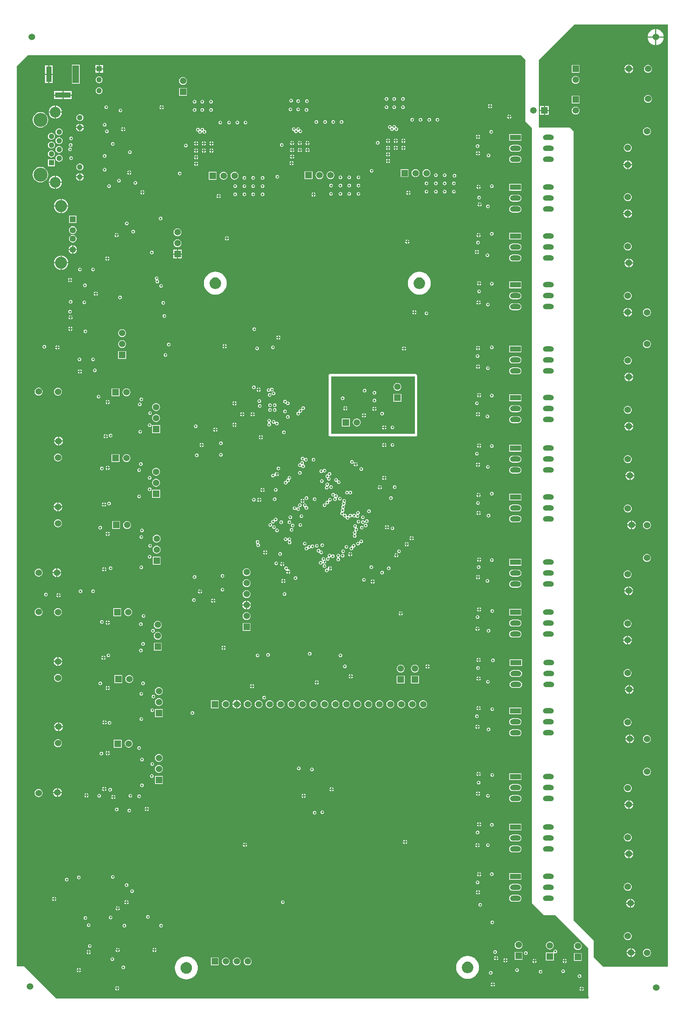
<source format=gbr>
%TF.GenerationSoftware,Altium Limited,Altium Designer,19.1.5 (86)*%
G04 Layer_Physical_Order=4*
G04 Layer_Color=16737945*
%FSLAX26Y26*%
%MOIN*%
%TF.FileFunction,Copper,L4,Inr,Signal*%
%TF.Part,Single*%
G01*
G75*
%TA.AperFunction,ComponentPad*%
%ADD56R,0.050000X0.050000*%
%ADD57C,0.050000*%
%ADD58R,0.059055X0.059055*%
%ADD59C,0.059055*%
%ADD60R,0.059055X0.059055*%
%ADD61R,0.100000X0.050000*%
%ADD62O,0.100000X0.050000*%
%ADD63C,0.110236*%
%ADD64C,0.057087*%
%ADD65R,0.057087X0.057087*%
%ADD66C,0.060000*%
%ADD67R,0.139764X0.051181*%
%ADD68R,0.051181X0.139764*%
%ADD69R,0.061024X0.161417*%
%ADD70R,0.051181X0.051181*%
%ADD71C,0.051181*%
%ADD72C,0.127953*%
%ADD73C,0.098425*%
%TA.AperFunction,ViaPad*%
%ADD74C,0.060000*%
%ADD75C,0.020000*%
%ADD76C,0.019685*%
G36*
X6960000Y9610000D02*
X6960000Y1015000D01*
X6370000Y1015000D01*
X6285000Y1100000D01*
Y1255000D01*
X6100000Y1440000D01*
Y8635000D01*
X6065000Y8670000D01*
X5785000D01*
Y9285000D01*
X6110000Y9610000D01*
X6960000Y9610000D01*
D02*
G37*
G36*
X5660000Y9290000D02*
Y8725000D01*
X5720000Y8665000D01*
Y1595000D01*
X5830000Y1485000D01*
X5935000D01*
X6235000Y1185000D01*
X6235000Y810000D01*
X6235000Y765000D01*
X6239531Y728748D01*
X6236222Y725000D01*
X1385000D01*
X1090000Y1020000D01*
X1025000D01*
Y9220000D01*
X1020000Y9225000D01*
X1125000Y9330000D01*
X5620000D01*
X5660000Y9290000D01*
D02*
G37*
%LPC*%
G36*
X6855000Y9567853D02*
Y9500000D01*
X6922853D01*
X6921936Y9509309D01*
X6917762Y9523068D01*
X6910984Y9535748D01*
X6901863Y9546863D01*
X6890748Y9555984D01*
X6878068Y9562762D01*
X6864309Y9566936D01*
X6855000Y9567853D01*
D02*
G37*
G36*
X6845000D02*
X6835691Y9566936D01*
X6821932Y9562762D01*
X6809252Y9555984D01*
X6798137Y9546863D01*
X6789016Y9535748D01*
X6782238Y9523068D01*
X6778064Y9509309D01*
X6777147Y9500000D01*
X6845000D01*
Y9567853D01*
D02*
G37*
G36*
X6922853Y9490000D02*
X6855000D01*
Y9422147D01*
X6864309Y9423064D01*
X6878068Y9427238D01*
X6890748Y9434016D01*
X6901863Y9443137D01*
X6910984Y9454252D01*
X6917762Y9466932D01*
X6921936Y9480691D01*
X6922853Y9490000D01*
D02*
G37*
G36*
X6845000D02*
X6777147D01*
X6778064Y9480691D01*
X6782238Y9466932D01*
X6789016Y9454252D01*
X6798137Y9443137D01*
X6809252Y9434016D01*
X6821932Y9427238D01*
X6835691Y9423064D01*
X6845000Y9422147D01*
Y9490000D01*
D02*
G37*
G36*
X6610000Y9244687D02*
Y9210000D01*
X6644687D01*
X6643971Y9215442D01*
X6639940Y9225173D01*
X6633528Y9233528D01*
X6625173Y9239940D01*
X6615442Y9243970D01*
X6610000Y9244687D01*
D02*
G37*
G36*
X6600000D02*
X6594558Y9243970D01*
X6584827Y9239940D01*
X6576472Y9233528D01*
X6570060Y9225173D01*
X6566029Y9215442D01*
X6565313Y9210000D01*
X6600000D01*
Y9244687D01*
D02*
G37*
G36*
X6155528Y9240528D02*
X6084472D01*
Y9169472D01*
X6155528D01*
Y9240528D01*
D02*
G37*
G36*
X6780000Y9241311D02*
X6770602Y9240073D01*
X6761845Y9236446D01*
X6754324Y9230675D01*
X6748554Y9223155D01*
X6744927Y9214398D01*
X6743689Y9205000D01*
X6744927Y9195602D01*
X6748554Y9186845D01*
X6754324Y9179325D01*
X6761845Y9173554D01*
X6770602Y9169927D01*
X6780000Y9168689D01*
X6789398Y9169927D01*
X6798155Y9173554D01*
X6805676Y9179325D01*
X6811446Y9186845D01*
X6815073Y9195602D01*
X6816311Y9205000D01*
X6815073Y9214398D01*
X6811446Y9223155D01*
X6805676Y9230675D01*
X6798155Y9236446D01*
X6789398Y9240073D01*
X6780000Y9241311D01*
D02*
G37*
G36*
X6644687Y9200000D02*
X6610000D01*
Y9165313D01*
X6615442Y9166030D01*
X6625173Y9170060D01*
X6633528Y9176472D01*
X6639940Y9184827D01*
X6643971Y9194558D01*
X6644687Y9200000D01*
D02*
G37*
G36*
X6600000D02*
X6565313D01*
X6566029Y9194558D01*
X6570060Y9184827D01*
X6576472Y9176472D01*
X6584827Y9170060D01*
X6594558Y9166030D01*
X6600000Y9165313D01*
Y9200000D01*
D02*
G37*
G36*
X6120000Y9140834D02*
X6110725Y9139613D01*
X6102083Y9136033D01*
X6094662Y9130338D01*
X6088967Y9122917D01*
X6085387Y9114274D01*
X6084166Y9105000D01*
X6085387Y9095726D01*
X6088967Y9087083D01*
X6094662Y9079662D01*
X6102083Y9073967D01*
X6110725Y9070387D01*
X6120000Y9069166D01*
X6129275Y9070387D01*
X6137917Y9073967D01*
X6145338Y9079662D01*
X6151033Y9087083D01*
X6154613Y9095726D01*
X6155834Y9105000D01*
X6154613Y9114274D01*
X6151033Y9122917D01*
X6145338Y9130338D01*
X6137917Y9136033D01*
X6129275Y9139613D01*
X6120000Y9140834D01*
D02*
G37*
G36*
X6780000Y8967689D02*
X6770602Y8966451D01*
X6761845Y8962824D01*
X6754324Y8957053D01*
X6748554Y8949533D01*
X6744927Y8940776D01*
X6743689Y8931378D01*
X6744927Y8921980D01*
X6748554Y8913223D01*
X6754324Y8905702D01*
X6761845Y8899932D01*
X6770602Y8896305D01*
X6780000Y8895067D01*
X6789398Y8896305D01*
X6798155Y8899932D01*
X6805676Y8905702D01*
X6811446Y8913223D01*
X6815073Y8921980D01*
X6816311Y8931378D01*
X6815073Y8940776D01*
X6811446Y8949533D01*
X6805676Y8957053D01*
X6798155Y8962824D01*
X6789398Y8966451D01*
X6780000Y8967689D01*
D02*
G37*
G36*
X6155528Y8960528D02*
X6084472D01*
Y8889472D01*
X6155528D01*
Y8960528D01*
D02*
G37*
G36*
X5874528Y8864528D02*
X5840000D01*
Y8830000D01*
X5874528D01*
Y8864528D01*
D02*
G37*
G36*
X5830000D02*
X5795472D01*
Y8830000D01*
X5830000D01*
Y8864528D01*
D02*
G37*
G36*
X6120000Y8860834D02*
X6110725Y8859613D01*
X6102083Y8856033D01*
X6094662Y8850338D01*
X6088967Y8842917D01*
X6085387Y8834274D01*
X6084166Y8825000D01*
X6085387Y8815726D01*
X6088967Y8807083D01*
X6094662Y8799662D01*
X6102083Y8793967D01*
X6110725Y8790387D01*
X6120000Y8789166D01*
X6129275Y8790387D01*
X6137917Y8793967D01*
X6145338Y8799662D01*
X6151033Y8807083D01*
X6154613Y8815726D01*
X6155834Y8825000D01*
X6154613Y8834274D01*
X6151033Y8842917D01*
X6145338Y8850338D01*
X6137917Y8856033D01*
X6129275Y8859613D01*
X6120000Y8860834D01*
D02*
G37*
G36*
X5874528Y8820000D02*
X5840000D01*
Y8785472D01*
X5874528D01*
Y8820000D01*
D02*
G37*
G36*
X5830000D02*
X5795472D01*
Y8785472D01*
X5830000D01*
Y8820000D01*
D02*
G37*
G36*
X6771024Y8671311D02*
X6761626Y8670073D01*
X6752868Y8666446D01*
X6745348Y8660675D01*
X6739578Y8653155D01*
X6735950Y8644398D01*
X6734713Y8635000D01*
X6735950Y8625602D01*
X6739578Y8616845D01*
X6745348Y8609325D01*
X6752868Y8603554D01*
X6761626Y8599927D01*
X6771024Y8598689D01*
X6780422Y8599927D01*
X6789179Y8603554D01*
X6796699Y8609325D01*
X6802470Y8616845D01*
X6806097Y8625602D01*
X6807334Y8635000D01*
X6806097Y8644398D01*
X6802470Y8653155D01*
X6796699Y8660675D01*
X6789179Y8666446D01*
X6780422Y8670073D01*
X6771024Y8671311D01*
D02*
G37*
G36*
X6595000Y8521311D02*
X6585602Y8520073D01*
X6576845Y8516446D01*
X6569324Y8510675D01*
X6563554Y8503155D01*
X6559927Y8494398D01*
X6558689Y8485000D01*
X6559927Y8475602D01*
X6563554Y8466845D01*
X6569324Y8459325D01*
X6576845Y8453554D01*
X6585602Y8449927D01*
X6595000Y8448689D01*
X6604398Y8449927D01*
X6613155Y8453554D01*
X6620676Y8459325D01*
X6626446Y8466845D01*
X6630073Y8475602D01*
X6631311Y8485000D01*
X6630073Y8494398D01*
X6626446Y8503155D01*
X6620676Y8510675D01*
X6613155Y8516446D01*
X6604398Y8520073D01*
X6595000Y8521311D01*
D02*
G37*
G36*
X6600000Y8369687D02*
Y8335000D01*
X6634687D01*
X6633971Y8340442D01*
X6629940Y8350173D01*
X6623528Y8358528D01*
X6615173Y8364940D01*
X6605442Y8368970D01*
X6600000Y8369687D01*
D02*
G37*
G36*
X6590000D02*
X6584558Y8368970D01*
X6574827Y8364940D01*
X6566472Y8358528D01*
X6560060Y8350173D01*
X6556029Y8340442D01*
X6555313Y8335000D01*
X6590000D01*
Y8369687D01*
D02*
G37*
G36*
X6634687Y8325000D02*
X6600000D01*
Y8290313D01*
X6605442Y8291030D01*
X6615173Y8295060D01*
X6623528Y8301472D01*
X6629940Y8309827D01*
X6633971Y8319558D01*
X6634687Y8325000D01*
D02*
G37*
G36*
X6590000D02*
X6555313D01*
X6556029Y8319558D01*
X6560060Y8309827D01*
X6566472Y8301472D01*
X6574827Y8295060D01*
X6584558Y8291030D01*
X6590000Y8290313D01*
Y8325000D01*
D02*
G37*
G36*
X6595000Y8071311D02*
X6585602Y8070073D01*
X6576845Y8066446D01*
X6569324Y8060676D01*
X6563554Y8053155D01*
X6559927Y8044398D01*
X6558689Y8035000D01*
X6559927Y8025602D01*
X6563554Y8016845D01*
X6569324Y8009324D01*
X6576845Y8003554D01*
X6585602Y7999927D01*
X6595000Y7998689D01*
X6604398Y7999927D01*
X6613155Y8003554D01*
X6620676Y8009324D01*
X6626446Y8016845D01*
X6630073Y8025602D01*
X6631311Y8035000D01*
X6630073Y8044398D01*
X6626446Y8053155D01*
X6620676Y8060676D01*
X6613155Y8066446D01*
X6604398Y8070073D01*
X6595000Y8071311D01*
D02*
G37*
G36*
X6600000Y7924687D02*
Y7890000D01*
X6634687D01*
X6633971Y7895442D01*
X6629940Y7905173D01*
X6623528Y7913528D01*
X6615173Y7919940D01*
X6605442Y7923971D01*
X6600000Y7924687D01*
D02*
G37*
G36*
X6590000D02*
X6584558Y7923971D01*
X6574827Y7919940D01*
X6566472Y7913528D01*
X6560060Y7905173D01*
X6556029Y7895442D01*
X6555313Y7890000D01*
X6590000D01*
Y7924687D01*
D02*
G37*
G36*
X6634687Y7880000D02*
X6600000D01*
Y7845313D01*
X6605442Y7846029D01*
X6615173Y7850060D01*
X6623528Y7856472D01*
X6629940Y7864827D01*
X6633971Y7874558D01*
X6634687Y7880000D01*
D02*
G37*
G36*
X6590000D02*
X6555313D01*
X6556029Y7874558D01*
X6560060Y7864827D01*
X6566472Y7856472D01*
X6574827Y7850060D01*
X6584558Y7846029D01*
X6590000Y7845313D01*
Y7880000D01*
D02*
G37*
G36*
X6595000Y7621311D02*
X6585602Y7620073D01*
X6576845Y7616446D01*
X6569324Y7610676D01*
X6563554Y7603155D01*
X6559927Y7594398D01*
X6558689Y7585000D01*
X6559927Y7575602D01*
X6563554Y7566845D01*
X6569324Y7559324D01*
X6576845Y7553554D01*
X6585602Y7549927D01*
X6595000Y7548689D01*
X6604398Y7549927D01*
X6613155Y7553554D01*
X6620676Y7559324D01*
X6626446Y7566845D01*
X6630073Y7575602D01*
X6631311Y7585000D01*
X6630073Y7594398D01*
X6626446Y7603155D01*
X6620676Y7610676D01*
X6613155Y7616446D01*
X6604398Y7620073D01*
X6595000Y7621311D01*
D02*
G37*
G36*
X6610000Y7474687D02*
Y7440000D01*
X6644687D01*
X6643971Y7445442D01*
X6639940Y7455173D01*
X6633528Y7463528D01*
X6625173Y7469940D01*
X6615442Y7473971D01*
X6610000Y7474687D01*
D02*
G37*
G36*
X6600000D02*
X6594558Y7473971D01*
X6584827Y7469940D01*
X6576472Y7463528D01*
X6570060Y7455173D01*
X6566029Y7445442D01*
X6565313Y7440000D01*
X6600000D01*
Y7474687D01*
D02*
G37*
G36*
X6644687Y7430000D02*
X6610000D01*
Y7395313D01*
X6615442Y7396029D01*
X6625173Y7400060D01*
X6633528Y7406472D01*
X6639940Y7414827D01*
X6643971Y7424558D01*
X6644687Y7430000D01*
D02*
G37*
G36*
X6600000D02*
X6565313D01*
X6566029Y7424558D01*
X6570060Y7414827D01*
X6576472Y7406472D01*
X6584827Y7400060D01*
X6594558Y7396029D01*
X6600000Y7395313D01*
Y7430000D01*
D02*
G37*
G36*
X6595000Y7171311D02*
X6585602Y7170073D01*
X6576845Y7166446D01*
X6569324Y7160676D01*
X6563554Y7153155D01*
X6559927Y7144398D01*
X6558689Y7135000D01*
X6559927Y7125602D01*
X6563554Y7116845D01*
X6569324Y7109324D01*
X6576845Y7103554D01*
X6585602Y7099927D01*
X6595000Y7098689D01*
X6604398Y7099927D01*
X6613155Y7103554D01*
X6620676Y7109324D01*
X6626446Y7116845D01*
X6630073Y7125602D01*
X6631311Y7135000D01*
X6630073Y7144398D01*
X6626446Y7153155D01*
X6620676Y7160676D01*
X6613155Y7166446D01*
X6604398Y7170073D01*
X6595000Y7171311D01*
D02*
G37*
G36*
X6600000Y7024687D02*
Y6990000D01*
X6634687D01*
X6633971Y6995442D01*
X6629940Y7005173D01*
X6623528Y7013528D01*
X6615173Y7019940D01*
X6605442Y7023971D01*
X6600000Y7024687D01*
D02*
G37*
G36*
X6590000D02*
X6584558Y7023971D01*
X6574827Y7019940D01*
X6566472Y7013528D01*
X6560060Y7005173D01*
X6556029Y6995442D01*
X6555313Y6990000D01*
X6590000D01*
Y7024687D01*
D02*
G37*
G36*
X6771024Y7019736D02*
X6761626Y7018498D01*
X6752868Y7014871D01*
X6745348Y7009101D01*
X6739578Y7001581D01*
X6735950Y6992823D01*
X6734713Y6983425D01*
X6735950Y6974027D01*
X6739578Y6965270D01*
X6745348Y6957750D01*
X6752868Y6951979D01*
X6761626Y6948352D01*
X6771024Y6947115D01*
X6780422Y6948352D01*
X6789179Y6951979D01*
X6796699Y6957750D01*
X6802470Y6965270D01*
X6806097Y6974027D01*
X6807334Y6983425D01*
X6806097Y6992823D01*
X6802470Y7001581D01*
X6796699Y7009101D01*
X6789179Y7014871D01*
X6780422Y7018498D01*
X6771024Y7019736D01*
D02*
G37*
G36*
X6634687Y6980000D02*
X6600000D01*
Y6945313D01*
X6605442Y6946029D01*
X6615173Y6950060D01*
X6623528Y6956472D01*
X6629940Y6964827D01*
X6633971Y6974558D01*
X6634687Y6980000D01*
D02*
G37*
G36*
X6590000D02*
X6555313D01*
X6556029Y6974558D01*
X6560060Y6964827D01*
X6566472Y6956472D01*
X6574827Y6950060D01*
X6584558Y6946029D01*
X6590000Y6945313D01*
Y6980000D01*
D02*
G37*
G36*
X6771024Y6731311D02*
X6761626Y6730073D01*
X6752868Y6726446D01*
X6745348Y6720676D01*
X6739578Y6713155D01*
X6735950Y6704398D01*
X6734713Y6695000D01*
X6735950Y6685602D01*
X6739578Y6676845D01*
X6745348Y6669324D01*
X6752868Y6663554D01*
X6761626Y6659927D01*
X6771024Y6658689D01*
X6780422Y6659927D01*
X6789179Y6663554D01*
X6796699Y6669324D01*
X6802470Y6676845D01*
X6806097Y6685602D01*
X6807334Y6695000D01*
X6806097Y6704398D01*
X6802470Y6713155D01*
X6796699Y6720676D01*
X6789179Y6726446D01*
X6780422Y6730073D01*
X6771024Y6731311D01*
D02*
G37*
G36*
X6595000Y6581311D02*
X6585602Y6580073D01*
X6576845Y6576446D01*
X6569324Y6570676D01*
X6563554Y6563155D01*
X6559927Y6554398D01*
X6558689Y6545000D01*
X6559927Y6535602D01*
X6563554Y6526845D01*
X6569324Y6519324D01*
X6576845Y6513554D01*
X6585602Y6509927D01*
X6595000Y6508689D01*
X6604398Y6509927D01*
X6613155Y6513554D01*
X6620676Y6519324D01*
X6626446Y6526845D01*
X6630073Y6535602D01*
X6631311Y6545000D01*
X6630073Y6554398D01*
X6626446Y6563155D01*
X6620676Y6570676D01*
X6613155Y6576446D01*
X6604398Y6580073D01*
X6595000Y6581311D01*
D02*
G37*
G36*
X6610000Y6434687D02*
Y6400000D01*
X6644687D01*
X6643971Y6405442D01*
X6639940Y6415173D01*
X6633528Y6423528D01*
X6625173Y6429940D01*
X6615442Y6433971D01*
X6610000Y6434687D01*
D02*
G37*
G36*
X6600000D02*
X6594558Y6433971D01*
X6584827Y6429940D01*
X6576472Y6423528D01*
X6570060Y6415173D01*
X6566029Y6405442D01*
X6565313Y6400000D01*
X6600000D01*
Y6434687D01*
D02*
G37*
G36*
X6644687Y6390000D02*
X6610000D01*
Y6355313D01*
X6615442Y6356029D01*
X6625173Y6360060D01*
X6633528Y6366472D01*
X6639940Y6374827D01*
X6643971Y6384558D01*
X6644687Y6390000D01*
D02*
G37*
G36*
X6600000D02*
X6565313D01*
X6566029Y6384558D01*
X6570060Y6374827D01*
X6576472Y6366472D01*
X6584827Y6360060D01*
X6594558Y6356029D01*
X6600000Y6355313D01*
Y6390000D01*
D02*
G37*
G36*
X6595000Y6131311D02*
X6585602Y6130073D01*
X6576845Y6126446D01*
X6569324Y6120676D01*
X6563554Y6113155D01*
X6559927Y6104398D01*
X6558689Y6095000D01*
X6559927Y6085602D01*
X6563554Y6076845D01*
X6569324Y6069324D01*
X6576845Y6063554D01*
X6585602Y6059927D01*
X6595000Y6058689D01*
X6604398Y6059927D01*
X6613155Y6063554D01*
X6620676Y6069324D01*
X6626446Y6076845D01*
X6630073Y6085602D01*
X6631311Y6095000D01*
X6630073Y6104398D01*
X6626446Y6113155D01*
X6620676Y6120676D01*
X6613155Y6126446D01*
X6604398Y6130073D01*
X6595000Y6131311D01*
D02*
G37*
G36*
X6610000Y5984687D02*
Y5950000D01*
X6644687D01*
X6643971Y5955442D01*
X6639940Y5965173D01*
X6633528Y5973528D01*
X6625173Y5979940D01*
X6615442Y5983971D01*
X6610000Y5984687D01*
D02*
G37*
G36*
X6600000D02*
X6594558Y5983971D01*
X6584827Y5979940D01*
X6576472Y5973528D01*
X6570060Y5965173D01*
X6566029Y5955442D01*
X6565313Y5950000D01*
X6600000D01*
Y5984687D01*
D02*
G37*
G36*
X6644687Y5940000D02*
X6610000D01*
Y5905313D01*
X6615442Y5906029D01*
X6625173Y5910060D01*
X6633528Y5916472D01*
X6639940Y5924827D01*
X6643971Y5934558D01*
X6644687Y5940000D01*
D02*
G37*
G36*
X6600000D02*
X6565313D01*
X6566029Y5934558D01*
X6570060Y5924827D01*
X6576472Y5916472D01*
X6584827Y5910060D01*
X6594558Y5906029D01*
X6600000Y5905313D01*
Y5940000D01*
D02*
G37*
G36*
X6595000Y5681311D02*
X6585602Y5680073D01*
X6576845Y5676446D01*
X6569324Y5670676D01*
X6563554Y5663155D01*
X6559927Y5654398D01*
X6558689Y5645000D01*
X6559927Y5635602D01*
X6563554Y5626845D01*
X6569324Y5619324D01*
X6576845Y5613554D01*
X6585602Y5609927D01*
X6595000Y5608689D01*
X6604398Y5609927D01*
X6613155Y5613554D01*
X6620676Y5619324D01*
X6626446Y5626845D01*
X6630073Y5635602D01*
X6631311Y5645000D01*
X6630073Y5654398D01*
X6626446Y5663155D01*
X6620676Y5670676D01*
X6613155Y5676446D01*
X6604398Y5680073D01*
X6595000Y5681311D01*
D02*
G37*
G36*
X6620000Y5534687D02*
Y5500000D01*
X6654687D01*
X6653971Y5505442D01*
X6649940Y5515173D01*
X6643528Y5523528D01*
X6635173Y5529940D01*
X6625442Y5533971D01*
X6620000Y5534687D01*
D02*
G37*
G36*
X6610000D02*
X6604558Y5533971D01*
X6594827Y5529940D01*
X6586472Y5523528D01*
X6580060Y5515173D01*
X6576029Y5505442D01*
X6575313Y5500000D01*
X6610000D01*
Y5534687D01*
D02*
G37*
G36*
X6654687Y5490000D02*
X6620000D01*
Y5455313D01*
X6625442Y5456029D01*
X6635173Y5460060D01*
X6643528Y5466472D01*
X6649940Y5474827D01*
X6653971Y5484558D01*
X6654687Y5490000D01*
D02*
G37*
G36*
X6610000D02*
X6575313D01*
X6576029Y5484558D01*
X6580060Y5474827D01*
X6586472Y5466472D01*
X6594827Y5460060D01*
X6604558Y5456029D01*
X6610000Y5455313D01*
Y5490000D01*
D02*
G37*
G36*
X6595000Y5231311D02*
X6585602Y5230073D01*
X6576845Y5226446D01*
X6569324Y5220676D01*
X6563554Y5213155D01*
X6559927Y5204398D01*
X6558689Y5195000D01*
X6559927Y5185602D01*
X6563554Y5176845D01*
X6569324Y5169324D01*
X6576845Y5163554D01*
X6585602Y5159927D01*
X6595000Y5158689D01*
X6604398Y5159927D01*
X6613155Y5163554D01*
X6620676Y5169324D01*
X6626446Y5176845D01*
X6630073Y5185602D01*
X6631311Y5195000D01*
X6630073Y5204398D01*
X6626446Y5213155D01*
X6620676Y5220676D01*
X6613155Y5226446D01*
X6604398Y5230073D01*
X6595000Y5231311D01*
D02*
G37*
G36*
X6635000Y5084687D02*
Y5050000D01*
X6669687D01*
X6668971Y5055442D01*
X6664940Y5065173D01*
X6658528Y5073528D01*
X6650173Y5079940D01*
X6640442Y5083971D01*
X6635000Y5084687D01*
D02*
G37*
G36*
X6625000D02*
X6619558Y5083971D01*
X6609827Y5079940D01*
X6601472Y5073528D01*
X6595060Y5065173D01*
X6591029Y5055442D01*
X6590313Y5050000D01*
X6625000D01*
Y5084687D01*
D02*
G37*
G36*
X6771024Y5079736D02*
X6761626Y5078498D01*
X6752868Y5074871D01*
X6745348Y5069101D01*
X6739578Y5061581D01*
X6735950Y5052823D01*
X6734713Y5043425D01*
X6735950Y5034027D01*
X6739578Y5025270D01*
X6745348Y5017750D01*
X6752868Y5011979D01*
X6761626Y5008352D01*
X6771024Y5007115D01*
X6780422Y5008352D01*
X6789179Y5011979D01*
X6796699Y5017750D01*
X6802470Y5025270D01*
X6806097Y5034027D01*
X6807334Y5043425D01*
X6806097Y5052823D01*
X6802470Y5061581D01*
X6796699Y5069101D01*
X6789179Y5074871D01*
X6780422Y5078498D01*
X6771024Y5079736D01*
D02*
G37*
G36*
X6669687Y5040000D02*
X6635000D01*
Y5005313D01*
X6640442Y5006029D01*
X6650173Y5010060D01*
X6658528Y5016472D01*
X6664940Y5024827D01*
X6668971Y5034558D01*
X6669687Y5040000D01*
D02*
G37*
G36*
X6625000D02*
X6590313D01*
X6591029Y5034558D01*
X6595060Y5024827D01*
X6601472Y5016472D01*
X6609827Y5010060D01*
X6619558Y5006029D01*
X6625000Y5005313D01*
Y5040000D01*
D02*
G37*
G36*
X6770000Y4781311D02*
X6760602Y4780073D01*
X6751845Y4776446D01*
X6744324Y4770676D01*
X6738554Y4763155D01*
X6734927Y4754398D01*
X6733689Y4745000D01*
X6734927Y4735602D01*
X6738554Y4726845D01*
X6744324Y4719324D01*
X6751845Y4713554D01*
X6760602Y4709927D01*
X6770000Y4708689D01*
X6779398Y4709927D01*
X6788155Y4713554D01*
X6795676Y4719324D01*
X6801446Y4726845D01*
X6805073Y4735602D01*
X6806311Y4745000D01*
X6805073Y4754398D01*
X6801446Y4763155D01*
X6795676Y4770676D01*
X6788155Y4776446D01*
X6779398Y4780073D01*
X6770000Y4781311D01*
D02*
G37*
G36*
X6593976Y4631311D02*
X6584578Y4630073D01*
X6575821Y4626446D01*
X6568301Y4620676D01*
X6562530Y4613155D01*
X6558903Y4604398D01*
X6557666Y4595000D01*
X6558903Y4585602D01*
X6562530Y4576845D01*
X6568301Y4569324D01*
X6575821Y4563554D01*
X6584578Y4559927D01*
X6593976Y4558689D01*
X6603374Y4559927D01*
X6612132Y4563554D01*
X6619652Y4569324D01*
X6625422Y4576845D01*
X6629050Y4585602D01*
X6630287Y4595000D01*
X6629050Y4604398D01*
X6625422Y4613155D01*
X6619652Y4620676D01*
X6612132Y4626446D01*
X6603374Y4630073D01*
X6593976Y4631311D01*
D02*
G37*
G36*
X6608976Y4484687D02*
Y4450000D01*
X6643663D01*
X6642947Y4455442D01*
X6638916Y4465173D01*
X6632505Y4473528D01*
X6624149Y4479940D01*
X6614418Y4483971D01*
X6608976Y4484687D01*
D02*
G37*
G36*
X6598976D02*
X6593534Y4483971D01*
X6583804Y4479940D01*
X6575448Y4473528D01*
X6569036Y4465173D01*
X6565006Y4455442D01*
X6564289Y4450000D01*
X6598976D01*
Y4484687D01*
D02*
G37*
G36*
X6643663Y4440000D02*
X6608976D01*
Y4405313D01*
X6614418Y4406029D01*
X6624149Y4410060D01*
X6632505Y4416472D01*
X6638916Y4424827D01*
X6642947Y4434558D01*
X6643663Y4440000D01*
D02*
G37*
G36*
X6598976D02*
X6564289D01*
X6565006Y4434558D01*
X6569036Y4424827D01*
X6575448Y4416472D01*
X6583804Y4410060D01*
X6593534Y4406029D01*
X6598976Y4405313D01*
Y4440000D01*
D02*
G37*
G36*
X6593976Y4181311D02*
X6584578Y4180073D01*
X6575821Y4176446D01*
X6568301Y4170676D01*
X6562530Y4163155D01*
X6558903Y4154398D01*
X6557666Y4145000D01*
X6558903Y4135602D01*
X6562530Y4126845D01*
X6568301Y4119324D01*
X6575821Y4113554D01*
X6584578Y4109927D01*
X6593976Y4108689D01*
X6603374Y4109927D01*
X6612132Y4113554D01*
X6619652Y4119324D01*
X6625422Y4126845D01*
X6629050Y4135602D01*
X6630287Y4145000D01*
X6629050Y4154398D01*
X6625422Y4163155D01*
X6619652Y4170676D01*
X6612132Y4176446D01*
X6603374Y4180073D01*
X6593976Y4181311D01*
D02*
G37*
G36*
X6598976Y4034687D02*
Y4000000D01*
X6633663D01*
X6632947Y4005442D01*
X6628916Y4015173D01*
X6622505Y4023528D01*
X6614149Y4029940D01*
X6604418Y4033970D01*
X6598976Y4034687D01*
D02*
G37*
G36*
X6588976D02*
X6583534Y4033970D01*
X6573804Y4029940D01*
X6565448Y4023528D01*
X6559036Y4015173D01*
X6555006Y4005442D01*
X6554289Y4000000D01*
X6588976D01*
Y4034687D01*
D02*
G37*
G36*
X6633663Y3990000D02*
X6598976D01*
Y3955313D01*
X6604418Y3956030D01*
X6614149Y3960060D01*
X6622505Y3966472D01*
X6628916Y3974827D01*
X6632947Y3984558D01*
X6633663Y3990000D01*
D02*
G37*
G36*
X6588976D02*
X6554289D01*
X6555006Y3984558D01*
X6559036Y3974827D01*
X6565448Y3966472D01*
X6573804Y3960060D01*
X6583534Y3956030D01*
X6588976Y3955313D01*
Y3990000D01*
D02*
G37*
G36*
X6593976Y3731311D02*
X6584578Y3730073D01*
X6575821Y3726446D01*
X6568301Y3720675D01*
X6562530Y3713155D01*
X6558903Y3704398D01*
X6557666Y3695000D01*
X6558903Y3685602D01*
X6562530Y3676845D01*
X6568301Y3669325D01*
X6575821Y3663554D01*
X6584578Y3659927D01*
X6593976Y3658689D01*
X6603374Y3659927D01*
X6612132Y3663554D01*
X6619652Y3669325D01*
X6625422Y3676845D01*
X6629050Y3685602D01*
X6630287Y3695000D01*
X6629050Y3704398D01*
X6625422Y3713155D01*
X6619652Y3720675D01*
X6612132Y3726446D01*
X6603374Y3730073D01*
X6593976Y3731311D01*
D02*
G37*
G36*
X6613976Y3584687D02*
Y3550000D01*
X6648663D01*
X6647947Y3555442D01*
X6643916Y3565173D01*
X6637505Y3573528D01*
X6629149Y3579940D01*
X6619418Y3583970D01*
X6613976Y3584687D01*
D02*
G37*
G36*
X6603976D02*
X6598534Y3583970D01*
X6588804Y3579940D01*
X6580448Y3573528D01*
X6574036Y3565173D01*
X6570006Y3555442D01*
X6569289Y3550000D01*
X6603976D01*
Y3584687D01*
D02*
G37*
G36*
X6648663Y3540000D02*
X6613976D01*
Y3505313D01*
X6619418Y3506030D01*
X6629149Y3510060D01*
X6637505Y3516472D01*
X6643916Y3524827D01*
X6647947Y3534558D01*
X6648663Y3540000D01*
D02*
G37*
G36*
X6603976D02*
X6569289D01*
X6570006Y3534558D01*
X6574036Y3524827D01*
X6580448Y3516472D01*
X6588804Y3510060D01*
X6598534Y3506030D01*
X6603976Y3505313D01*
Y3540000D01*
D02*
G37*
G36*
X6593976Y3281311D02*
X6584578Y3280073D01*
X6575821Y3276446D01*
X6568301Y3270675D01*
X6562530Y3263155D01*
X6558903Y3254398D01*
X6557666Y3245000D01*
X6558903Y3235602D01*
X6562530Y3226845D01*
X6568301Y3219325D01*
X6575821Y3213554D01*
X6584578Y3209927D01*
X6593976Y3208689D01*
X6603374Y3209927D01*
X6612132Y3213554D01*
X6619652Y3219325D01*
X6625422Y3226845D01*
X6629050Y3235602D01*
X6630287Y3245000D01*
X6629050Y3254398D01*
X6625422Y3263155D01*
X6619652Y3270675D01*
X6612132Y3276446D01*
X6603374Y3280073D01*
X6593976Y3281311D01*
D02*
G37*
G36*
X6618976Y3134687D02*
Y3100000D01*
X6653663D01*
X6652947Y3105442D01*
X6648916Y3115173D01*
X6642505Y3123528D01*
X6634149Y3129940D01*
X6624418Y3133970D01*
X6618976Y3134687D01*
D02*
G37*
G36*
X6608976D02*
X6603534Y3133970D01*
X6593804Y3129940D01*
X6585448Y3123528D01*
X6579036Y3115173D01*
X6575006Y3105442D01*
X6574289Y3100000D01*
X6608976D01*
Y3134687D01*
D02*
G37*
G36*
X6770000Y3129736D02*
X6760602Y3128499D01*
X6751845Y3124871D01*
X6744324Y3119101D01*
X6738554Y3111581D01*
X6734927Y3102823D01*
X6733689Y3093425D01*
X6734927Y3084027D01*
X6738554Y3075270D01*
X6744324Y3067750D01*
X6751845Y3061979D01*
X6760602Y3058352D01*
X6770000Y3057115D01*
X6779398Y3058352D01*
X6788155Y3061979D01*
X6795676Y3067750D01*
X6801446Y3075270D01*
X6805073Y3084027D01*
X6806311Y3093425D01*
X6805073Y3102823D01*
X6801446Y3111581D01*
X6795676Y3119101D01*
X6788155Y3124871D01*
X6779398Y3128499D01*
X6770000Y3129736D01*
D02*
G37*
G36*
X6653663Y3090000D02*
X6618976D01*
Y3055313D01*
X6624418Y3056030D01*
X6634149Y3060060D01*
X6642505Y3066472D01*
X6648916Y3074827D01*
X6652947Y3084558D01*
X6653663Y3090000D01*
D02*
G37*
G36*
X6608976D02*
X6574289D01*
X6575006Y3084558D01*
X6579036Y3074827D01*
X6585448Y3066472D01*
X6593804Y3060060D01*
X6603534Y3056030D01*
X6608976Y3055313D01*
Y3090000D01*
D02*
G37*
G36*
X6771024Y2831311D02*
X6761626Y2830073D01*
X6752868Y2826446D01*
X6745348Y2820675D01*
X6739578Y2813155D01*
X6735950Y2804398D01*
X6734713Y2795000D01*
X6735950Y2785602D01*
X6739578Y2776845D01*
X6745348Y2769325D01*
X6752868Y2763554D01*
X6761626Y2759927D01*
X6771024Y2758689D01*
X6780422Y2759927D01*
X6789179Y2763554D01*
X6796699Y2769325D01*
X6802470Y2776845D01*
X6806097Y2785602D01*
X6807334Y2795000D01*
X6806097Y2804398D01*
X6802470Y2813155D01*
X6796699Y2820675D01*
X6789179Y2826446D01*
X6780422Y2830073D01*
X6771024Y2831311D01*
D02*
G37*
G36*
X6595000Y2681311D02*
X6585602Y2680073D01*
X6576845Y2676446D01*
X6569324Y2670675D01*
X6563554Y2663155D01*
X6559927Y2654398D01*
X6558689Y2645000D01*
X6559927Y2635602D01*
X6563554Y2626845D01*
X6569324Y2619325D01*
X6576845Y2613554D01*
X6585602Y2609927D01*
X6595000Y2608689D01*
X6604398Y2609927D01*
X6613155Y2613554D01*
X6620676Y2619325D01*
X6626446Y2626845D01*
X6630073Y2635602D01*
X6631311Y2645000D01*
X6630073Y2654398D01*
X6626446Y2663155D01*
X6620676Y2670675D01*
X6613155Y2676446D01*
X6604398Y2680073D01*
X6595000Y2681311D01*
D02*
G37*
G36*
X6610000Y2534687D02*
Y2500000D01*
X6644687D01*
X6643971Y2505442D01*
X6639940Y2515173D01*
X6633528Y2523528D01*
X6625173Y2529940D01*
X6615442Y2533970D01*
X6610000Y2534687D01*
D02*
G37*
G36*
X6600000D02*
X6594558Y2533970D01*
X6584827Y2529940D01*
X6576472Y2523528D01*
X6570060Y2515173D01*
X6566029Y2505442D01*
X6565313Y2500000D01*
X6600000D01*
Y2534687D01*
D02*
G37*
G36*
X6644687Y2490000D02*
X6610000D01*
Y2455313D01*
X6615442Y2456030D01*
X6625173Y2460060D01*
X6633528Y2466472D01*
X6639940Y2474827D01*
X6643971Y2484558D01*
X6644687Y2490000D01*
D02*
G37*
G36*
X6600000D02*
X6565313D01*
X6566029Y2484558D01*
X6570060Y2474827D01*
X6576472Y2466472D01*
X6584827Y2460060D01*
X6594558Y2456030D01*
X6600000Y2455313D01*
Y2490000D01*
D02*
G37*
G36*
X6595000Y2231311D02*
X6585602Y2230073D01*
X6576845Y2226446D01*
X6569324Y2220675D01*
X6563554Y2213155D01*
X6559927Y2204398D01*
X6558689Y2195000D01*
X6559927Y2185602D01*
X6563554Y2176845D01*
X6569324Y2169325D01*
X6576845Y2163554D01*
X6585602Y2159927D01*
X6595000Y2158689D01*
X6604398Y2159927D01*
X6613155Y2163554D01*
X6620676Y2169325D01*
X6626446Y2176845D01*
X6630073Y2185602D01*
X6631311Y2195000D01*
X6630073Y2204398D01*
X6626446Y2213155D01*
X6620676Y2220675D01*
X6613155Y2226446D01*
X6604398Y2230073D01*
X6595000Y2231311D01*
D02*
G37*
G36*
X6610000Y2084687D02*
Y2050000D01*
X6644687D01*
X6643971Y2055442D01*
X6639940Y2065173D01*
X6633528Y2073528D01*
X6625173Y2079940D01*
X6615442Y2083970D01*
X6610000Y2084687D01*
D02*
G37*
G36*
X6600000D02*
X6594558Y2083970D01*
X6584827Y2079940D01*
X6576472Y2073528D01*
X6570060Y2065173D01*
X6566029Y2055442D01*
X6565313Y2050000D01*
X6600000D01*
Y2084687D01*
D02*
G37*
G36*
X6644687Y2040000D02*
X6610000D01*
Y2005313D01*
X6615442Y2006030D01*
X6625173Y2010060D01*
X6633528Y2016472D01*
X6639940Y2024827D01*
X6643971Y2034558D01*
X6644687Y2040000D01*
D02*
G37*
G36*
X6600000D02*
X6565313D01*
X6566029Y2034558D01*
X6570060Y2024827D01*
X6576472Y2016472D01*
X6584827Y2010060D01*
X6594558Y2006030D01*
X6600000Y2005313D01*
Y2040000D01*
D02*
G37*
G36*
X6595000Y1781311D02*
X6585602Y1780073D01*
X6576845Y1776446D01*
X6569324Y1770676D01*
X6563554Y1763155D01*
X6559927Y1754398D01*
X6558689Y1745000D01*
X6559927Y1735602D01*
X6563554Y1726845D01*
X6569324Y1719324D01*
X6576845Y1713554D01*
X6585602Y1709927D01*
X6595000Y1708689D01*
X6604398Y1709927D01*
X6613155Y1713554D01*
X6620676Y1719324D01*
X6626446Y1726845D01*
X6630073Y1735602D01*
X6631311Y1745000D01*
X6630073Y1754398D01*
X6626446Y1763155D01*
X6620676Y1770676D01*
X6613155Y1776446D01*
X6604398Y1780073D01*
X6595000Y1781311D01*
D02*
G37*
G36*
X6625000Y1634687D02*
Y1600000D01*
X6659687D01*
X6658971Y1605442D01*
X6654940Y1615173D01*
X6648528Y1623528D01*
X6640173Y1629940D01*
X6630442Y1633970D01*
X6625000Y1634687D01*
D02*
G37*
G36*
X6615000D02*
X6609558Y1633970D01*
X6599827Y1629940D01*
X6591472Y1623528D01*
X6585060Y1615173D01*
X6581029Y1605442D01*
X6580313Y1600000D01*
X6615000D01*
Y1634687D01*
D02*
G37*
G36*
X6659687Y1590000D02*
X6625000D01*
Y1555313D01*
X6630442Y1556030D01*
X6640173Y1560060D01*
X6648528Y1566472D01*
X6654940Y1574827D01*
X6658971Y1584558D01*
X6659687Y1590000D01*
D02*
G37*
G36*
X6615000D02*
X6580313D01*
X6581029Y1584558D01*
X6585060Y1574827D01*
X6591472Y1566472D01*
X6599827Y1560060D01*
X6609558Y1556030D01*
X6615000Y1555313D01*
Y1590000D01*
D02*
G37*
G36*
X6595000Y1331311D02*
X6585602Y1330073D01*
X6576845Y1326446D01*
X6569324Y1320676D01*
X6563554Y1313155D01*
X6559927Y1304398D01*
X6558689Y1295000D01*
X6559927Y1285602D01*
X6563554Y1276845D01*
X6569324Y1269324D01*
X6576845Y1263554D01*
X6585602Y1259927D01*
X6595000Y1258689D01*
X6604398Y1259927D01*
X6613155Y1263554D01*
X6620676Y1269324D01*
X6626446Y1276845D01*
X6630073Y1285602D01*
X6631311Y1295000D01*
X6630073Y1304398D01*
X6626446Y1313155D01*
X6620676Y1320676D01*
X6613155Y1326446D01*
X6604398Y1330073D01*
X6595000Y1331311D01*
D02*
G37*
G36*
X6630000Y1184687D02*
Y1150000D01*
X6664687D01*
X6663971Y1155442D01*
X6659940Y1165173D01*
X6653528Y1173528D01*
X6645173Y1179940D01*
X6635442Y1183970D01*
X6630000Y1184687D01*
D02*
G37*
G36*
X6620000D02*
X6614558Y1183970D01*
X6604827Y1179940D01*
X6596472Y1173528D01*
X6590060Y1165173D01*
X6586029Y1155442D01*
X6585313Y1150000D01*
X6620000D01*
Y1184687D01*
D02*
G37*
G36*
X6771024Y1179736D02*
X6761626Y1178498D01*
X6752868Y1174871D01*
X6745348Y1169101D01*
X6739578Y1161581D01*
X6735950Y1152823D01*
X6734713Y1143425D01*
X6735950Y1134027D01*
X6739578Y1125270D01*
X6745348Y1117750D01*
X6752868Y1111979D01*
X6761626Y1108352D01*
X6771024Y1107115D01*
X6780422Y1108352D01*
X6789179Y1111979D01*
X6796699Y1117750D01*
X6802470Y1125270D01*
X6806097Y1134027D01*
X6807334Y1143425D01*
X6806097Y1152823D01*
X6802470Y1161581D01*
X6796699Y1169101D01*
X6789179Y1174871D01*
X6780422Y1178498D01*
X6771024Y1179736D01*
D02*
G37*
G36*
X6664687Y1140000D02*
X6630000D01*
Y1105313D01*
X6635442Y1106030D01*
X6645173Y1110060D01*
X6653528Y1116472D01*
X6659940Y1124827D01*
X6663971Y1134558D01*
X6664687Y1140000D01*
D02*
G37*
G36*
X6620000D02*
X6585313D01*
X6586029Y1134558D01*
X6590060Y1124827D01*
X6596472Y1116472D01*
X6604827Y1110060D01*
X6614558Y1106030D01*
X6620000Y1105313D01*
Y1140000D01*
D02*
G37*
G36*
X1810000Y9240000D02*
X1780000D01*
Y9210000D01*
X1810000D01*
Y9240000D01*
D02*
G37*
G36*
X1770000D02*
X1740000D01*
Y9210000D01*
X1770000D01*
Y9240000D01*
D02*
G37*
G36*
X1810000Y9200000D02*
X1780000D01*
Y9170000D01*
X1810000D01*
Y9200000D01*
D02*
G37*
G36*
X1770000D02*
X1740000D01*
Y9170000D01*
X1770000D01*
Y9200000D01*
D02*
G37*
G36*
X1352559Y9234882D02*
X1321968D01*
Y9160000D01*
X1352559D01*
Y9234882D01*
D02*
G37*
G36*
X1311968D02*
X1281378D01*
Y9160000D01*
X1311968D01*
Y9234882D01*
D02*
G37*
G36*
X1352559Y9150000D02*
X1321968D01*
Y9075118D01*
X1352559D01*
Y9150000D01*
D02*
G37*
G36*
X1311968D02*
X1281378D01*
Y9075118D01*
X1311968D01*
Y9150000D01*
D02*
G37*
G36*
X1775000Y9136267D02*
X1766907Y9135202D01*
X1759366Y9132078D01*
X1752890Y9127110D01*
X1747922Y9120634D01*
X1744798Y9113093D01*
X1743733Y9105000D01*
X1744798Y9096907D01*
X1747922Y9089366D01*
X1752890Y9082890D01*
X1759366Y9077922D01*
X1766907Y9074798D01*
X1775000Y9073733D01*
X1783093Y9074798D01*
X1790634Y9077922D01*
X1797110Y9082890D01*
X1802078Y9089366D01*
X1805202Y9096907D01*
X1806267Y9105000D01*
X1805202Y9113093D01*
X1802078Y9120634D01*
X1797110Y9127110D01*
X1790634Y9132078D01*
X1783093Y9135202D01*
X1775000Y9136267D01*
D02*
G37*
G36*
X1599543Y9241709D02*
X1526520D01*
Y9068291D01*
X1599543D01*
Y9241709D01*
D02*
G37*
G36*
X2540000Y9130834D02*
X2530726Y9129613D01*
X2522083Y9126033D01*
X2514662Y9120338D01*
X2508967Y9112917D01*
X2505387Y9104274D01*
X2504166Y9095000D01*
X2505387Y9085726D01*
X2508967Y9077083D01*
X2514662Y9069662D01*
X2522083Y9063967D01*
X2530726Y9060387D01*
X2540000Y9059166D01*
X2549274Y9060387D01*
X2557917Y9063967D01*
X2565338Y9069662D01*
X2571033Y9077083D01*
X2574613Y9085726D01*
X2575834Y9095000D01*
X2574613Y9104274D01*
X2571033Y9112917D01*
X2565338Y9120338D01*
X2557917Y9126033D01*
X2549274Y9129613D01*
X2540000Y9130834D01*
D02*
G37*
G36*
X1775000Y9036267D02*
X1766907Y9035202D01*
X1759366Y9032078D01*
X1752890Y9027110D01*
X1747922Y9020634D01*
X1744798Y9013093D01*
X1743733Y9005000D01*
X1744798Y8996907D01*
X1747922Y8989366D01*
X1752890Y8982890D01*
X1759366Y8977922D01*
X1766907Y8974798D01*
X1775000Y8973733D01*
X1783093Y8974798D01*
X1790634Y8977922D01*
X1797110Y8982890D01*
X1802078Y8989366D01*
X1805202Y8996907D01*
X1806267Y9005000D01*
X1805202Y9013093D01*
X1802078Y9020634D01*
X1797110Y9027110D01*
X1790634Y9032078D01*
X1783093Y9035202D01*
X1775000Y9036267D01*
D02*
G37*
G36*
X1524803Y9001614D02*
X1449921D01*
Y8971024D01*
X1524803D01*
Y9001614D01*
D02*
G37*
G36*
X1439921D02*
X1365039D01*
Y8971024D01*
X1439921D01*
Y9001614D01*
D02*
G37*
G36*
X2575528Y9030528D02*
X2504472D01*
Y8959472D01*
X2575528D01*
Y9030528D01*
D02*
G37*
G36*
X1524803Y8961024D02*
X1449921D01*
Y8930433D01*
X1524803D01*
Y8961024D01*
D02*
G37*
G36*
X1439921D02*
X1365039D01*
Y8930433D01*
X1439921D01*
Y8961024D01*
D02*
G37*
G36*
X4545000Y8946314D02*
X4538757Y8945072D01*
X4533465Y8941535D01*
X4529928Y8936243D01*
X4528686Y8930000D01*
X4529928Y8923757D01*
X4533465Y8918465D01*
X4538757Y8914928D01*
X4545000Y8913686D01*
X4551243Y8914928D01*
X4556535Y8918465D01*
X4560072Y8923757D01*
X4561314Y8930000D01*
X4560072Y8936243D01*
X4556535Y8941535D01*
X4551243Y8945072D01*
X4545000Y8946314D01*
D02*
G37*
G36*
X4465000D02*
X4458757Y8945072D01*
X4453465Y8941535D01*
X4449928Y8936243D01*
X4448686Y8930000D01*
X4449928Y8923757D01*
X4453465Y8918465D01*
X4458757Y8914928D01*
X4465000Y8913686D01*
X4471243Y8914928D01*
X4476535Y8918465D01*
X4480072Y8923757D01*
X4481314Y8930000D01*
X4480072Y8936243D01*
X4476535Y8941535D01*
X4471243Y8945072D01*
X4465000Y8946314D01*
D02*
G37*
G36*
X4395000D02*
X4388757Y8945072D01*
X4383465Y8941535D01*
X4379928Y8936243D01*
X4378686Y8930000D01*
X4379928Y8923757D01*
X4383465Y8918465D01*
X4388757Y8914928D01*
X4395000Y8913686D01*
X4401243Y8914928D01*
X4406535Y8918465D01*
X4410072Y8923757D01*
X4411314Y8930000D01*
X4410072Y8936243D01*
X4406535Y8941535D01*
X4401243Y8945072D01*
X4395000Y8946314D01*
D02*
G37*
G36*
X3525000Y8931314D02*
X3518757Y8930072D01*
X3513465Y8926535D01*
X3509928Y8921243D01*
X3508686Y8915000D01*
X3509928Y8908757D01*
X3513465Y8903465D01*
X3518757Y8899928D01*
X3525000Y8898686D01*
X3531243Y8899928D01*
X3536535Y8903465D01*
X3540072Y8908757D01*
X3541314Y8915000D01*
X3540072Y8921243D01*
X3536535Y8926535D01*
X3531243Y8930072D01*
X3525000Y8931314D01*
D02*
G37*
G36*
X3670000Y8926314D02*
X3663757Y8925072D01*
X3658465Y8921535D01*
X3654928Y8916243D01*
X3653686Y8910000D01*
X3654928Y8903757D01*
X3658465Y8898465D01*
X3663757Y8894928D01*
X3670000Y8893686D01*
X3676243Y8894928D01*
X3681535Y8898465D01*
X3685072Y8903757D01*
X3686314Y8910000D01*
X3685072Y8916243D01*
X3681535Y8921535D01*
X3676243Y8925072D01*
X3670000Y8926314D01*
D02*
G37*
G36*
X3590000D02*
X3583757Y8925072D01*
X3578465Y8921535D01*
X3574928Y8916243D01*
X3573686Y8910000D01*
X3574928Y8903757D01*
X3578465Y8898465D01*
X3583757Y8894928D01*
X3590000Y8893686D01*
X3596243Y8894928D01*
X3601535Y8898465D01*
X3605072Y8903757D01*
X3606314Y8910000D01*
X3605072Y8916243D01*
X3601535Y8921535D01*
X3596243Y8925072D01*
X3590000Y8926314D01*
D02*
G37*
G36*
X2795000Y8921314D02*
X2788757Y8920072D01*
X2783465Y8916535D01*
X2779928Y8911243D01*
X2778686Y8905000D01*
X2779928Y8898757D01*
X2783465Y8893465D01*
X2788757Y8889928D01*
X2795000Y8888686D01*
X2801243Y8889928D01*
X2806535Y8893465D01*
X2810072Y8898757D01*
X2811314Y8905000D01*
X2810072Y8911243D01*
X2806535Y8916535D01*
X2801243Y8920072D01*
X2795000Y8921314D01*
D02*
G37*
G36*
X2715000D02*
X2708757Y8920072D01*
X2703465Y8916535D01*
X2699928Y8911243D01*
X2698686Y8905000D01*
X2699928Y8898757D01*
X2703465Y8893465D01*
X2708757Y8889928D01*
X2715000Y8888686D01*
X2721243Y8889928D01*
X2726535Y8893465D01*
X2730072Y8898757D01*
X2731314Y8905000D01*
X2730072Y8911243D01*
X2726535Y8916535D01*
X2721243Y8920072D01*
X2715000Y8921314D01*
D02*
G37*
G36*
X2645000D02*
X2638757Y8920072D01*
X2633465Y8916535D01*
X2629928Y8911243D01*
X2628686Y8905000D01*
X2629928Y8898757D01*
X2633465Y8893465D01*
X2638757Y8889928D01*
X2645000Y8888686D01*
X2651243Y8889928D01*
X2656535Y8893465D01*
X2660072Y8898757D01*
X2661314Y8905000D01*
X2660072Y8911243D01*
X2656535Y8916535D01*
X2651243Y8920072D01*
X2645000Y8921314D01*
D02*
G37*
G36*
X5345000Y8884397D02*
Y8870000D01*
X5359397D01*
X5358840Y8872804D01*
X5354419Y8879419D01*
X5347804Y8883840D01*
X5345000Y8884397D01*
D02*
G37*
G36*
X5335000D02*
X5332196Y8883840D01*
X5325581Y8879419D01*
X5321160Y8872804D01*
X5320603Y8870000D01*
X5335000D01*
Y8884397D01*
D02*
G37*
G36*
X2350000Y8874397D02*
Y8860000D01*
X2364397D01*
X2363840Y8862804D01*
X2359419Y8869419D01*
X2352804Y8873840D01*
X2350000Y8874397D01*
D02*
G37*
G36*
X2340000D02*
X2337196Y8873840D01*
X2330581Y8869419D01*
X2326160Y8862804D01*
X2325603Y8860000D01*
X2340000D01*
Y8874397D01*
D02*
G37*
G36*
X5359397Y8860000D02*
X5345000D01*
Y8845603D01*
X5347804Y8846160D01*
X5354419Y8850581D01*
X5358840Y8857196D01*
X5359397Y8860000D01*
D02*
G37*
G36*
X5335000D02*
X5320603D01*
X5321160Y8857196D01*
X5325581Y8850581D01*
X5332196Y8846160D01*
X5335000Y8845603D01*
Y8860000D01*
D02*
G37*
G36*
X4545000Y8871314D02*
X4538757Y8870072D01*
X4533465Y8866535D01*
X4529928Y8861243D01*
X4528686Y8855000D01*
X4529928Y8848757D01*
X4533465Y8843465D01*
X4538757Y8839928D01*
X4545000Y8838686D01*
X4551243Y8839928D01*
X4556535Y8843465D01*
X4560072Y8848757D01*
X4561314Y8855000D01*
X4560072Y8861243D01*
X4556535Y8866535D01*
X4551243Y8870072D01*
X4545000Y8871314D01*
D02*
G37*
G36*
X4465000D02*
X4458757Y8870072D01*
X4453465Y8866535D01*
X4449928Y8861243D01*
X4448686Y8855000D01*
X4449928Y8848757D01*
X4453465Y8843465D01*
X4458757Y8839928D01*
X4465000Y8838686D01*
X4471243Y8839928D01*
X4476535Y8843465D01*
X4480072Y8848757D01*
X4481314Y8855000D01*
X4480072Y8861243D01*
X4476535Y8866535D01*
X4471243Y8870072D01*
X4465000Y8871314D01*
D02*
G37*
G36*
X4395000D02*
X4388757Y8870072D01*
X4383465Y8866535D01*
X4379928Y8861243D01*
X4378686Y8855000D01*
X4379928Y8848757D01*
X4383465Y8843465D01*
X4388757Y8839928D01*
X4395000Y8838686D01*
X4401243Y8839928D01*
X4406535Y8843465D01*
X4410072Y8848757D01*
X4411314Y8855000D01*
X4410072Y8861243D01*
X4406535Y8866535D01*
X4401243Y8870072D01*
X4395000Y8871314D01*
D02*
G37*
G36*
X1840000D02*
X1833757Y8870072D01*
X1828465Y8866535D01*
X1824928Y8861243D01*
X1823687Y8855000D01*
X1824928Y8848757D01*
X1828465Y8843465D01*
X1833757Y8839928D01*
X1840000Y8838686D01*
X1846243Y8839928D01*
X1851535Y8843465D01*
X1855072Y8848757D01*
X1856313Y8855000D01*
X1855072Y8861243D01*
X1851535Y8866535D01*
X1846243Y8870072D01*
X1840000Y8871314D01*
D02*
G37*
G36*
X2364397Y8850000D02*
X2350000D01*
Y8835603D01*
X2352804Y8836160D01*
X2359419Y8840581D01*
X2363840Y8847196D01*
X2364397Y8850000D01*
D02*
G37*
G36*
X2340000D02*
X2325603D01*
X2326160Y8847196D01*
X2330581Y8840581D01*
X2337196Y8836160D01*
X2340000Y8835603D01*
Y8850000D01*
D02*
G37*
G36*
X3590000Y8851314D02*
X3583757Y8850072D01*
X3578465Y8846535D01*
X3574928Y8841243D01*
X3573686Y8835000D01*
X3574928Y8828757D01*
X3578465Y8823465D01*
X3583757Y8819928D01*
X3590000Y8818686D01*
X3596243Y8819928D01*
X3601535Y8823465D01*
X3605072Y8828757D01*
X3606314Y8835000D01*
X3605072Y8841243D01*
X3601535Y8846535D01*
X3596243Y8850072D01*
X3590000Y8851314D01*
D02*
G37*
G36*
X3520000D02*
X3513757Y8850072D01*
X3508465Y8846535D01*
X3504928Y8841243D01*
X3503686Y8835000D01*
X3504928Y8828757D01*
X3508465Y8823465D01*
X3513757Y8819928D01*
X3520000Y8818686D01*
X3526243Y8819928D01*
X3531535Y8823465D01*
X3535072Y8828757D01*
X3536314Y8835000D01*
X3535072Y8841243D01*
X3531535Y8846535D01*
X3526243Y8850072D01*
X3520000Y8851314D01*
D02*
G37*
G36*
X1379961Y8868652D02*
Y8814646D01*
X1433967D01*
X1433316Y8821253D01*
X1429931Y8832415D01*
X1424432Y8842702D01*
X1417033Y8851718D01*
X1408017Y8859117D01*
X1397730Y8864616D01*
X1386568Y8868002D01*
X1379961Y8868652D01*
D02*
G37*
G36*
X1369961D02*
X1363353Y8868002D01*
X1352191Y8864616D01*
X1341905Y8859117D01*
X1332889Y8851718D01*
X1325489Y8842702D01*
X1319991Y8832415D01*
X1316605Y8821253D01*
X1315954Y8814646D01*
X1369961D01*
Y8868652D01*
D02*
G37*
G36*
X3665000Y8846314D02*
X3658757Y8845072D01*
X3653465Y8841535D01*
X3649928Y8836243D01*
X3648686Y8830000D01*
X3649928Y8823757D01*
X3653465Y8818465D01*
X3658757Y8814928D01*
X3665000Y8813686D01*
X3671243Y8814928D01*
X3676535Y8818465D01*
X3680072Y8823757D01*
X3681314Y8830000D01*
X3680072Y8836243D01*
X3676535Y8841535D01*
X3671243Y8845072D01*
X3665000Y8846314D01*
D02*
G37*
G36*
X2795000D02*
X2788757Y8845072D01*
X2783465Y8841535D01*
X2779928Y8836243D01*
X2778686Y8830000D01*
X2779928Y8823757D01*
X2783465Y8818465D01*
X2788757Y8814928D01*
X2795000Y8813686D01*
X2801243Y8814928D01*
X2806535Y8818465D01*
X2810072Y8823757D01*
X2811314Y8830000D01*
X2810072Y8836243D01*
X2806535Y8841535D01*
X2801243Y8845072D01*
X2795000Y8846314D01*
D02*
G37*
G36*
X2715000D02*
X2708757Y8845072D01*
X2703465Y8841535D01*
X2699928Y8836243D01*
X2698686Y8830000D01*
X2699928Y8823757D01*
X2703465Y8818465D01*
X2708757Y8814928D01*
X2715000Y8813686D01*
X2721243Y8814928D01*
X2726535Y8818465D01*
X2730072Y8823757D01*
X2731314Y8830000D01*
X2730072Y8836243D01*
X2726535Y8841535D01*
X2721243Y8845072D01*
X2715000Y8846314D01*
D02*
G37*
G36*
X2645000D02*
X2638757Y8845072D01*
X2633465Y8841535D01*
X2629928Y8836243D01*
X2628686Y8830000D01*
X2629928Y8823757D01*
X2633465Y8818465D01*
X2638757Y8814928D01*
X2645000Y8813686D01*
X2651243Y8814928D01*
X2656535Y8818465D01*
X2660072Y8823757D01*
X2661314Y8830000D01*
X2660072Y8836243D01*
X2656535Y8841535D01*
X2651243Y8845072D01*
X2645000Y8846314D01*
D02*
G37*
G36*
X1970000Y8841314D02*
X1963757Y8840072D01*
X1958465Y8836535D01*
X1954928Y8831243D01*
X1953687Y8825000D01*
X1954928Y8818757D01*
X1958465Y8813465D01*
X1963757Y8809928D01*
X1970000Y8808686D01*
X1976243Y8809928D01*
X1981535Y8813465D01*
X1985072Y8818757D01*
X1986313Y8825000D01*
X1985072Y8831243D01*
X1981535Y8836535D01*
X1976243Y8840072D01*
X1970000Y8841314D01*
D02*
G37*
G36*
X5520000Y8789397D02*
Y8775000D01*
X5534397D01*
X5533840Y8777804D01*
X5529419Y8784419D01*
X5522804Y8788840D01*
X5520000Y8789397D01*
D02*
G37*
G36*
X5510000D02*
X5507196Y8788840D01*
X5500581Y8784419D01*
X5496160Y8777804D01*
X5495603Y8775000D01*
X5510000D01*
Y8789397D01*
D02*
G37*
G36*
X1433967Y8804646D02*
X1379961D01*
Y8750639D01*
X1386568Y8751290D01*
X1397730Y8754676D01*
X1408017Y8760174D01*
X1417033Y8767574D01*
X1424432Y8776590D01*
X1429931Y8786876D01*
X1433316Y8798038D01*
X1433967Y8804646D01*
D02*
G37*
G36*
X1369961D02*
X1315954D01*
X1316605Y8798038D01*
X1319991Y8786876D01*
X1325489Y8776590D01*
X1332889Y8767574D01*
X1341905Y8760174D01*
X1352191Y8754676D01*
X1363353Y8751290D01*
X1369961Y8750639D01*
Y8804646D01*
D02*
G37*
G36*
X5534397Y8765000D02*
X5520000D01*
Y8750603D01*
X5522804Y8751160D01*
X5529419Y8755581D01*
X5533840Y8762196D01*
X5534397Y8765000D01*
D02*
G37*
G36*
X5510000D02*
X5495603D01*
X5496160Y8762196D01*
X5500581Y8755581D01*
X5507196Y8751160D01*
X5510000Y8750603D01*
Y8765000D01*
D02*
G37*
G36*
X1599764Y8791706D02*
X1591517Y8790620D01*
X1583832Y8787437D01*
X1577233Y8782373D01*
X1572169Y8775774D01*
X1568986Y8768089D01*
X1567901Y8759843D01*
X1568986Y8751596D01*
X1572169Y8743911D01*
X1577233Y8737312D01*
X1583832Y8732248D01*
X1591517Y8729065D01*
X1599764Y8727979D01*
X1608011Y8729065D01*
X1615695Y8732248D01*
X1622294Y8737312D01*
X1627358Y8743911D01*
X1630541Y8751596D01*
X1631627Y8759843D01*
X1630541Y8768089D01*
X1627358Y8775774D01*
X1622294Y8782373D01*
X1615695Y8787437D01*
X1608011Y8790620D01*
X1599764Y8791706D01*
D02*
G37*
G36*
X4860000Y8756314D02*
X4853757Y8755072D01*
X4848465Y8751535D01*
X4844928Y8746243D01*
X4843686Y8740000D01*
X4844928Y8733757D01*
X4848465Y8728465D01*
X4853757Y8724928D01*
X4860000Y8723686D01*
X4866243Y8724928D01*
X4871535Y8728465D01*
X4875072Y8733757D01*
X4876314Y8740000D01*
X4875072Y8746243D01*
X4871535Y8751535D01*
X4866243Y8755072D01*
X4860000Y8756314D01*
D02*
G37*
G36*
X4785000D02*
X4778757Y8755072D01*
X4773465Y8751535D01*
X4769928Y8746243D01*
X4768686Y8740000D01*
X4769928Y8733757D01*
X4773465Y8728465D01*
X4778757Y8724928D01*
X4785000Y8723686D01*
X4791243Y8724928D01*
X4796535Y8728465D01*
X4800072Y8733757D01*
X4801314Y8740000D01*
X4800072Y8746243D01*
X4796535Y8751535D01*
X4791243Y8755072D01*
X4785000Y8756314D01*
D02*
G37*
G36*
X4705000D02*
X4698757Y8755072D01*
X4693465Y8751535D01*
X4689928Y8746243D01*
X4688686Y8740000D01*
X4689928Y8733757D01*
X4693465Y8728465D01*
X4698757Y8724928D01*
X4705000Y8723686D01*
X4711243Y8724928D01*
X4716535Y8728465D01*
X4720072Y8733757D01*
X4721314Y8740000D01*
X4720072Y8746243D01*
X4716535Y8751535D01*
X4711243Y8755072D01*
X4705000Y8756314D01*
D02*
G37*
G36*
X4630000D02*
X4623757Y8755072D01*
X4618465Y8751535D01*
X4614928Y8746243D01*
X4613686Y8740000D01*
X4614928Y8733757D01*
X4618465Y8728465D01*
X4623757Y8724928D01*
X4630000Y8723686D01*
X4636243Y8724928D01*
X4641535Y8728465D01*
X4645072Y8733757D01*
X4646314Y8740000D01*
X4645072Y8746243D01*
X4641535Y8751535D01*
X4636243Y8755072D01*
X4630000Y8756314D01*
D02*
G37*
G36*
X3985000Y8736314D02*
X3978757Y8735072D01*
X3973465Y8731535D01*
X3969928Y8726243D01*
X3968686Y8720000D01*
X3969928Y8713757D01*
X3973465Y8708465D01*
X3978757Y8704928D01*
X3985000Y8703686D01*
X3991243Y8704928D01*
X3996535Y8708465D01*
X4000072Y8713757D01*
X4001314Y8720000D01*
X4000072Y8726243D01*
X3996535Y8731535D01*
X3991243Y8735072D01*
X3985000Y8736314D01*
D02*
G37*
G36*
X3910000D02*
X3903757Y8735072D01*
X3898465Y8731535D01*
X3894928Y8726243D01*
X3893686Y8720000D01*
X3894928Y8713757D01*
X3898465Y8708465D01*
X3903757Y8704928D01*
X3910000Y8703686D01*
X3916243Y8704928D01*
X3921535Y8708465D01*
X3925072Y8713757D01*
X3926314Y8720000D01*
X3925072Y8726243D01*
X3921535Y8731535D01*
X3916243Y8735072D01*
X3910000Y8736314D01*
D02*
G37*
G36*
X3835000D02*
X3828757Y8735072D01*
X3823465Y8731535D01*
X3819928Y8726243D01*
X3818686Y8720000D01*
X3819928Y8713757D01*
X3823465Y8708465D01*
X3828757Y8704928D01*
X3835000Y8703686D01*
X3841243Y8704928D01*
X3846535Y8708465D01*
X3850072Y8713757D01*
X3851314Y8720000D01*
X3850072Y8726243D01*
X3846535Y8731535D01*
X3841243Y8735072D01*
X3835000Y8736314D01*
D02*
G37*
G36*
X3755000D02*
X3748757Y8735072D01*
X3743465Y8731535D01*
X3739928Y8726243D01*
X3738686Y8720000D01*
X3739928Y8713757D01*
X3743465Y8708465D01*
X3748757Y8704928D01*
X3755000Y8703686D01*
X3761243Y8704928D01*
X3766535Y8708465D01*
X3770072Y8713757D01*
X3771314Y8720000D01*
X3770072Y8726243D01*
X3766535Y8731535D01*
X3761243Y8735072D01*
X3755000Y8736314D01*
D02*
G37*
G36*
X3110000Y8731314D02*
X3103757Y8730072D01*
X3098465Y8726535D01*
X3094928Y8721243D01*
X3093686Y8715000D01*
X3094928Y8708757D01*
X3098465Y8703465D01*
X3103757Y8699928D01*
X3110000Y8698686D01*
X3116243Y8699928D01*
X3121535Y8703465D01*
X3125072Y8708757D01*
X3126314Y8715000D01*
X3125072Y8721243D01*
X3121535Y8726535D01*
X3116243Y8730072D01*
X3110000Y8731314D01*
D02*
G37*
G36*
X3035000D02*
X3028757Y8730072D01*
X3023465Y8726535D01*
X3019928Y8721243D01*
X3018686Y8715000D01*
X3019928Y8708757D01*
X3023465Y8703465D01*
X3028757Y8699928D01*
X3035000Y8698686D01*
X3041243Y8699928D01*
X3046535Y8703465D01*
X3050072Y8708757D01*
X3051314Y8715000D01*
X3050072Y8721243D01*
X3046535Y8726535D01*
X3041243Y8730072D01*
X3035000Y8731314D01*
D02*
G37*
G36*
X2960000D02*
X2953757Y8730072D01*
X2948465Y8726535D01*
X2944928Y8721243D01*
X2943686Y8715000D01*
X2944928Y8708757D01*
X2948465Y8703465D01*
X2953757Y8699928D01*
X2960000Y8698686D01*
X2966243Y8699928D01*
X2971535Y8703465D01*
X2975072Y8708757D01*
X2976314Y8715000D01*
X2975072Y8721243D01*
X2971535Y8726535D01*
X2966243Y8730072D01*
X2960000Y8731314D01*
D02*
G37*
G36*
X2880000D02*
X2873757Y8730072D01*
X2868465Y8726535D01*
X2864928Y8721243D01*
X2863686Y8715000D01*
X2864928Y8708757D01*
X2868465Y8703465D01*
X2873757Y8699928D01*
X2880000Y8698686D01*
X2886243Y8699928D01*
X2891535Y8703465D01*
X2895072Y8708757D01*
X2896314Y8715000D01*
X2895072Y8721243D01*
X2891535Y8726535D01*
X2886243Y8730072D01*
X2880000Y8731314D01*
D02*
G37*
G36*
X1825000Y8711314D02*
X1818757Y8710072D01*
X1813465Y8706535D01*
X1809928Y8701243D01*
X1808687Y8695000D01*
X1809928Y8688757D01*
X1813465Y8683465D01*
X1818757Y8679928D01*
X1825000Y8678686D01*
X1831243Y8679928D01*
X1836535Y8683465D01*
X1840072Y8688757D01*
X1841313Y8695000D01*
X1840072Y8701243D01*
X1836535Y8706535D01*
X1831243Y8710072D01*
X1825000Y8711314D01*
D02*
G37*
G36*
X1604764Y8704924D02*
Y8674685D01*
X1635003D01*
X1634438Y8678976D01*
X1630852Y8687634D01*
X1625147Y8695068D01*
X1617713Y8700773D01*
X1609055Y8704360D01*
X1604764Y8704924D01*
D02*
G37*
G36*
X1594764Y8704924D02*
X1590473Y8704360D01*
X1581815Y8700773D01*
X1574380Y8695068D01*
X1568676Y8687634D01*
X1565089Y8678976D01*
X1564524Y8674685D01*
X1594764D01*
Y8704924D01*
D02*
G37*
G36*
X4465472Y8691314D02*
X4459230Y8690072D01*
X4453937Y8686535D01*
X4450401Y8681243D01*
X4449418Y8676301D01*
X4445472Y8674113D01*
X4441527Y8676301D01*
X4440544Y8681243D01*
X4437008Y8686535D01*
X4431715Y8690072D01*
X4425472Y8691314D01*
X4419230Y8690072D01*
X4413937Y8686535D01*
X4410401Y8681243D01*
X4409159Y8675000D01*
X4410401Y8668757D01*
X4413937Y8663465D01*
X4419230Y8659928D01*
X4424820Y8658816D01*
X4426504Y8657881D01*
X4428353Y8656032D01*
X4429289Y8654348D01*
X4430401Y8648757D01*
X4433937Y8643465D01*
X4439230Y8639928D01*
X4445472Y8638686D01*
X4451715Y8639928D01*
X4457008Y8643465D01*
X4460544Y8648757D01*
X4461527Y8653699D01*
X4465472Y8655887D01*
X4469418Y8653699D01*
X4470401Y8648757D01*
X4473937Y8643465D01*
X4479230Y8639928D01*
X4485472Y8638686D01*
X4491715Y8639928D01*
X4497008Y8643465D01*
X4500544Y8648757D01*
X4501786Y8655000D01*
X4500544Y8661243D01*
X4497008Y8666535D01*
X4491715Y8670072D01*
X4486125Y8671184D01*
X4484441Y8672119D01*
X4482592Y8673968D01*
X4481656Y8675652D01*
X4480544Y8681243D01*
X4477008Y8686535D01*
X4471715Y8690072D01*
X4465472Y8691314D01*
D02*
G37*
G36*
X1239921Y8810079D02*
X1226204Y8808728D01*
X1213013Y8804726D01*
X1200856Y8798229D01*
X1190201Y8789484D01*
X1181457Y8778829D01*
X1174959Y8766672D01*
X1170957Y8753482D01*
X1169606Y8739764D01*
X1170957Y8726046D01*
X1174959Y8712855D01*
X1181457Y8700699D01*
X1190201Y8690044D01*
X1200856Y8681299D01*
X1213013Y8674801D01*
X1226204Y8670800D01*
X1239921Y8669449D01*
X1253639Y8670800D01*
X1266830Y8674801D01*
X1278986Y8681299D01*
X1289641Y8690044D01*
X1298386Y8700699D01*
X1304884Y8712855D01*
X1308885Y8726046D01*
X1310236Y8739764D01*
X1308885Y8753482D01*
X1304884Y8766672D01*
X1298386Y8778829D01*
X1289641Y8789484D01*
X1278986Y8798229D01*
X1266830Y8804726D01*
X1253639Y8808728D01*
X1239921Y8810079D01*
D02*
G37*
G36*
X2000000Y8674397D02*
Y8660000D01*
X2014397D01*
X2013840Y8662804D01*
X2009419Y8669419D01*
X2002804Y8673840D01*
X2000000Y8674397D01*
D02*
G37*
G36*
X1990000D02*
X1987196Y8673840D01*
X1980581Y8669419D01*
X1976160Y8662804D01*
X1975603Y8660000D01*
X1990000D01*
Y8674397D01*
D02*
G37*
G36*
X3590000Y8671314D02*
X3583757Y8670072D01*
X3578465Y8666535D01*
X3574928Y8661243D01*
X3573945Y8656301D01*
X3570000Y8654113D01*
X3566055Y8656301D01*
X3565072Y8661243D01*
X3561535Y8666535D01*
X3556243Y8670072D01*
X3550000Y8671314D01*
X3543757Y8670072D01*
X3538465Y8666535D01*
X3534928Y8661243D01*
X3533686Y8655000D01*
X3534928Y8648757D01*
X3538465Y8643465D01*
X3543757Y8639928D01*
X3549348Y8638816D01*
X3551032Y8637881D01*
X3552881Y8636032D01*
X3553816Y8634348D01*
X3554928Y8628757D01*
X3558465Y8623465D01*
X3563757Y8619928D01*
X3570000Y8618686D01*
X3576243Y8619928D01*
X3581535Y8623465D01*
X3585072Y8628757D01*
X3586055Y8633699D01*
X3590000Y8635887D01*
X3593945Y8633699D01*
X3594928Y8628757D01*
X3598465Y8623465D01*
X3603757Y8619928D01*
X3610000Y8618686D01*
X3616243Y8619928D01*
X3621535Y8623465D01*
X3625072Y8628757D01*
X3626314Y8635000D01*
X3625072Y8641243D01*
X3621535Y8646535D01*
X3616243Y8650072D01*
X3610652Y8651184D01*
X3608968Y8652119D01*
X3607119Y8653968D01*
X3606184Y8655652D01*
X3605072Y8661243D01*
X3601535Y8666535D01*
X3596243Y8670072D01*
X3590000Y8671314D01*
D02*
G37*
G36*
X2715000Y8666314D02*
X2708757Y8665072D01*
X2703465Y8661535D01*
X2699928Y8656243D01*
X2698816Y8650652D01*
X2698348Y8649810D01*
X2695954Y8648968D01*
X2694046D01*
X2691652Y8649810D01*
X2691184Y8650652D01*
X2690072Y8656243D01*
X2686535Y8661535D01*
X2681243Y8665072D01*
X2675000Y8666314D01*
X2668757Y8665072D01*
X2663465Y8661535D01*
X2659928Y8656243D01*
X2658686Y8650000D01*
X2659928Y8643757D01*
X2663465Y8638465D01*
X2668757Y8634928D01*
X2674348Y8633816D01*
X2676032Y8632881D01*
X2677881Y8631032D01*
X2678816Y8629348D01*
X2679928Y8623757D01*
X2683465Y8618465D01*
X2688757Y8614928D01*
X2695000Y8613686D01*
X2701243Y8614928D01*
X2706535Y8618465D01*
X2710072Y8623757D01*
X2711055Y8628699D01*
X2715000Y8630887D01*
X2718945Y8628699D01*
X2719928Y8623757D01*
X2723465Y8618465D01*
X2728757Y8614928D01*
X2735000Y8613686D01*
X2741243Y8614928D01*
X2746535Y8618465D01*
X2750072Y8623757D01*
X2751314Y8630000D01*
X2750072Y8636243D01*
X2746535Y8641535D01*
X2741243Y8645072D01*
X2735652Y8646184D01*
X2733968Y8647119D01*
X2732119Y8648968D01*
X2731184Y8650652D01*
X2730072Y8656243D01*
X2726535Y8661535D01*
X2721243Y8665072D01*
X2715000Y8666314D01*
D02*
G37*
G36*
X2014397Y8650000D02*
X2000000D01*
Y8635603D01*
X2002804Y8636160D01*
X2009419Y8640581D01*
X2013840Y8647196D01*
X2014397Y8650000D01*
D02*
G37*
G36*
X1990000D02*
X1975603D01*
X1976160Y8647196D01*
X1980581Y8640581D01*
X1987196Y8636160D01*
X1990000Y8635603D01*
Y8650000D01*
D02*
G37*
G36*
X1635003Y8664685D02*
X1604764D01*
Y8634446D01*
X1609055Y8635011D01*
X1617713Y8638597D01*
X1625147Y8644302D01*
X1630852Y8651736D01*
X1634438Y8660394D01*
X1635003Y8664685D01*
D02*
G37*
G36*
X1594764D02*
X1564524D01*
X1565089Y8660394D01*
X1568676Y8651736D01*
X1574380Y8644302D01*
X1581815Y8638597D01*
X1590473Y8635011D01*
X1594764Y8634446D01*
Y8664685D01*
D02*
G37*
G36*
X1845000Y8651314D02*
X1838757Y8650072D01*
X1833465Y8646535D01*
X1829928Y8641243D01*
X1828687Y8635000D01*
X1829928Y8628757D01*
X1833465Y8623465D01*
X1838757Y8619928D01*
X1845000Y8618686D01*
X1851243Y8619928D01*
X1856535Y8623465D01*
X1860072Y8628757D01*
X1861313Y8635000D01*
X1860072Y8641243D01*
X1856535Y8646535D01*
X1851243Y8650072D01*
X1845000Y8651314D01*
D02*
G37*
G36*
X5350000Y8646314D02*
X5343757Y8645072D01*
X5338465Y8641535D01*
X5334928Y8636243D01*
X5333686Y8630000D01*
X5334928Y8623757D01*
X5338465Y8618465D01*
X5343757Y8614928D01*
X5350000Y8613686D01*
X5356243Y8614928D01*
X5361535Y8618465D01*
X5365072Y8623757D01*
X5366314Y8630000D01*
X5365072Y8636243D01*
X5361535Y8641535D01*
X5356243Y8645072D01*
X5350000Y8646314D01*
D02*
G37*
G36*
X1410000Y8662178D02*
X1401753Y8661092D01*
X1394068Y8657909D01*
X1387469Y8652846D01*
X1382406Y8646247D01*
X1379223Y8638562D01*
X1378137Y8630315D01*
X1379223Y8622068D01*
X1382406Y8614383D01*
X1387469Y8607784D01*
X1394068Y8602721D01*
X1401753Y8599538D01*
X1410000Y8598452D01*
X1418247Y8599538D01*
X1425932Y8602721D01*
X1432531Y8607784D01*
X1437594Y8614383D01*
X1440777Y8622068D01*
X1441863Y8630315D01*
X1440777Y8638562D01*
X1437594Y8646247D01*
X1432531Y8652846D01*
X1425932Y8657909D01*
X1418247Y8661092D01*
X1410000Y8662178D01*
D02*
G37*
G36*
X5235000Y8604397D02*
Y8590000D01*
X5249397D01*
X5248840Y8592804D01*
X5244419Y8599419D01*
X5237804Y8603840D01*
X5235000Y8604397D01*
D02*
G37*
G36*
X5225000D02*
X5222196Y8603840D01*
X5215581Y8599419D01*
X5211160Y8592804D01*
X5210603Y8590000D01*
X5225000D01*
Y8604397D01*
D02*
G37*
G36*
X5249397Y8580000D02*
X5235000D01*
Y8565603D01*
X5237804Y8566160D01*
X5244419Y8570581D01*
X5248840Y8577196D01*
X5249397Y8580000D01*
D02*
G37*
G36*
X5225000D02*
X5210603D01*
X5211160Y8577196D01*
X5215581Y8570581D01*
X5222196Y8566160D01*
X5225000Y8565603D01*
Y8580000D01*
D02*
G37*
G36*
X1339921Y8622021D02*
X1331675Y8620935D01*
X1323990Y8617752D01*
X1317391Y8612688D01*
X1312327Y8606089D01*
X1309144Y8598404D01*
X1308058Y8590157D01*
X1309144Y8581911D01*
X1312327Y8574226D01*
X1317391Y8567627D01*
X1323990Y8562563D01*
X1331675Y8559380D01*
X1339921Y8558294D01*
X1348168Y8559380D01*
X1355853Y8562563D01*
X1362452Y8567627D01*
X1367516Y8574226D01*
X1370699Y8581911D01*
X1371784Y8590157D01*
X1370699Y8598404D01*
X1367516Y8606089D01*
X1362452Y8612688D01*
X1355853Y8617752D01*
X1348168Y8620935D01*
X1339921Y8622021D01*
D02*
G37*
G36*
X4555000Y8569397D02*
Y8555000D01*
X4569397D01*
X4568840Y8557804D01*
X4564419Y8564419D01*
X4557804Y8568840D01*
X4555000Y8569397D01*
D02*
G37*
G36*
X4545000D02*
X4542196Y8568840D01*
X4535581Y8564419D01*
X4531160Y8557804D01*
X4530603Y8555000D01*
X4545000D01*
Y8569397D01*
D02*
G37*
G36*
X4485000D02*
Y8555000D01*
X4499397D01*
X4498840Y8557804D01*
X4494419Y8564419D01*
X4487804Y8568840D01*
X4485000Y8569397D01*
D02*
G37*
G36*
X4475000D02*
X4472196Y8568840D01*
X4465581Y8564419D01*
X4461160Y8557804D01*
X4460603Y8555000D01*
X4475000D01*
Y8569397D01*
D02*
G37*
G36*
X4415000D02*
Y8555000D01*
X4429397D01*
X4428840Y8557804D01*
X4424419Y8564419D01*
X4417804Y8568840D01*
X4415000Y8569397D01*
D02*
G37*
G36*
X4405000D02*
X4402196Y8568840D01*
X4395581Y8564419D01*
X4391160Y8557804D01*
X4390603Y8555000D01*
X4405000D01*
Y8569397D01*
D02*
G37*
G36*
X1520000Y8586314D02*
X1513757Y8585072D01*
X1508465Y8581535D01*
X1504928Y8576243D01*
X1503687Y8570000D01*
X1504928Y8563757D01*
X1508465Y8558465D01*
X1513757Y8554928D01*
X1520000Y8553686D01*
X1526243Y8554928D01*
X1531535Y8558465D01*
X1535072Y8563757D01*
X1536313Y8570000D01*
X1535072Y8576243D01*
X1531535Y8581535D01*
X1526243Y8585072D01*
X1520000Y8586314D01*
D02*
G37*
G36*
X5626000Y8611000D02*
X5514000D01*
Y8549000D01*
X5626000D01*
Y8611000D01*
D02*
G37*
G36*
X3680000Y8549397D02*
Y8535000D01*
X3694397D01*
X3693840Y8537804D01*
X3689419Y8544419D01*
X3682804Y8548840D01*
X3680000Y8549397D01*
D02*
G37*
G36*
X3670000D02*
X3667196Y8548840D01*
X3660581Y8544419D01*
X3656160Y8537804D01*
X3655603Y8535000D01*
X3670000D01*
Y8549397D01*
D02*
G37*
G36*
X3610000D02*
Y8535000D01*
X3624397D01*
X3623840Y8537804D01*
X3619419Y8544419D01*
X3612804Y8548840D01*
X3610000Y8549397D01*
D02*
G37*
G36*
X3600000D02*
X3597196Y8548840D01*
X3590581Y8544419D01*
X3586160Y8537804D01*
X3585603Y8535000D01*
X3600000D01*
Y8549397D01*
D02*
G37*
G36*
X3540000D02*
Y8535000D01*
X3554397D01*
X3553840Y8537804D01*
X3549419Y8544419D01*
X3542804Y8548840D01*
X3540000Y8549397D01*
D02*
G37*
G36*
X3530000D02*
X3527196Y8548840D01*
X3520581Y8544419D01*
X3516160Y8537804D01*
X3515603Y8535000D01*
X3530000D01*
Y8549397D01*
D02*
G37*
G36*
X4569397Y8545000D02*
X4555000D01*
Y8530603D01*
X4557804Y8531160D01*
X4564419Y8535581D01*
X4568840Y8542196D01*
X4569397Y8545000D01*
D02*
G37*
G36*
X4545000D02*
X4530603D01*
X4531160Y8542196D01*
X4535581Y8535581D01*
X4542196Y8531160D01*
X4545000Y8530603D01*
Y8545000D01*
D02*
G37*
G36*
X4499397D02*
X4485000D01*
Y8530603D01*
X4487804Y8531160D01*
X4494419Y8535581D01*
X4498840Y8542196D01*
X4499397Y8545000D01*
D02*
G37*
G36*
X4475000D02*
X4460603D01*
X4461160Y8542196D01*
X4465581Y8535581D01*
X4472196Y8531160D01*
X4475000Y8530603D01*
Y8545000D01*
D02*
G37*
G36*
X4429397D02*
X4415000D01*
Y8530603D01*
X4417804Y8531160D01*
X4424419Y8535581D01*
X4428840Y8542196D01*
X4429397Y8545000D01*
D02*
G37*
G36*
X4405000D02*
X4390603D01*
X4391160Y8542196D01*
X4395581Y8535581D01*
X4402196Y8531160D01*
X4405000Y8530603D01*
Y8545000D01*
D02*
G37*
G36*
X2805000Y8544397D02*
Y8530000D01*
X2819397D01*
X2818840Y8532804D01*
X2814419Y8539419D01*
X2807804Y8543840D01*
X2805000Y8544397D01*
D02*
G37*
G36*
X2795000D02*
X2792196Y8543840D01*
X2785581Y8539419D01*
X2781160Y8532804D01*
X2780603Y8530000D01*
X2795000D01*
Y8544397D01*
D02*
G37*
G36*
X2735000D02*
Y8530000D01*
X2749397D01*
X2748840Y8532804D01*
X2744419Y8539419D01*
X2737804Y8543840D01*
X2735000Y8544397D01*
D02*
G37*
G36*
X2725000D02*
X2722196Y8543840D01*
X2715581Y8539419D01*
X2711160Y8532804D01*
X2710603Y8530000D01*
X2725000D01*
Y8544397D01*
D02*
G37*
G36*
X2665000D02*
Y8530000D01*
X2679397D01*
X2678840Y8532804D01*
X2674419Y8539419D01*
X2667804Y8543840D01*
X2665000Y8544397D01*
D02*
G37*
G36*
X2655000D02*
X2652196Y8543840D01*
X2645581Y8539419D01*
X2641160Y8532804D01*
X2640603Y8530000D01*
X2655000D01*
Y8544397D01*
D02*
G37*
G36*
X1410000Y8581863D02*
X1401753Y8580777D01*
X1394068Y8577594D01*
X1387469Y8572531D01*
X1382406Y8565932D01*
X1379223Y8558247D01*
X1378137Y8550000D01*
X1379223Y8541753D01*
X1382406Y8534068D01*
X1387469Y8527469D01*
X1394068Y8522406D01*
X1401753Y8519223D01*
X1410000Y8518137D01*
X1418247Y8519223D01*
X1425932Y8522406D01*
X1432531Y8527469D01*
X1437594Y8534068D01*
X1440777Y8541753D01*
X1441863Y8550000D01*
X1440777Y8558247D01*
X1437594Y8565932D01*
X1432531Y8572531D01*
X1425932Y8577594D01*
X1418247Y8580777D01*
X1410000Y8581863D01*
D02*
G37*
G36*
X4315000Y8546314D02*
X4308757Y8545072D01*
X4303465Y8541535D01*
X4299928Y8536243D01*
X4298686Y8530000D01*
X4299928Y8523757D01*
X4303465Y8518465D01*
X4308757Y8514928D01*
X4315000Y8513686D01*
X4321243Y8514928D01*
X4326535Y8518465D01*
X4330072Y8523757D01*
X4331314Y8530000D01*
X4330072Y8536243D01*
X4326535Y8541535D01*
X4321243Y8545072D01*
X4315000Y8546314D01*
D02*
G37*
G36*
X3694397Y8525000D02*
X3680000D01*
Y8510603D01*
X3682804Y8511160D01*
X3689419Y8515581D01*
X3693840Y8522196D01*
X3694397Y8525000D01*
D02*
G37*
G36*
X3670000D02*
X3655603D01*
X3656160Y8522196D01*
X3660581Y8515581D01*
X3667196Y8511160D01*
X3670000Y8510603D01*
Y8525000D01*
D02*
G37*
G36*
X3624397D02*
X3610000D01*
Y8510603D01*
X3612804Y8511160D01*
X3619419Y8515581D01*
X3623840Y8522196D01*
X3624397Y8525000D01*
D02*
G37*
G36*
X3600000D02*
X3585603D01*
X3586160Y8522196D01*
X3590581Y8515581D01*
X3597196Y8511160D01*
X3600000Y8510603D01*
Y8525000D01*
D02*
G37*
G36*
X3554397D02*
X3540000D01*
Y8510603D01*
X3542804Y8511160D01*
X3549419Y8515581D01*
X3553840Y8522196D01*
X3554397Y8525000D01*
D02*
G37*
G36*
X3530000D02*
X3515603D01*
X3516160Y8522196D01*
X3520581Y8515581D01*
X3527196Y8511160D01*
X3530000Y8510603D01*
Y8525000D01*
D02*
G37*
G36*
X2819397Y8520000D02*
X2805000D01*
Y8505603D01*
X2807804Y8506160D01*
X2814419Y8510581D01*
X2818840Y8517196D01*
X2819397Y8520000D01*
D02*
G37*
G36*
X2795000D02*
X2780603D01*
X2781160Y8517196D01*
X2785581Y8510581D01*
X2792196Y8506160D01*
X2795000Y8505603D01*
Y8520000D01*
D02*
G37*
G36*
X2749397D02*
X2735000D01*
Y8505603D01*
X2737804Y8506160D01*
X2744419Y8510581D01*
X2748840Y8517196D01*
X2749397Y8520000D01*
D02*
G37*
G36*
X2725000D02*
X2710603D01*
X2711160Y8517196D01*
X2715581Y8510581D01*
X2722196Y8506160D01*
X2725000Y8505603D01*
Y8520000D01*
D02*
G37*
G36*
X2679397D02*
X2665000D01*
Y8505603D01*
X2667804Y8506160D01*
X2674419Y8510581D01*
X2678840Y8517196D01*
X2679397Y8520000D01*
D02*
G37*
G36*
X2655000D02*
X2640603D01*
X2641160Y8517196D01*
X2645581Y8510581D01*
X2652196Y8506160D01*
X2655000Y8505603D01*
Y8520000D01*
D02*
G37*
G36*
X1900000Y8536314D02*
X1893757Y8535072D01*
X1888465Y8531535D01*
X1884928Y8526243D01*
X1883687Y8520000D01*
X1884928Y8513757D01*
X1888465Y8508465D01*
X1893757Y8504928D01*
X1900000Y8503686D01*
X1906243Y8504928D01*
X1911535Y8508465D01*
X1915072Y8513757D01*
X1916313Y8520000D01*
X1915072Y8526243D01*
X1911535Y8531535D01*
X1906243Y8535072D01*
X1900000Y8536314D01*
D02*
G37*
G36*
X3440000Y8526314D02*
X3433757Y8525072D01*
X3428465Y8521535D01*
X3424928Y8516243D01*
X3423686Y8510000D01*
X3424928Y8503757D01*
X3428465Y8498465D01*
X3433757Y8494928D01*
X3440000Y8493686D01*
X3446243Y8494928D01*
X3451535Y8498465D01*
X3455072Y8503757D01*
X3456314Y8510000D01*
X3455072Y8516243D01*
X3451535Y8521535D01*
X3446243Y8525072D01*
X3440000Y8526314D01*
D02*
G37*
G36*
X1515000D02*
X1508757Y8525072D01*
X1503465Y8521535D01*
X1499928Y8516243D01*
X1498687Y8510000D01*
X1499928Y8503757D01*
X1503465Y8498465D01*
X1508757Y8494928D01*
X1515000Y8493686D01*
X1521243Y8494928D01*
X1526535Y8498465D01*
X1530072Y8503757D01*
X1531313Y8510000D01*
X1530072Y8516243D01*
X1526535Y8521535D01*
X1521243Y8525072D01*
X1515000Y8526314D01*
D02*
G37*
G36*
X4555000Y8504397D02*
Y8490000D01*
X4569397D01*
X4568840Y8492804D01*
X4564419Y8499419D01*
X4557804Y8503840D01*
X4555000Y8504397D01*
D02*
G37*
G36*
X4545000D02*
X4542196Y8503840D01*
X4535581Y8499419D01*
X4531160Y8492804D01*
X4530603Y8490000D01*
X4545000D01*
Y8504397D01*
D02*
G37*
G36*
X4485000D02*
Y8490000D01*
X4499397D01*
X4498840Y8492804D01*
X4494419Y8499419D01*
X4487804Y8503840D01*
X4485000Y8504397D01*
D02*
G37*
G36*
X4475000D02*
X4472196Y8503840D01*
X4465581Y8499419D01*
X4461160Y8492804D01*
X4460603Y8490000D01*
X4475000D01*
Y8504397D01*
D02*
G37*
G36*
X4415000D02*
Y8490000D01*
X4429397D01*
X4428840Y8492804D01*
X4424419Y8499419D01*
X4417804Y8503840D01*
X4415000Y8504397D01*
D02*
G37*
G36*
X4405000D02*
X4402196Y8503840D01*
X4395581Y8499419D01*
X4391160Y8492804D01*
X4390603Y8490000D01*
X4405000D01*
Y8504397D01*
D02*
G37*
G36*
X2565000Y8521314D02*
X2558757Y8520072D01*
X2553465Y8516535D01*
X2549928Y8511243D01*
X2548686Y8505000D01*
X2549928Y8498757D01*
X2553465Y8493465D01*
X2558757Y8489928D01*
X2565000Y8488686D01*
X2571243Y8489928D01*
X2576535Y8493465D01*
X2580072Y8498757D01*
X2581314Y8505000D01*
X2580072Y8511243D01*
X2576535Y8516535D01*
X2571243Y8520072D01*
X2565000Y8521314D01*
D02*
G37*
G36*
X5225000Y8516314D02*
X5218757Y8515072D01*
X5213465Y8511535D01*
X5209928Y8506243D01*
X5208686Y8500000D01*
X5209928Y8493757D01*
X5213465Y8488465D01*
X5218757Y8484928D01*
X5225000Y8483686D01*
X5231243Y8484928D01*
X5236535Y8488465D01*
X5240072Y8493757D01*
X5241314Y8500000D01*
X5240072Y8506243D01*
X5236535Y8511535D01*
X5231243Y8515072D01*
X5225000Y8516314D01*
D02*
G37*
G36*
X1339921Y8541706D02*
X1331675Y8540620D01*
X1323990Y8537437D01*
X1317391Y8532373D01*
X1312327Y8525774D01*
X1309144Y8518089D01*
X1308058Y8509843D01*
X1309144Y8501596D01*
X1312327Y8493911D01*
X1317391Y8487312D01*
X1323990Y8482248D01*
X1331675Y8479065D01*
X1339921Y8477979D01*
X1348168Y8479065D01*
X1355853Y8482248D01*
X1362452Y8487312D01*
X1367516Y8493911D01*
X1370699Y8501596D01*
X1371784Y8509843D01*
X1370699Y8518089D01*
X1367516Y8525774D01*
X1362452Y8532373D01*
X1355853Y8537437D01*
X1348168Y8540620D01*
X1339921Y8541706D01*
D02*
G37*
G36*
X3680000Y8484397D02*
Y8470000D01*
X3694397D01*
X3693840Y8472804D01*
X3689419Y8479419D01*
X3682804Y8483840D01*
X3680000Y8484397D01*
D02*
G37*
G36*
X3670000D02*
X3667196Y8483840D01*
X3660581Y8479419D01*
X3656160Y8472804D01*
X3655603Y8470000D01*
X3670000D01*
Y8484397D01*
D02*
G37*
G36*
X3610000D02*
Y8470000D01*
X3624397D01*
X3623840Y8472804D01*
X3619419Y8479419D01*
X3612804Y8483840D01*
X3610000Y8484397D01*
D02*
G37*
G36*
X3600000D02*
X3597196Y8483840D01*
X3590581Y8479419D01*
X3586160Y8472804D01*
X3585603Y8470000D01*
X3600000D01*
Y8484397D01*
D02*
G37*
G36*
X3540000D02*
Y8470000D01*
X3554397D01*
X3553840Y8472804D01*
X3549419Y8479419D01*
X3542804Y8483840D01*
X3540000Y8484397D01*
D02*
G37*
G36*
X3530000D02*
X3527196Y8483840D01*
X3520581Y8479419D01*
X3516160Y8472804D01*
X3515603Y8470000D01*
X3530000D01*
Y8484397D01*
D02*
G37*
G36*
X4569397Y8480000D02*
X4555000D01*
Y8465603D01*
X4557804Y8466160D01*
X4564419Y8470581D01*
X4568840Y8477196D01*
X4569397Y8480000D01*
D02*
G37*
G36*
X4545000D02*
X4530603D01*
X4531160Y8477196D01*
X4535581Y8470581D01*
X4542196Y8466160D01*
X4545000Y8465603D01*
Y8480000D01*
D02*
G37*
G36*
X4499397D02*
X4485000D01*
Y8465603D01*
X4487804Y8466160D01*
X4494419Y8470581D01*
X4498840Y8477196D01*
X4499397Y8480000D01*
D02*
G37*
G36*
X4475000D02*
X4460603D01*
X4461160Y8477196D01*
X4465581Y8470581D01*
X4472196Y8466160D01*
X4475000Y8465603D01*
Y8480000D01*
D02*
G37*
G36*
X4429397D02*
X4415000D01*
Y8465603D01*
X4417804Y8466160D01*
X4424419Y8470581D01*
X4428840Y8477196D01*
X4429397Y8480000D01*
D02*
G37*
G36*
X4405000D02*
X4390603D01*
X4391160Y8477196D01*
X4395581Y8470581D01*
X4402196Y8466160D01*
X4405000Y8465603D01*
Y8480000D01*
D02*
G37*
G36*
X2805000Y8479397D02*
Y8465000D01*
X2819397D01*
X2818840Y8467804D01*
X2814419Y8474419D01*
X2807804Y8478840D01*
X2805000Y8479397D01*
D02*
G37*
G36*
X2795000D02*
X2792196Y8478840D01*
X2785581Y8474419D01*
X2781160Y8467804D01*
X2780603Y8465000D01*
X2795000D01*
Y8479397D01*
D02*
G37*
G36*
X2735000D02*
Y8465000D01*
X2749397D01*
X2748840Y8467804D01*
X2744419Y8474419D01*
X2737804Y8478840D01*
X2735000Y8479397D01*
D02*
G37*
G36*
X2725000D02*
X2722196Y8478840D01*
X2715581Y8474419D01*
X2711160Y8467804D01*
X2710603Y8465000D01*
X2725000D01*
Y8479397D01*
D02*
G37*
G36*
X2665000D02*
Y8465000D01*
X2679397D01*
X2678840Y8467804D01*
X2674419Y8474419D01*
X2667804Y8478840D01*
X2665000Y8479397D01*
D02*
G37*
G36*
X2655000D02*
X2652196Y8478840D01*
X2645581Y8474419D01*
X2641160Y8467804D01*
X2640603Y8465000D01*
X2655000D01*
Y8479397D01*
D02*
G37*
G36*
X1510000Y8486314D02*
X1503757Y8485072D01*
X1498465Y8481535D01*
X1494928Y8476243D01*
X1493687Y8470000D01*
X1494928Y8463757D01*
X1498465Y8458465D01*
X1503757Y8454928D01*
X1510000Y8453686D01*
X1516243Y8454928D01*
X1521535Y8458465D01*
X1525072Y8463757D01*
X1526313Y8470000D01*
X1525072Y8476243D01*
X1521535Y8481535D01*
X1516243Y8485072D01*
X1510000Y8486314D01*
D02*
G37*
G36*
X5595000Y8511267D02*
X5545000D01*
X5536907Y8510202D01*
X5529366Y8507078D01*
X5522891Y8502110D01*
X5517922Y8495634D01*
X5514798Y8488093D01*
X5513733Y8480000D01*
X5514798Y8471907D01*
X5517922Y8464366D01*
X5522891Y8457890D01*
X5529366Y8452922D01*
X5536907Y8449798D01*
X5545000Y8448733D01*
X5595000D01*
X5603093Y8449798D01*
X5610634Y8452922D01*
X5617109Y8457890D01*
X5622078Y8464366D01*
X5625202Y8471907D01*
X5626267Y8480000D01*
X5625202Y8488093D01*
X5622078Y8495634D01*
X5617109Y8502110D01*
X5610634Y8507078D01*
X5603093Y8510202D01*
X5595000Y8511267D01*
D02*
G37*
G36*
X3694397Y8460000D02*
X3680000D01*
Y8445603D01*
X3682804Y8446160D01*
X3689419Y8450581D01*
X3693840Y8457196D01*
X3694397Y8460000D01*
D02*
G37*
G36*
X3670000D02*
X3655603D01*
X3656160Y8457196D01*
X3660581Y8450581D01*
X3667196Y8446160D01*
X3670000Y8445603D01*
Y8460000D01*
D02*
G37*
G36*
X3624397D02*
X3610000D01*
Y8445603D01*
X3612804Y8446160D01*
X3619419Y8450581D01*
X3623840Y8457196D01*
X3624397Y8460000D01*
D02*
G37*
G36*
X3600000D02*
X3585603D01*
X3586160Y8457196D01*
X3590581Y8450581D01*
X3597196Y8446160D01*
X3600000Y8445603D01*
Y8460000D01*
D02*
G37*
G36*
X3554397D02*
X3540000D01*
Y8445603D01*
X3542804Y8446160D01*
X3549419Y8450581D01*
X3553840Y8457196D01*
X3554397Y8460000D01*
D02*
G37*
G36*
X3530000D02*
X3515603D01*
X3516160Y8457196D01*
X3520581Y8450581D01*
X3527196Y8446160D01*
X3530000Y8445603D01*
Y8460000D01*
D02*
G37*
G36*
X2819397Y8455000D02*
X2805000D01*
Y8440603D01*
X2807804Y8441160D01*
X2814419Y8445581D01*
X2818840Y8452196D01*
X2819397Y8455000D01*
D02*
G37*
G36*
X2795000D02*
X2780603D01*
X2781160Y8452196D01*
X2785581Y8445581D01*
X2792196Y8441160D01*
X2795000Y8440603D01*
Y8455000D01*
D02*
G37*
G36*
X2749397D02*
X2735000D01*
Y8440603D01*
X2737804Y8441160D01*
X2744419Y8445581D01*
X2748840Y8452196D01*
X2749397Y8455000D01*
D02*
G37*
G36*
X2725000D02*
X2710603D01*
X2711160Y8452196D01*
X2715581Y8445581D01*
X2722196Y8441160D01*
X2725000Y8440603D01*
Y8455000D01*
D02*
G37*
G36*
X2679397D02*
X2665000D01*
Y8440603D01*
X2667804Y8441160D01*
X2674419Y8445581D01*
X2678840Y8452196D01*
X2679397Y8455000D01*
D02*
G37*
G36*
X2655000D02*
X2640603D01*
X2641160Y8452196D01*
X2645581Y8445581D01*
X2652196Y8441160D01*
X2655000Y8440603D01*
Y8455000D01*
D02*
G37*
G36*
X5235000Y8454397D02*
Y8440000D01*
X5249397D01*
X5248840Y8442804D01*
X5244419Y8449419D01*
X5237804Y8453840D01*
X5235000Y8454397D01*
D02*
G37*
G36*
X5225000D02*
X5222196Y8453840D01*
X5215581Y8449419D01*
X5211160Y8442804D01*
X5210603Y8440000D01*
X5225000D01*
Y8454397D01*
D02*
G37*
G36*
X1410000Y8501548D02*
X1401753Y8500462D01*
X1394068Y8497279D01*
X1387469Y8492216D01*
X1382406Y8485617D01*
X1379223Y8477932D01*
X1378137Y8469685D01*
X1379223Y8461438D01*
X1382406Y8453753D01*
X1387469Y8447154D01*
X1394068Y8442091D01*
X1401753Y8438908D01*
X1410000Y8437822D01*
X1418247Y8438908D01*
X1425932Y8442091D01*
X1432531Y8447154D01*
X1437594Y8453753D01*
X1440777Y8461438D01*
X1441863Y8469685D01*
X1440777Y8477932D01*
X1437594Y8485617D01*
X1432531Y8492216D01*
X1425932Y8497279D01*
X1418247Y8500462D01*
X1410000Y8501548D01*
D02*
G37*
G36*
X4415000Y8444397D02*
Y8430000D01*
X4429397D01*
X4428840Y8432804D01*
X4424419Y8439419D01*
X4417804Y8443840D01*
X4415000Y8444397D01*
D02*
G37*
G36*
X4405000D02*
X4402196Y8443840D01*
X4395581Y8439419D01*
X4391160Y8432804D01*
X4390603Y8430000D01*
X4405000D01*
Y8444397D01*
D02*
G37*
G36*
X2055000Y8461314D02*
X2048757Y8460072D01*
X2043465Y8456535D01*
X2039928Y8451243D01*
X2038687Y8445000D01*
X2039928Y8438757D01*
X2043465Y8433465D01*
X2048757Y8429928D01*
X2055000Y8428686D01*
X2061243Y8429928D01*
X2066535Y8433465D01*
X2070072Y8438757D01*
X2071314Y8445000D01*
X2070072Y8451243D01*
X2066535Y8456535D01*
X2061243Y8460072D01*
X2055000Y8461314D01*
D02*
G37*
G36*
X5249397Y8430000D02*
X5235000D01*
Y8415603D01*
X5237804Y8416160D01*
X5244419Y8420581D01*
X5248840Y8427196D01*
X5249397Y8430000D01*
D02*
G37*
G36*
X5225000D02*
X5210603D01*
X5211160Y8427196D01*
X5215581Y8420581D01*
X5222196Y8416160D01*
X5225000Y8415603D01*
Y8430000D01*
D02*
G37*
G36*
X3540000Y8424397D02*
Y8410000D01*
X3554397D01*
X3553840Y8412804D01*
X3549419Y8419419D01*
X3542804Y8423840D01*
X3540000Y8424397D01*
D02*
G37*
G36*
X3530000D02*
X3527196Y8423840D01*
X3520581Y8419419D01*
X3516160Y8412804D01*
X3515603Y8410000D01*
X3530000D01*
Y8424397D01*
D02*
G37*
G36*
X4429397Y8420000D02*
X4415000D01*
Y8405603D01*
X4417804Y8406160D01*
X4424419Y8410581D01*
X4428840Y8417196D01*
X4429397Y8420000D01*
D02*
G37*
G36*
X4405000D02*
X4390603D01*
X4391160Y8417196D01*
X4395581Y8410581D01*
X4402196Y8406160D01*
X4405000Y8405603D01*
Y8420000D01*
D02*
G37*
G36*
X2665000Y8419397D02*
Y8405000D01*
X2679397D01*
X2678840Y8407804D01*
X2674419Y8414419D01*
X2667804Y8418840D01*
X2665000Y8419397D01*
D02*
G37*
G36*
X2655000D02*
X2652196Y8418840D01*
X2645581Y8414419D01*
X2641160Y8407804D01*
X2640603Y8405000D01*
X2655000D01*
Y8419397D01*
D02*
G37*
G36*
X5325000Y8431314D02*
X5318757Y8430072D01*
X5313465Y8426535D01*
X5309928Y8421243D01*
X5308686Y8415000D01*
X5309928Y8408757D01*
X5313465Y8403465D01*
X5318757Y8399928D01*
X5325000Y8398686D01*
X5331243Y8399928D01*
X5336535Y8403465D01*
X5340072Y8408757D01*
X5341314Y8415000D01*
X5340072Y8421243D01*
X5336535Y8426535D01*
X5331243Y8430072D01*
X5325000Y8431314D01*
D02*
G37*
G36*
X1339921Y8461391D02*
X1331675Y8460305D01*
X1323990Y8457122D01*
X1317391Y8452058D01*
X1312327Y8445459D01*
X1309144Y8437774D01*
X1308058Y8429528D01*
X1309144Y8421281D01*
X1312327Y8413596D01*
X1317391Y8406997D01*
X1323990Y8401933D01*
X1331675Y8398750D01*
X1339921Y8397665D01*
X1348168Y8398750D01*
X1355853Y8401933D01*
X1362452Y8406997D01*
X1367516Y8413596D01*
X1370699Y8421281D01*
X1371784Y8429528D01*
X1370699Y8437774D01*
X1367516Y8445459D01*
X1362452Y8452058D01*
X1355853Y8457122D01*
X1348168Y8460305D01*
X1339921Y8461391D01*
D02*
G37*
G36*
X1825000Y8426314D02*
X1818757Y8425072D01*
X1813465Y8421535D01*
X1809928Y8416243D01*
X1808687Y8410000D01*
X1809928Y8403757D01*
X1813465Y8398465D01*
X1818757Y8394928D01*
X1825000Y8393686D01*
X1831243Y8394928D01*
X1836535Y8398465D01*
X1840072Y8403757D01*
X1841313Y8410000D01*
X1840072Y8416243D01*
X1836535Y8421535D01*
X1831243Y8425072D01*
X1825000Y8426314D01*
D02*
G37*
G36*
X3554397Y8400000D02*
X3540000D01*
Y8385603D01*
X3542804Y8386160D01*
X3549419Y8390581D01*
X3553840Y8397196D01*
X3554397Y8400000D01*
D02*
G37*
G36*
X3530000D02*
X3515603D01*
X3516160Y8397196D01*
X3520581Y8390581D01*
X3527196Y8386160D01*
X3530000Y8385603D01*
Y8400000D01*
D02*
G37*
G36*
X2679397Y8395000D02*
X2665000D01*
Y8380603D01*
X2667804Y8381160D01*
X2674419Y8385581D01*
X2678840Y8392196D01*
X2679397Y8395000D01*
D02*
G37*
G36*
X2655000D02*
X2640603D01*
X2641160Y8392196D01*
X2645581Y8385581D01*
X2652196Y8381160D01*
X2655000Y8380603D01*
Y8395000D01*
D02*
G37*
G36*
X1520000Y8406314D02*
X1513757Y8405072D01*
X1508465Y8401535D01*
X1504928Y8396243D01*
X1503687Y8390000D01*
X1504928Y8383757D01*
X1508465Y8378465D01*
X1513757Y8374928D01*
X1520000Y8373686D01*
X1526243Y8374928D01*
X1531535Y8378465D01*
X1535072Y8383757D01*
X1536313Y8390000D01*
X1535072Y8396243D01*
X1531535Y8401535D01*
X1526243Y8405072D01*
X1520000Y8406314D01*
D02*
G37*
G36*
X4415000Y8384397D02*
Y8370000D01*
X4429397D01*
X4428840Y8372804D01*
X4424419Y8379419D01*
X4417804Y8383840D01*
X4415000Y8384397D01*
D02*
G37*
G36*
X4405000D02*
X4402196Y8383840D01*
X4395581Y8379419D01*
X4391160Y8372804D01*
X4390603Y8370000D01*
X4405000D01*
Y8384397D01*
D02*
G37*
G36*
X1410000Y8421233D02*
X1401753Y8420147D01*
X1394069Y8416964D01*
X1387469Y8411901D01*
X1382406Y8405302D01*
X1379223Y8397617D01*
X1378137Y8389370D01*
X1379223Y8381123D01*
X1382406Y8373439D01*
X1387469Y8366840D01*
X1394069Y8361776D01*
X1401753Y8358593D01*
X1410000Y8357507D01*
X1418247Y8358593D01*
X1425931Y8361776D01*
X1432531Y8366840D01*
X1437594Y8373439D01*
X1440777Y8381123D01*
X1441863Y8389370D01*
X1440777Y8397617D01*
X1437594Y8405302D01*
X1432531Y8411901D01*
X1425931Y8416964D01*
X1418247Y8420147D01*
X1410000Y8421233D01*
D02*
G37*
G36*
X3535000Y8364397D02*
Y8350000D01*
X3549397D01*
X3548840Y8352804D01*
X3544419Y8359419D01*
X3537804Y8363840D01*
X3535000Y8364397D01*
D02*
G37*
G36*
X3525000D02*
X3522196Y8363840D01*
X3515581Y8359419D01*
X3511160Y8352804D01*
X3510603Y8350000D01*
X3525000D01*
Y8364397D01*
D02*
G37*
G36*
X5595000Y8411267D02*
X5545000D01*
X5536907Y8410202D01*
X5529366Y8407078D01*
X5522891Y8402110D01*
X5517922Y8395634D01*
X5514798Y8388093D01*
X5513733Y8380000D01*
X5514798Y8371907D01*
X5517922Y8364366D01*
X5522891Y8357890D01*
X5529366Y8352922D01*
X5536907Y8349798D01*
X5545000Y8348733D01*
X5595000D01*
X5603093Y8349798D01*
X5610634Y8352922D01*
X5617109Y8357890D01*
X5622078Y8364366D01*
X5625202Y8371907D01*
X5626267Y8380000D01*
X5625202Y8388093D01*
X5622078Y8395634D01*
X5617109Y8402110D01*
X5610634Y8407078D01*
X5603093Y8410202D01*
X5595000Y8411267D01*
D02*
G37*
G36*
X4429397Y8360000D02*
X4415000D01*
Y8345603D01*
X4417804Y8346160D01*
X4424419Y8350581D01*
X4428840Y8357196D01*
X4429397Y8360000D01*
D02*
G37*
G36*
X4405000D02*
X4390603D01*
X4391160Y8357196D01*
X4395581Y8350581D01*
X4402196Y8346160D01*
X4405000Y8345603D01*
Y8360000D01*
D02*
G37*
G36*
X2665000Y8359397D02*
Y8345000D01*
X2679397D01*
X2678840Y8347804D01*
X2674419Y8354419D01*
X2667804Y8358840D01*
X2665000Y8359397D01*
D02*
G37*
G36*
X2655000D02*
X2652196Y8358840D01*
X2645581Y8354419D01*
X2641160Y8347804D01*
X2640603Y8345000D01*
X2655000D01*
Y8359397D01*
D02*
G37*
G36*
X3549397Y8340000D02*
X3535000D01*
Y8325603D01*
X3537804Y8326160D01*
X3544419Y8330581D01*
X3548840Y8337196D01*
X3549397Y8340000D01*
D02*
G37*
G36*
X3525000D02*
X3510603D01*
X3511160Y8337196D01*
X3515581Y8330581D01*
X3522196Y8326160D01*
X3525000Y8325603D01*
Y8340000D01*
D02*
G37*
G36*
X2679397Y8335000D02*
X2665000D01*
Y8320603D01*
X2667804Y8321160D01*
X2674419Y8325581D01*
X2678840Y8332196D01*
X2679397Y8335000D01*
D02*
G37*
G36*
X2655000D02*
X2640603D01*
X2641160Y8332196D01*
X2645581Y8325581D01*
X2652196Y8321160D01*
X2655000Y8320603D01*
Y8335000D01*
D02*
G37*
G36*
X1371512Y8380803D02*
X1308331D01*
Y8317622D01*
X1371512D01*
Y8380803D01*
D02*
G37*
G36*
X1599764Y8341706D02*
X1591517Y8340620D01*
X1583832Y8337437D01*
X1577233Y8332373D01*
X1572169Y8325774D01*
X1568986Y8318089D01*
X1567901Y8309843D01*
X1568986Y8301596D01*
X1572169Y8293911D01*
X1577233Y8287312D01*
X1583832Y8282248D01*
X1591517Y8279065D01*
X1599764Y8277979D01*
X1608011Y8279065D01*
X1615695Y8282248D01*
X1622294Y8287312D01*
X1627358Y8293911D01*
X1630541Y8301596D01*
X1631627Y8309843D01*
X1630541Y8318089D01*
X1627358Y8325774D01*
X1622294Y8332373D01*
X1615695Y8337437D01*
X1608011Y8340620D01*
X1599764Y8341706D01*
D02*
G37*
G36*
X1825000Y8301314D02*
X1818757Y8300072D01*
X1813465Y8296535D01*
X1809928Y8291243D01*
X1808687Y8285000D01*
X1809928Y8278757D01*
X1813465Y8273465D01*
X1818757Y8269928D01*
X1825000Y8268686D01*
X1831243Y8269928D01*
X1836535Y8273465D01*
X1840072Y8278757D01*
X1841313Y8285000D01*
X1840072Y8291243D01*
X1836535Y8296535D01*
X1831243Y8300072D01*
X1825000Y8301314D01*
D02*
G37*
G36*
X2055000Y8279397D02*
Y8265000D01*
X2069397D01*
X2068840Y8267804D01*
X2064419Y8274419D01*
X2057804Y8278840D01*
X2055000Y8279397D01*
D02*
G37*
G36*
X2045000D02*
X2042196Y8278840D01*
X2035581Y8274419D01*
X2031160Y8267804D01*
X2030603Y8265000D01*
X2045000D01*
Y8279397D01*
D02*
G37*
G36*
X4260000Y8291314D02*
X4253757Y8290072D01*
X4248465Y8286535D01*
X4244928Y8281243D01*
X4243686Y8275000D01*
X4244928Y8268757D01*
X4248465Y8263465D01*
X4253757Y8259928D01*
X4260000Y8258686D01*
X4266243Y8259928D01*
X4271535Y8263465D01*
X4275072Y8268757D01*
X4276314Y8275000D01*
X4275072Y8281243D01*
X4271535Y8286535D01*
X4266243Y8290072D01*
X4260000Y8291314D01*
D02*
G37*
G36*
X2069397Y8255000D02*
X2055000D01*
Y8240603D01*
X2057804Y8241160D01*
X2064419Y8245581D01*
X2068840Y8252196D01*
X2069397Y8255000D01*
D02*
G37*
G36*
X2045000D02*
X2030603D01*
X2031160Y8252196D01*
X2035581Y8245581D01*
X2042196Y8241160D01*
X2045000Y8240603D01*
Y8255000D01*
D02*
G37*
G36*
X2510000Y8266314D02*
X2503757Y8265072D01*
X2498465Y8261535D01*
X2494928Y8256243D01*
X2493686Y8250000D01*
X2494928Y8243757D01*
X2498465Y8238465D01*
X2503757Y8234928D01*
X2510000Y8233686D01*
X2516243Y8234928D01*
X2521535Y8238465D01*
X2525072Y8243757D01*
X2526314Y8250000D01*
X2525072Y8256243D01*
X2521535Y8261535D01*
X2516243Y8265072D01*
X2510000Y8266314D01*
D02*
G37*
G36*
X1604764Y8254924D02*
Y8224685D01*
X1635003D01*
X1634438Y8228976D01*
X1630852Y8237634D01*
X1625147Y8245068D01*
X1617713Y8250773D01*
X1609055Y8254359D01*
X1604764Y8254924D01*
D02*
G37*
G36*
X1594764Y8254924D02*
X1590473Y8254359D01*
X1581815Y8250773D01*
X1574380Y8245068D01*
X1568676Y8237634D01*
X1565089Y8228976D01*
X1564524Y8224685D01*
X1594764D01*
Y8254924D01*
D02*
G37*
G36*
X4925000Y8251314D02*
X4918757Y8250072D01*
X4913465Y8246535D01*
X4909928Y8241243D01*
X4908686Y8235000D01*
X4909928Y8228757D01*
X4913465Y8223465D01*
X4918757Y8219928D01*
X4925000Y8218686D01*
X4931243Y8219928D01*
X4936535Y8223465D01*
X4940072Y8228757D01*
X4941314Y8235000D01*
X4940072Y8241243D01*
X4936535Y8246535D01*
X4931243Y8250072D01*
X4925000Y8251314D01*
D02*
G37*
G36*
X4845000D02*
X4838757Y8250072D01*
X4833465Y8246535D01*
X4829928Y8241243D01*
X4828686Y8235000D01*
X4829928Y8228757D01*
X4833465Y8223465D01*
X4838757Y8219928D01*
X4845000Y8218686D01*
X4851243Y8219928D01*
X4856535Y8223465D01*
X4860072Y8228757D01*
X4861314Y8235000D01*
X4860072Y8241243D01*
X4856535Y8246535D01*
X4851243Y8250072D01*
X4845000Y8251314D01*
D02*
G37*
G36*
X4595528Y8289307D02*
X4524472D01*
Y8218252D01*
X4595528D01*
Y8289307D01*
D02*
G37*
G36*
X4760000Y8289614D02*
X4750725Y8288393D01*
X4742083Y8284813D01*
X4734662Y8279118D01*
X4728967Y8271697D01*
X4725387Y8263054D01*
X4724166Y8253780D01*
X4725387Y8244505D01*
X4728967Y8235862D01*
X4734662Y8228441D01*
X4742083Y8222746D01*
X4750725Y8219166D01*
X4760000Y8217945D01*
X4769275Y8219166D01*
X4777917Y8222746D01*
X4785338Y8228441D01*
X4791033Y8235862D01*
X4794613Y8244505D01*
X4795834Y8253780D01*
X4794613Y8263054D01*
X4791033Y8271697D01*
X4785338Y8279118D01*
X4777917Y8284813D01*
X4769275Y8288393D01*
X4760000Y8289614D01*
D02*
G37*
G36*
X4660000D02*
X4650725Y8288393D01*
X4642083Y8284813D01*
X4634662Y8279118D01*
X4628967Y8271697D01*
X4625387Y8263054D01*
X4624166Y8253780D01*
X4625387Y8244505D01*
X4628967Y8235862D01*
X4634662Y8228441D01*
X4642083Y8222746D01*
X4650725Y8219166D01*
X4660000Y8217945D01*
X4669275Y8219166D01*
X4677917Y8222746D01*
X4685338Y8228441D01*
X4691033Y8235862D01*
X4694613Y8244505D01*
X4695834Y8253780D01*
X4694613Y8263054D01*
X4691033Y8271697D01*
X4685338Y8279118D01*
X4677917Y8284813D01*
X4669275Y8288393D01*
X4660000Y8289614D01*
D02*
G37*
G36*
X5015000Y8246314D02*
X5008757Y8245072D01*
X5003465Y8241535D01*
X4999928Y8236243D01*
X4998686Y8230000D01*
X4999928Y8223757D01*
X5003465Y8218465D01*
X5008757Y8214928D01*
X5015000Y8213686D01*
X5021243Y8214928D01*
X5026535Y8218465D01*
X5030072Y8223757D01*
X5031314Y8230000D01*
X5030072Y8236243D01*
X5026535Y8241535D01*
X5021243Y8245072D01*
X5015000Y8246314D01*
D02*
G37*
G36*
X3400000Y8236314D02*
X3393757Y8235072D01*
X3388465Y8231535D01*
X3384928Y8226243D01*
X3383686Y8220000D01*
X3384928Y8213757D01*
X3388465Y8208465D01*
X3393757Y8204928D01*
X3400000Y8203686D01*
X3406243Y8204928D01*
X3411535Y8208465D01*
X3415072Y8213757D01*
X3416314Y8220000D01*
X3415072Y8226243D01*
X3411535Y8231535D01*
X3406243Y8235072D01*
X3400000Y8236314D01*
D02*
G37*
G36*
X3720528Y8270528D02*
X3649472D01*
Y8199472D01*
X3720528D01*
Y8270528D01*
D02*
G37*
G36*
X3885000Y8270834D02*
X3875726Y8269613D01*
X3867083Y8266033D01*
X3859662Y8260338D01*
X3853967Y8252917D01*
X3850387Y8244274D01*
X3849166Y8235000D01*
X3850387Y8225726D01*
X3853967Y8217083D01*
X3859662Y8209662D01*
X3867083Y8203967D01*
X3875726Y8200387D01*
X3885000Y8199166D01*
X3894274Y8200387D01*
X3902917Y8203967D01*
X3910338Y8209662D01*
X3916033Y8217083D01*
X3919613Y8225726D01*
X3920834Y8235000D01*
X3919613Y8244274D01*
X3916033Y8252917D01*
X3910338Y8260338D01*
X3902917Y8266033D01*
X3894274Y8269613D01*
X3885000Y8270834D01*
D02*
G37*
G36*
X3785000D02*
X3775726Y8269613D01*
X3767083Y8266033D01*
X3759662Y8260338D01*
X3753967Y8252917D01*
X3750387Y8244274D01*
X3749166Y8235000D01*
X3750387Y8225726D01*
X3753967Y8217083D01*
X3759662Y8209662D01*
X3767083Y8203967D01*
X3775726Y8200387D01*
X3785000Y8199166D01*
X3794274Y8200387D01*
X3802917Y8203967D01*
X3810338Y8209662D01*
X3816033Y8217083D01*
X3819613Y8225726D01*
X3820834Y8235000D01*
X3819613Y8244274D01*
X3816033Y8252917D01*
X3810338Y8260338D01*
X3802917Y8266033D01*
X3794274Y8269613D01*
X3785000Y8270834D01*
D02*
G37*
G36*
X4140000Y8231314D02*
X4133757Y8230072D01*
X4128465Y8226535D01*
X4124928Y8221243D01*
X4123686Y8215000D01*
X4124928Y8208757D01*
X4128465Y8203465D01*
X4133757Y8199928D01*
X4140000Y8198686D01*
X4146243Y8199928D01*
X4151535Y8203465D01*
X4155072Y8208757D01*
X4156314Y8215000D01*
X4155072Y8221243D01*
X4151535Y8226535D01*
X4146243Y8230072D01*
X4140000Y8231314D01*
D02*
G37*
G36*
X4055000D02*
X4048757Y8230072D01*
X4043465Y8226535D01*
X4039928Y8221243D01*
X4038686Y8215000D01*
X4039928Y8208757D01*
X4043465Y8203465D01*
X4048757Y8199928D01*
X4055000Y8198686D01*
X4061243Y8199928D01*
X4066535Y8203465D01*
X4070072Y8208757D01*
X4071314Y8215000D01*
X4070072Y8221243D01*
X4066535Y8226535D01*
X4061243Y8230072D01*
X4055000Y8231314D01*
D02*
G37*
G36*
X3975000D02*
X3968757Y8230072D01*
X3963465Y8226535D01*
X3959928Y8221243D01*
X3958686Y8215000D01*
X3959928Y8208757D01*
X3963465Y8203465D01*
X3968757Y8199928D01*
X3975000Y8198686D01*
X3981243Y8199928D01*
X3986535Y8203465D01*
X3990072Y8208757D01*
X3991314Y8215000D01*
X3990072Y8221243D01*
X3986535Y8226535D01*
X3981243Y8230072D01*
X3975000Y8231314D01*
D02*
G37*
G36*
X2845528Y8265528D02*
X2774472D01*
Y8194472D01*
X2845528D01*
Y8265528D01*
D02*
G37*
G36*
X3010000Y8265834D02*
X3000726Y8264613D01*
X2992083Y8261033D01*
X2984662Y8255338D01*
X2978967Y8247917D01*
X2975387Y8239274D01*
X2974166Y8230000D01*
X2975387Y8220726D01*
X2978967Y8212083D01*
X2984662Y8204662D01*
X2992083Y8198967D01*
X3000726Y8195387D01*
X3010000Y8194166D01*
X3019274Y8195387D01*
X3027917Y8198967D01*
X3035338Y8204662D01*
X3041033Y8212083D01*
X3044613Y8220726D01*
X3045834Y8230000D01*
X3044613Y8239274D01*
X3041033Y8247917D01*
X3035338Y8255338D01*
X3027917Y8261033D01*
X3019274Y8264613D01*
X3010000Y8265834D01*
D02*
G37*
G36*
X2910000D02*
X2900726Y8264613D01*
X2892083Y8261033D01*
X2884662Y8255338D01*
X2878967Y8247917D01*
X2875387Y8239274D01*
X2874166Y8230000D01*
X2875387Y8220726D01*
X2878967Y8212083D01*
X2884662Y8204662D01*
X2892083Y8198967D01*
X2900726Y8195387D01*
X2910000Y8194166D01*
X2919274Y8195387D01*
X2927917Y8198967D01*
X2935338Y8204662D01*
X2941033Y8212083D01*
X2944613Y8220726D01*
X2945834Y8230000D01*
X2944613Y8239274D01*
X2941033Y8247917D01*
X2935338Y8255338D01*
X2927917Y8261033D01*
X2919274Y8264613D01*
X2910000Y8265834D01*
D02*
G37*
G36*
X3265000Y8226314D02*
X3258757Y8225072D01*
X3253465Y8221535D01*
X3249928Y8216243D01*
X3248686Y8210000D01*
X3249928Y8203757D01*
X3253465Y8198465D01*
X3258757Y8194928D01*
X3265000Y8193686D01*
X3271243Y8194928D01*
X3276535Y8198465D01*
X3280072Y8203757D01*
X3281314Y8210000D01*
X3280072Y8216243D01*
X3276535Y8221535D01*
X3271243Y8225072D01*
X3265000Y8226314D01*
D02*
G37*
G36*
X3180000D02*
X3173757Y8225072D01*
X3168465Y8221535D01*
X3164928Y8216243D01*
X3163686Y8210000D01*
X3164928Y8203757D01*
X3168465Y8198465D01*
X3173757Y8194928D01*
X3180000Y8193686D01*
X3186243Y8194928D01*
X3191535Y8198465D01*
X3195072Y8203757D01*
X3196314Y8210000D01*
X3195072Y8216243D01*
X3191535Y8221535D01*
X3186243Y8225072D01*
X3180000Y8226314D01*
D02*
G37*
G36*
X3100000D02*
X3093757Y8225072D01*
X3088465Y8221535D01*
X3084928Y8216243D01*
X3083686Y8210000D01*
X3084928Y8203757D01*
X3088465Y8198465D01*
X3093757Y8194928D01*
X3100000Y8193686D01*
X3106243Y8194928D01*
X3111535Y8198465D01*
X3115072Y8203757D01*
X3116314Y8210000D01*
X3115072Y8216243D01*
X3111535Y8221535D01*
X3106243Y8225072D01*
X3100000Y8226314D01*
D02*
G37*
G36*
X1635003Y8214685D02*
X1604764D01*
Y8184446D01*
X1609055Y8185011D01*
X1617713Y8188597D01*
X1625147Y8194302D01*
X1630852Y8201736D01*
X1634438Y8210394D01*
X1635003Y8214685D01*
D02*
G37*
G36*
X1594764D02*
X1564524D01*
X1565089Y8210394D01*
X1568676Y8201736D01*
X1574380Y8194302D01*
X1581815Y8188597D01*
X1590473Y8185011D01*
X1594764Y8184446D01*
Y8214685D01*
D02*
G37*
G36*
X1379961Y8228888D02*
Y8174882D01*
X1433967D01*
X1433316Y8181490D01*
X1429931Y8192651D01*
X1424432Y8202938D01*
X1417033Y8211954D01*
X1408017Y8219354D01*
X1397730Y8224852D01*
X1386568Y8228238D01*
X1379961Y8228888D01*
D02*
G37*
G36*
X1369961Y8228889D02*
X1363353Y8228238D01*
X1352191Y8224852D01*
X1341905Y8219354D01*
X1332889Y8211954D01*
X1325489Y8202938D01*
X1319991Y8192651D01*
X1316605Y8181490D01*
X1315954Y8174882D01*
X1369961D01*
Y8228889D01*
D02*
G37*
G36*
X1239921Y8310079D02*
X1226204Y8308728D01*
X1213013Y8304726D01*
X1200856Y8298229D01*
X1190201Y8289484D01*
X1181457Y8278829D01*
X1174959Y8266672D01*
X1170957Y8253482D01*
X1169606Y8239764D01*
X1170957Y8226046D01*
X1174959Y8212855D01*
X1181457Y8200699D01*
X1190201Y8190044D01*
X1200856Y8181299D01*
X1213013Y8174801D01*
X1226204Y8170800D01*
X1239921Y8169449D01*
X1253639Y8170800D01*
X1266830Y8174801D01*
X1278986Y8181299D01*
X1289641Y8190044D01*
X1298386Y8200699D01*
X1304884Y8212855D01*
X1308885Y8226046D01*
X1310236Y8239764D01*
X1308885Y8253482D01*
X1304884Y8266672D01*
X1298386Y8278829D01*
X1289641Y8289484D01*
X1278986Y8298229D01*
X1266830Y8304726D01*
X1253639Y8308728D01*
X1239921Y8310079D01*
D02*
G37*
G36*
X1955000Y8201314D02*
X1948757Y8200072D01*
X1943465Y8196535D01*
X1939928Y8191243D01*
X1938687Y8185000D01*
X1939928Y8178757D01*
X1943465Y8173465D01*
X1948757Y8169928D01*
X1955000Y8168686D01*
X1961243Y8169928D01*
X1966535Y8173465D01*
X1970072Y8178757D01*
X1971313Y8185000D01*
X1970072Y8191243D01*
X1966535Y8196535D01*
X1961243Y8200072D01*
X1955000Y8201314D01*
D02*
G37*
G36*
X2105000Y8181314D02*
X2098757Y8180072D01*
X2093465Y8176535D01*
X2089928Y8171243D01*
X2088686Y8165000D01*
X2089928Y8158757D01*
X2093465Y8153465D01*
X2098757Y8149928D01*
X2105000Y8148686D01*
X2111243Y8149928D01*
X2116535Y8153465D01*
X2120072Y8158757D01*
X2121314Y8165000D01*
X2120072Y8171243D01*
X2116535Y8176535D01*
X2111243Y8180072D01*
X2105000Y8181314D01*
D02*
G37*
G36*
X5010000Y8176314D02*
X5003757Y8175072D01*
X4998465Y8171535D01*
X4994928Y8166243D01*
X4993686Y8160000D01*
X4994928Y8153757D01*
X4998465Y8148465D01*
X5003757Y8144928D01*
X5010000Y8143686D01*
X5016243Y8144928D01*
X5021535Y8148465D01*
X5025072Y8153757D01*
X5026314Y8160000D01*
X5025072Y8166243D01*
X5021535Y8171535D01*
X5016243Y8175072D01*
X5010000Y8176314D01*
D02*
G37*
G36*
X4925000D02*
X4918757Y8175072D01*
X4913465Y8171535D01*
X4909928Y8166243D01*
X4908686Y8160000D01*
X4909928Y8153757D01*
X4913465Y8148465D01*
X4918757Y8144928D01*
X4925000Y8143686D01*
X4931243Y8144928D01*
X4936535Y8148465D01*
X4940072Y8153757D01*
X4941314Y8160000D01*
X4940072Y8166243D01*
X4936535Y8171535D01*
X4931243Y8175072D01*
X4925000Y8176314D01*
D02*
G37*
G36*
X4845000D02*
X4838757Y8175072D01*
X4833465Y8171535D01*
X4829928Y8166243D01*
X4828686Y8160000D01*
X4829928Y8153757D01*
X4833465Y8148465D01*
X4838757Y8144928D01*
X4845000Y8143686D01*
X4851243Y8144928D01*
X4856535Y8148465D01*
X4860072Y8153757D01*
X4861314Y8160000D01*
X4860072Y8166243D01*
X4856535Y8171535D01*
X4851243Y8175072D01*
X4845000Y8176314D01*
D02*
G37*
G36*
X4760000D02*
X4753757Y8175072D01*
X4748465Y8171535D01*
X4744928Y8166243D01*
X4743686Y8160000D01*
X4744928Y8153757D01*
X4748465Y8148465D01*
X4753757Y8144928D01*
X4760000Y8143686D01*
X4766243Y8144928D01*
X4771535Y8148465D01*
X4775072Y8153757D01*
X4776314Y8160000D01*
X4775072Y8166243D01*
X4771535Y8171535D01*
X4766243Y8175072D01*
X4760000Y8176314D01*
D02*
G37*
G36*
X5240000Y8149397D02*
Y8135000D01*
X5254397D01*
X5253840Y8137804D01*
X5249419Y8144419D01*
X5242804Y8148840D01*
X5240000Y8149397D01*
D02*
G37*
G36*
X5230000D02*
X5227196Y8148840D01*
X5220581Y8144419D01*
X5216160Y8137804D01*
X5215603Y8135000D01*
X5230000D01*
Y8149397D01*
D02*
G37*
G36*
X4140000Y8156314D02*
X4133757Y8155072D01*
X4128465Y8151535D01*
X4124928Y8146243D01*
X4123686Y8140000D01*
X4124928Y8133757D01*
X4128465Y8128465D01*
X4133757Y8124928D01*
X4140000Y8123686D01*
X4146243Y8124928D01*
X4151535Y8128465D01*
X4155072Y8133757D01*
X4156314Y8140000D01*
X4155072Y8146243D01*
X4151535Y8151535D01*
X4146243Y8155072D01*
X4140000Y8156314D01*
D02*
G37*
G36*
X4055000D02*
X4048757Y8155072D01*
X4043465Y8151535D01*
X4039928Y8146243D01*
X4038686Y8140000D01*
X4039928Y8133757D01*
X4043465Y8128465D01*
X4048757Y8124928D01*
X4055000Y8123686D01*
X4061243Y8124928D01*
X4066535Y8128465D01*
X4070072Y8133757D01*
X4071314Y8140000D01*
X4070072Y8146243D01*
X4066535Y8151535D01*
X4061243Y8155072D01*
X4055000Y8156314D01*
D02*
G37*
G36*
X3975000D02*
X3968757Y8155072D01*
X3963465Y8151535D01*
X3959928Y8146243D01*
X3958686Y8140000D01*
X3959928Y8133757D01*
X3963465Y8128465D01*
X3968757Y8124928D01*
X3975000Y8123686D01*
X3981243Y8124928D01*
X3986535Y8128465D01*
X3990072Y8133757D01*
X3991314Y8140000D01*
X3990072Y8146243D01*
X3986535Y8151535D01*
X3981243Y8155072D01*
X3975000Y8156314D01*
D02*
G37*
G36*
X3890000D02*
X3883757Y8155072D01*
X3878465Y8151535D01*
X3874928Y8146243D01*
X3873686Y8140000D01*
X3874928Y8133757D01*
X3878465Y8128465D01*
X3883757Y8124928D01*
X3890000Y8123686D01*
X3896243Y8124928D01*
X3901535Y8128465D01*
X3905072Y8133757D01*
X3906314Y8140000D01*
X3905072Y8146243D01*
X3901535Y8151535D01*
X3896243Y8155072D01*
X3890000Y8156314D01*
D02*
G37*
G36*
X5355000Y8151314D02*
X5348757Y8150072D01*
X5343465Y8146535D01*
X5339928Y8141243D01*
X5338686Y8135000D01*
X5339928Y8128757D01*
X5343465Y8123465D01*
X5348757Y8119928D01*
X5355000Y8118686D01*
X5361243Y8119928D01*
X5366535Y8123465D01*
X5370072Y8128757D01*
X5371314Y8135000D01*
X5370072Y8141243D01*
X5366535Y8146535D01*
X5361243Y8150072D01*
X5355000Y8151314D01*
D02*
G37*
G36*
X3265000D02*
X3258757Y8150072D01*
X3253465Y8146535D01*
X3249928Y8141243D01*
X3248686Y8135000D01*
X3249928Y8128757D01*
X3253465Y8123465D01*
X3258757Y8119928D01*
X3265000Y8118686D01*
X3271243Y8119928D01*
X3276535Y8123465D01*
X3280072Y8128757D01*
X3281314Y8135000D01*
X3280072Y8141243D01*
X3276535Y8146535D01*
X3271243Y8150072D01*
X3265000Y8151314D01*
D02*
G37*
G36*
X3180000D02*
X3173757Y8150072D01*
X3168465Y8146535D01*
X3164928Y8141243D01*
X3163686Y8135000D01*
X3164928Y8128757D01*
X3168465Y8123465D01*
X3173757Y8119928D01*
X3180000Y8118686D01*
X3186243Y8119928D01*
X3191535Y8123465D01*
X3195072Y8128757D01*
X3196314Y8135000D01*
X3195072Y8141243D01*
X3191535Y8146535D01*
X3186243Y8150072D01*
X3180000Y8151314D01*
D02*
G37*
G36*
X3100000D02*
X3093757Y8150072D01*
X3088465Y8146535D01*
X3084928Y8141243D01*
X3083686Y8135000D01*
X3084928Y8128757D01*
X3088465Y8123465D01*
X3093757Y8119928D01*
X3100000Y8118686D01*
X3106243Y8119928D01*
X3111535Y8123465D01*
X3115072Y8128757D01*
X3116314Y8135000D01*
X3115072Y8141243D01*
X3111535Y8146535D01*
X3106243Y8150072D01*
X3100000Y8151314D01*
D02*
G37*
G36*
X3015000D02*
X3008757Y8150072D01*
X3003465Y8146535D01*
X2999928Y8141243D01*
X2998686Y8135000D01*
X2999928Y8128757D01*
X3003465Y8123465D01*
X3008757Y8119928D01*
X3015000Y8118686D01*
X3021243Y8119928D01*
X3026535Y8123465D01*
X3030072Y8128757D01*
X3031314Y8135000D01*
X3030072Y8141243D01*
X3026535Y8146535D01*
X3021243Y8150072D01*
X3015000Y8151314D01*
D02*
G37*
G36*
X1865000D02*
X1858757Y8150072D01*
X1853465Y8146535D01*
X1849928Y8141243D01*
X1848687Y8135000D01*
X1849928Y8128757D01*
X1853465Y8123465D01*
X1858757Y8119928D01*
X1865000Y8118686D01*
X1871243Y8119928D01*
X1876535Y8123465D01*
X1880072Y8128757D01*
X1881313Y8135000D01*
X1880072Y8141243D01*
X1876535Y8146535D01*
X1871243Y8150072D01*
X1865000Y8151314D01*
D02*
G37*
G36*
X1433967Y8164882D02*
X1379961D01*
Y8110875D01*
X1386568Y8111526D01*
X1397730Y8114912D01*
X1408017Y8120410D01*
X1417033Y8127810D01*
X1424432Y8136826D01*
X1429931Y8147113D01*
X1433316Y8158274D01*
X1433967Y8164882D01*
D02*
G37*
G36*
X1369961D02*
X1315954D01*
X1316605Y8158274D01*
X1319991Y8147113D01*
X1325489Y8136826D01*
X1332889Y8127810D01*
X1341905Y8120410D01*
X1352191Y8114912D01*
X1363353Y8111526D01*
X1369961Y8110875D01*
Y8164882D01*
D02*
G37*
G36*
X5254397Y8125000D02*
X5240000D01*
Y8110603D01*
X5242804Y8111160D01*
X5249419Y8115581D01*
X5253840Y8122196D01*
X5254397Y8125000D01*
D02*
G37*
G36*
X5230000D02*
X5215603D01*
X5216160Y8122196D01*
X5220581Y8115581D01*
X5227196Y8111160D01*
X5230000Y8110603D01*
Y8125000D01*
D02*
G37*
G36*
X5626000Y8156000D02*
X5514000D01*
Y8094000D01*
X5626000D01*
Y8156000D01*
D02*
G37*
G36*
X2175000Y8099397D02*
Y8085000D01*
X2189397D01*
X2188840Y8087804D01*
X2184419Y8094419D01*
X2177804Y8098840D01*
X2175000Y8099397D01*
D02*
G37*
G36*
X2165000D02*
X2162196Y8098840D01*
X2155581Y8094419D01*
X2151160Y8087804D01*
X2150603Y8085000D01*
X2165000D01*
Y8099397D01*
D02*
G37*
G36*
X4600000Y8094397D02*
Y8080000D01*
X4614397D01*
X4613840Y8082804D01*
X4609419Y8089419D01*
X4602804Y8093840D01*
X4600000Y8094397D01*
D02*
G37*
G36*
X4590000D02*
X4587196Y8093840D01*
X4580581Y8089419D01*
X4576160Y8082804D01*
X4575603Y8080000D01*
X4590000D01*
Y8094397D01*
D02*
G37*
G36*
X5010000Y8101314D02*
X5003757Y8100072D01*
X4998465Y8096535D01*
X4994928Y8091243D01*
X4993686Y8085000D01*
X4994928Y8078757D01*
X4998465Y8073465D01*
X5003757Y8069928D01*
X5010000Y8068686D01*
X5016243Y8069928D01*
X5021535Y8073465D01*
X5025072Y8078757D01*
X5026314Y8085000D01*
X5025072Y8091243D01*
X5021535Y8096535D01*
X5016243Y8100072D01*
X5010000Y8101314D01*
D02*
G37*
G36*
X4925000D02*
X4918757Y8100072D01*
X4913465Y8096535D01*
X4909928Y8091243D01*
X4908686Y8085000D01*
X4909928Y8078757D01*
X4913465Y8073465D01*
X4918757Y8069928D01*
X4925000Y8068686D01*
X4931243Y8069928D01*
X4936535Y8073465D01*
X4940072Y8078757D01*
X4941314Y8085000D01*
X4940072Y8091243D01*
X4936535Y8096535D01*
X4931243Y8100072D01*
X4925000Y8101314D01*
D02*
G37*
G36*
X4845000D02*
X4838757Y8100072D01*
X4833465Y8096535D01*
X4829928Y8091243D01*
X4828686Y8085000D01*
X4829928Y8078757D01*
X4833465Y8073465D01*
X4838757Y8069928D01*
X4845000Y8068686D01*
X4851243Y8069928D01*
X4856535Y8073465D01*
X4860072Y8078757D01*
X4861314Y8085000D01*
X4860072Y8091243D01*
X4856535Y8096535D01*
X4851243Y8100072D01*
X4845000Y8101314D01*
D02*
G37*
G36*
X4760000D02*
X4753757Y8100072D01*
X4748465Y8096535D01*
X4744928Y8091243D01*
X4743686Y8085000D01*
X4744928Y8078757D01*
X4748465Y8073465D01*
X4753757Y8069928D01*
X4760000Y8068686D01*
X4766243Y8069928D01*
X4771535Y8073465D01*
X4775072Y8078757D01*
X4776314Y8085000D01*
X4775072Y8091243D01*
X4771535Y8096535D01*
X4766243Y8100072D01*
X4760000Y8101314D01*
D02*
G37*
G36*
X3735000Y8079397D02*
Y8065000D01*
X3749397D01*
X3748840Y8067804D01*
X3744419Y8074419D01*
X3737804Y8078840D01*
X3735000Y8079397D01*
D02*
G37*
G36*
X3725000D02*
X3722196Y8078840D01*
X3715581Y8074419D01*
X3711160Y8067804D01*
X3710603Y8065000D01*
X3725000D01*
Y8079397D01*
D02*
G37*
G36*
X2189397Y8075000D02*
X2175000D01*
Y8060603D01*
X2177804Y8061160D01*
X2184419Y8065581D01*
X2188840Y8072196D01*
X2189397Y8075000D01*
D02*
G37*
G36*
X2165000D02*
X2150603D01*
X2151160Y8072196D01*
X2155581Y8065581D01*
X2162196Y8061160D01*
X2165000Y8060603D01*
Y8075000D01*
D02*
G37*
G36*
X4614397Y8070000D02*
X4600000D01*
Y8055603D01*
X4602804Y8056160D01*
X4609419Y8060581D01*
X4613840Y8067196D01*
X4614397Y8070000D01*
D02*
G37*
G36*
X4590000D02*
X4575603D01*
X4576160Y8067196D01*
X4580581Y8060581D01*
X4587196Y8056160D01*
X4590000Y8055603D01*
Y8070000D01*
D02*
G37*
G36*
X2870000Y8064397D02*
Y8050000D01*
X2884397D01*
X2883840Y8052804D01*
X2879419Y8059419D01*
X2872804Y8063840D01*
X2870000Y8064397D01*
D02*
G37*
G36*
X2860000D02*
X2857196Y8063840D01*
X2850581Y8059419D01*
X2846160Y8052804D01*
X2845603Y8050000D01*
X2860000D01*
Y8064397D01*
D02*
G37*
G36*
X4140000Y8081314D02*
X4133757Y8080072D01*
X4128465Y8076535D01*
X4124928Y8071243D01*
X4123686Y8065000D01*
X4124928Y8058757D01*
X4128465Y8053465D01*
X4133757Y8049928D01*
X4140000Y8048686D01*
X4146243Y8049928D01*
X4151535Y8053465D01*
X4155072Y8058757D01*
X4156314Y8065000D01*
X4155072Y8071243D01*
X4151535Y8076535D01*
X4146243Y8080072D01*
X4140000Y8081314D01*
D02*
G37*
G36*
X4055000D02*
X4048757Y8080072D01*
X4043465Y8076535D01*
X4039928Y8071243D01*
X4038686Y8065000D01*
X4039928Y8058757D01*
X4043465Y8053465D01*
X4048757Y8049928D01*
X4055000Y8048686D01*
X4061243Y8049928D01*
X4066535Y8053465D01*
X4070072Y8058757D01*
X4071314Y8065000D01*
X4070072Y8071243D01*
X4066535Y8076535D01*
X4061243Y8080072D01*
X4055000Y8081314D01*
D02*
G37*
G36*
X3975000D02*
X3968757Y8080072D01*
X3963465Y8076535D01*
X3959928Y8071243D01*
X3958686Y8065000D01*
X3959928Y8058757D01*
X3963465Y8053465D01*
X3968757Y8049928D01*
X3975000Y8048686D01*
X3981243Y8049928D01*
X3986535Y8053465D01*
X3990072Y8058757D01*
X3991314Y8065000D01*
X3990072Y8071243D01*
X3986535Y8076535D01*
X3981243Y8080072D01*
X3975000Y8081314D01*
D02*
G37*
G36*
X3890000D02*
X3883757Y8080072D01*
X3878465Y8076535D01*
X3874928Y8071243D01*
X3873686Y8065000D01*
X3874928Y8058757D01*
X3878465Y8053465D01*
X3883757Y8049928D01*
X3890000Y8048686D01*
X3896243Y8049928D01*
X3901535Y8053465D01*
X3905072Y8058757D01*
X3906314Y8065000D01*
X3905072Y8071243D01*
X3901535Y8076535D01*
X3896243Y8080072D01*
X3890000Y8081314D01*
D02*
G37*
G36*
X3265000Y8076314D02*
X3258757Y8075072D01*
X3253465Y8071535D01*
X3249928Y8066243D01*
X3248686Y8060000D01*
X3249928Y8053757D01*
X3253465Y8048465D01*
X3258757Y8044928D01*
X3265000Y8043686D01*
X3271243Y8044928D01*
X3276535Y8048465D01*
X3280072Y8053757D01*
X3281314Y8060000D01*
X3280072Y8066243D01*
X3276535Y8071535D01*
X3271243Y8075072D01*
X3265000Y8076314D01*
D02*
G37*
G36*
X3180000D02*
X3173757Y8075072D01*
X3168465Y8071535D01*
X3164928Y8066243D01*
X3163686Y8060000D01*
X3164928Y8053757D01*
X3168465Y8048465D01*
X3173757Y8044928D01*
X3180000Y8043686D01*
X3186243Y8044928D01*
X3191535Y8048465D01*
X3195072Y8053757D01*
X3196314Y8060000D01*
X3195072Y8066243D01*
X3191535Y8071535D01*
X3186243Y8075072D01*
X3180000Y8076314D01*
D02*
G37*
G36*
X3100000D02*
X3093757Y8075072D01*
X3088465Y8071535D01*
X3084928Y8066243D01*
X3083686Y8060000D01*
X3084928Y8053757D01*
X3088465Y8048465D01*
X3093757Y8044928D01*
X3100000Y8043686D01*
X3106243Y8044928D01*
X3111535Y8048465D01*
X3115072Y8053757D01*
X3116314Y8060000D01*
X3115072Y8066243D01*
X3111535Y8071535D01*
X3106243Y8075072D01*
X3100000Y8076314D01*
D02*
G37*
G36*
X3015000D02*
X3008757Y8075072D01*
X3003465Y8071535D01*
X2999928Y8066243D01*
X2998686Y8060000D01*
X2999928Y8053757D01*
X3003465Y8048465D01*
X3008757Y8044928D01*
X3015000Y8043686D01*
X3021243Y8044928D01*
X3026535Y8048465D01*
X3030072Y8053757D01*
X3031314Y8060000D01*
X3030072Y8066243D01*
X3026535Y8071535D01*
X3021243Y8075072D01*
X3015000Y8076314D01*
D02*
G37*
G36*
X3749397Y8055000D02*
X3735000D01*
Y8040603D01*
X3737804Y8041160D01*
X3744419Y8045581D01*
X3748840Y8052196D01*
X3749397Y8055000D01*
D02*
G37*
G36*
X3725000D02*
X3710603D01*
X3711160Y8052196D01*
X3715581Y8045581D01*
X3722196Y8041160D01*
X3725000Y8040603D01*
Y8055000D01*
D02*
G37*
G36*
X2884397Y8040000D02*
X2870000D01*
Y8025603D01*
X2872804Y8026160D01*
X2879419Y8030581D01*
X2883840Y8037196D01*
X2884397Y8040000D01*
D02*
G37*
G36*
X2860000D02*
X2845603D01*
X2846160Y8037196D01*
X2850581Y8030581D01*
X2857196Y8026160D01*
X2860000Y8025603D01*
Y8040000D01*
D02*
G37*
G36*
X5240000Y8046314D02*
X5233757Y8045072D01*
X5228465Y8041535D01*
X5224928Y8036243D01*
X5223686Y8030000D01*
X5224928Y8023757D01*
X5228465Y8018465D01*
X5233757Y8014928D01*
X5240000Y8013686D01*
X5246243Y8014928D01*
X5251535Y8018465D01*
X5255072Y8023757D01*
X5256314Y8030000D01*
X5255072Y8036243D01*
X5251535Y8041535D01*
X5246243Y8045072D01*
X5240000Y8046314D01*
D02*
G37*
G36*
X5595000Y8056267D02*
X5545000D01*
X5536907Y8055202D01*
X5529366Y8052078D01*
X5522891Y8047109D01*
X5517922Y8040634D01*
X5514798Y8033093D01*
X5513733Y8025000D01*
X5514798Y8016907D01*
X5517922Y8009366D01*
X5522891Y8002891D01*
X5529366Y7997922D01*
X5536907Y7994798D01*
X5545000Y7993733D01*
X5595000D01*
X5603093Y7994798D01*
X5610634Y7997922D01*
X5617109Y8002891D01*
X5622078Y8009366D01*
X5625202Y8016907D01*
X5626267Y8025000D01*
X5625202Y8033093D01*
X5622078Y8040634D01*
X5617109Y8047109D01*
X5610634Y8052078D01*
X5603093Y8055202D01*
X5595000Y8056267D01*
D02*
G37*
G36*
X5250000Y7989397D02*
Y7975000D01*
X5264397D01*
X5263840Y7977804D01*
X5259419Y7984419D01*
X5252804Y7988840D01*
X5250000Y7989397D01*
D02*
G37*
G36*
X5240000D02*
X5237196Y7988840D01*
X5230581Y7984419D01*
X5226160Y7977804D01*
X5225603Y7975000D01*
X5240000D01*
Y7989397D01*
D02*
G37*
G36*
X1433346Y8018602D02*
Y7958662D01*
X1493287D01*
X1492522Y7966427D01*
X1488799Y7978702D01*
X1482752Y7990014D01*
X1474615Y7999930D01*
X1464699Y8008067D01*
X1453387Y8014114D01*
X1441112Y8017837D01*
X1433346Y8018602D01*
D02*
G37*
G36*
X1423346Y8018602D02*
X1415581Y8017837D01*
X1403306Y8014114D01*
X1391994Y8008067D01*
X1382078Y7999930D01*
X1373941Y7990014D01*
X1367894Y7978702D01*
X1364171Y7966427D01*
X1363406Y7958662D01*
X1423346D01*
Y8018602D01*
D02*
G37*
G36*
X5264397Y7965000D02*
X5250000D01*
Y7950603D01*
X5252804Y7951160D01*
X5259419Y7955581D01*
X5263840Y7962196D01*
X5264397Y7965000D01*
D02*
G37*
G36*
X5240000D02*
X5225603D01*
X5226160Y7962196D01*
X5230581Y7955581D01*
X5237196Y7951160D01*
X5240000Y7950603D01*
Y7965000D01*
D02*
G37*
G36*
X5320000Y7966314D02*
X5313757Y7965072D01*
X5308465Y7961535D01*
X5304928Y7956243D01*
X5303686Y7950000D01*
X5304928Y7943757D01*
X5308465Y7938465D01*
X5313757Y7934928D01*
X5320000Y7933686D01*
X5326243Y7934928D01*
X5331535Y7938465D01*
X5335072Y7943757D01*
X5336314Y7950000D01*
X5335072Y7956243D01*
X5331535Y7961535D01*
X5326243Y7965072D01*
X5320000Y7966314D01*
D02*
G37*
G36*
X5595000Y7956267D02*
X5545000D01*
X5536907Y7955202D01*
X5529366Y7952078D01*
X5522891Y7947109D01*
X5517922Y7940634D01*
X5514798Y7933093D01*
X5513733Y7925000D01*
X5514798Y7916907D01*
X5517922Y7909366D01*
X5522891Y7902891D01*
X5529366Y7897922D01*
X5536907Y7894798D01*
X5545000Y7893733D01*
X5595000D01*
X5603093Y7894798D01*
X5610634Y7897922D01*
X5617109Y7902891D01*
X5622078Y7909366D01*
X5625202Y7916907D01*
X5626267Y7925000D01*
X5625202Y7933093D01*
X5622078Y7940634D01*
X5617109Y7947109D01*
X5610634Y7952078D01*
X5603093Y7955202D01*
X5595000Y7956267D01*
D02*
G37*
G36*
X1423346Y7948662D02*
X1363406D01*
X1364171Y7940896D01*
X1367894Y7928621D01*
X1373941Y7917309D01*
X1382078Y7907393D01*
X1391994Y7899256D01*
X1403306Y7893209D01*
X1415581Y7889485D01*
X1423346Y7888721D01*
Y7948662D01*
D02*
G37*
G36*
X1493287D02*
X1433346D01*
Y7888721D01*
X1441112Y7889485D01*
X1453387Y7893209D01*
X1464699Y7899256D01*
X1474615Y7907393D01*
X1482752Y7917309D01*
X1488799Y7928621D01*
X1492522Y7940896D01*
X1493287Y7948662D01*
D02*
G37*
G36*
X2335000Y7856314D02*
X2328757Y7855072D01*
X2323465Y7851535D01*
X2319928Y7846243D01*
X2318686Y7840000D01*
X2319928Y7833757D01*
X2323465Y7828465D01*
X2328757Y7824928D01*
X2335000Y7823686D01*
X2341243Y7824928D01*
X2346535Y7828465D01*
X2350072Y7833757D01*
X2351314Y7840000D01*
X2350072Y7846243D01*
X2346535Y7851535D01*
X2341243Y7855072D01*
X2335000Y7856314D01*
D02*
G37*
G36*
X1569583Y7867339D02*
X1500496D01*
Y7798252D01*
X1569583D01*
Y7867339D01*
D02*
G37*
G36*
X2027795Y7811314D02*
X2021552Y7810072D01*
X2016260Y7806535D01*
X2012724Y7801243D01*
X2011482Y7795000D01*
X2012724Y7788757D01*
X2016260Y7783465D01*
X2021552Y7779928D01*
X2027795Y7778686D01*
X2034038Y7779928D01*
X2039331Y7783465D01*
X2042867Y7788757D01*
X2044109Y7795000D01*
X2042867Y7801243D01*
X2039331Y7806535D01*
X2034038Y7810072D01*
X2027795Y7811314D01*
D02*
G37*
G36*
X2085000Y7736314D02*
X2078757Y7735072D01*
X2073465Y7731535D01*
X2069928Y7726243D01*
X2068686Y7720000D01*
X2069928Y7713757D01*
X2073465Y7708465D01*
X2078757Y7704928D01*
X2085000Y7703686D01*
X2091243Y7704928D01*
X2096535Y7708465D01*
X2100072Y7713757D01*
X2101314Y7720000D01*
X2100072Y7726243D01*
X2096535Y7731535D01*
X2091243Y7735072D01*
X2085000Y7736314D01*
D02*
G37*
G36*
X1535039Y7769212D02*
X1526022Y7768024D01*
X1517619Y7764544D01*
X1510403Y7759007D01*
X1504866Y7751791D01*
X1501385Y7743388D01*
X1500198Y7734370D01*
X1501385Y7725352D01*
X1504866Y7716949D01*
X1510403Y7709734D01*
X1517619Y7704197D01*
X1526022Y7700716D01*
X1535039Y7699529D01*
X1544057Y7700716D01*
X1552460Y7704197D01*
X1559676Y7709734D01*
X1565213Y7716949D01*
X1568694Y7725352D01*
X1569881Y7734370D01*
X1568694Y7743388D01*
X1565213Y7751791D01*
X1559676Y7759007D01*
X1552460Y7764544D01*
X1544057Y7768024D01*
X1535039Y7769212D01*
D02*
G37*
G36*
X5240000Y7709397D02*
Y7695000D01*
X5254397D01*
X5253840Y7697804D01*
X5249419Y7704419D01*
X5242804Y7708840D01*
X5240000Y7709397D01*
D02*
G37*
G36*
X5230000D02*
X5227196Y7708840D01*
X5220581Y7704419D01*
X5216160Y7697804D01*
X5215603Y7695000D01*
X5230000D01*
Y7709397D01*
D02*
G37*
G36*
X1940000D02*
Y7695000D01*
X1954397D01*
X1953840Y7697804D01*
X1949419Y7704419D01*
X1942804Y7708840D01*
X1940000Y7709397D01*
D02*
G37*
G36*
X1930000D02*
X1927196Y7708840D01*
X1920581Y7704419D01*
X1916160Y7697804D01*
X1915603Y7695000D01*
X1930000D01*
Y7709397D01*
D02*
G37*
G36*
X5355000Y7716314D02*
X5348757Y7715072D01*
X5343465Y7711535D01*
X5339928Y7706243D01*
X5338686Y7700000D01*
X5339928Y7693757D01*
X5343465Y7688465D01*
X5348757Y7684928D01*
X5355000Y7683686D01*
X5361243Y7684928D01*
X5366535Y7688465D01*
X5370072Y7693757D01*
X5371314Y7700000D01*
X5370072Y7706243D01*
X5366535Y7711535D01*
X5361243Y7715072D01*
X5355000Y7716314D01*
D02*
G37*
G36*
X2490000Y7750834D02*
X2480726Y7749613D01*
X2472083Y7746033D01*
X2464662Y7740338D01*
X2458967Y7732917D01*
X2455387Y7724275D01*
X2454166Y7715000D01*
X2455387Y7705725D01*
X2458967Y7697083D01*
X2464662Y7689662D01*
X2472083Y7683967D01*
X2480726Y7680387D01*
X2490000Y7679166D01*
X2499274Y7680387D01*
X2507917Y7683967D01*
X2515338Y7689662D01*
X2521033Y7697083D01*
X2524613Y7705725D01*
X2525834Y7715000D01*
X2524613Y7724275D01*
X2521033Y7732917D01*
X2515338Y7740338D01*
X2507917Y7746033D01*
X2499274Y7749613D01*
X2490000Y7750834D01*
D02*
G37*
G36*
X5254397Y7685000D02*
X5240000D01*
Y7670603D01*
X5242804Y7671160D01*
X5249419Y7675581D01*
X5253840Y7682196D01*
X5254397Y7685000D01*
D02*
G37*
G36*
X5230000D02*
X5215603D01*
X5216160Y7682196D01*
X5220581Y7675581D01*
X5227196Y7671160D01*
X5230000Y7670603D01*
Y7685000D01*
D02*
G37*
G36*
X1954397D02*
X1940000D01*
Y7670603D01*
X1942804Y7671160D01*
X1949419Y7675581D01*
X1953840Y7682196D01*
X1954397Y7685000D01*
D02*
G37*
G36*
X1930000D02*
X1915603D01*
X1916160Y7682196D01*
X1920581Y7675581D01*
X1927196Y7671160D01*
X1930000Y7670603D01*
Y7685000D01*
D02*
G37*
G36*
X2945000Y7679397D02*
Y7665000D01*
X2959397D01*
X2958840Y7667804D01*
X2954419Y7674419D01*
X2947804Y7678840D01*
X2945000Y7679397D01*
D02*
G37*
G36*
X2935000D02*
X2932196Y7678840D01*
X2925581Y7674419D01*
X2921160Y7667804D01*
X2920603Y7665000D01*
X2935000D01*
Y7679397D01*
D02*
G37*
G36*
X5626000Y7711000D02*
X5514000D01*
Y7649000D01*
X5626000D01*
Y7711000D01*
D02*
G37*
G36*
X2959397Y7655000D02*
X2945000D01*
Y7640603D01*
X2947804Y7641160D01*
X2954419Y7645581D01*
X2958840Y7652196D01*
X2959397Y7655000D01*
D02*
G37*
G36*
X2935000D02*
X2920603D01*
X2921160Y7652196D01*
X2925581Y7645581D01*
X2932196Y7641160D01*
X2935000Y7640603D01*
Y7655000D01*
D02*
G37*
G36*
X4590000Y7649397D02*
Y7635000D01*
X4604397D01*
X4603840Y7637804D01*
X4599419Y7644419D01*
X4592804Y7648840D01*
X4590000Y7649397D01*
D02*
G37*
G36*
X4580000D02*
X4577196Y7648840D01*
X4570581Y7644419D01*
X4566160Y7637804D01*
X4565603Y7635000D01*
X4580000D01*
Y7649397D01*
D02*
G37*
G36*
X1535039Y7690471D02*
X1526022Y7689284D01*
X1517619Y7685803D01*
X1510403Y7680266D01*
X1504866Y7673051D01*
X1501385Y7664648D01*
X1500198Y7655630D01*
X1501385Y7646612D01*
X1504866Y7638209D01*
X1510403Y7630993D01*
X1517619Y7625456D01*
X1526022Y7621976D01*
X1535039Y7620788D01*
X1544057Y7621976D01*
X1552460Y7625456D01*
X1559676Y7630993D01*
X1565213Y7638209D01*
X1568694Y7646612D01*
X1569881Y7655630D01*
X1568694Y7664648D01*
X1565213Y7673051D01*
X1559676Y7680266D01*
X1552460Y7685803D01*
X1544057Y7689284D01*
X1535039Y7690471D01*
D02*
G37*
G36*
X4604397Y7625000D02*
X4590000D01*
Y7610603D01*
X4592804Y7611160D01*
X4599419Y7615581D01*
X4603840Y7622196D01*
X4604397Y7625000D01*
D02*
G37*
G36*
X4580000D02*
X4565603D01*
X4566160Y7622196D01*
X4570581Y7615581D01*
X4577196Y7611160D01*
X4580000Y7610603D01*
Y7625000D01*
D02*
G37*
G36*
X5230000Y7636314D02*
X5223757Y7635072D01*
X5218465Y7631535D01*
X5214928Y7626243D01*
X5213686Y7620000D01*
X5214928Y7613757D01*
X5218465Y7608465D01*
X5223757Y7604928D01*
X5230000Y7603686D01*
X5236243Y7604928D01*
X5241535Y7608465D01*
X5245072Y7613757D01*
X5246314Y7620000D01*
X5245072Y7626243D01*
X5241535Y7631535D01*
X5236243Y7635072D01*
X5230000Y7636314D01*
D02*
G37*
G36*
X2490000Y7650834D02*
X2480726Y7649613D01*
X2472083Y7646033D01*
X2464662Y7640338D01*
X2458967Y7632917D01*
X2455387Y7624275D01*
X2454166Y7615000D01*
X2455387Y7605725D01*
X2458967Y7597083D01*
X2464662Y7589662D01*
X2472083Y7583967D01*
X2480726Y7580387D01*
X2490000Y7579166D01*
X2499274Y7580387D01*
X2507917Y7583967D01*
X2515338Y7589662D01*
X2521033Y7597083D01*
X2524613Y7605725D01*
X2525834Y7615000D01*
X2524613Y7624275D01*
X2521033Y7632917D01*
X2515338Y7640338D01*
X2507917Y7646033D01*
X2499274Y7649613D01*
X2490000Y7650834D01*
D02*
G37*
G36*
X1540039Y7595422D02*
Y7562205D01*
X1573257D01*
X1572591Y7567266D01*
X1568707Y7576643D01*
X1562529Y7584694D01*
X1554477Y7590872D01*
X1545101Y7594756D01*
X1540039Y7595422D01*
D02*
G37*
G36*
X1530039D02*
X1524978Y7594756D01*
X1515601Y7590872D01*
X1507550Y7584694D01*
X1501372Y7576643D01*
X1497488Y7567266D01*
X1496822Y7562205D01*
X1530039D01*
Y7595422D01*
D02*
G37*
G36*
X5595000Y7611267D02*
X5545000D01*
X5536907Y7610202D01*
X5529366Y7607078D01*
X5522891Y7602109D01*
X5517922Y7595634D01*
X5514798Y7588093D01*
X5513733Y7580000D01*
X5514798Y7571907D01*
X5517922Y7564366D01*
X5522891Y7557891D01*
X5529366Y7552922D01*
X5536907Y7549798D01*
X5545000Y7548733D01*
X5595000D01*
X5603093Y7549798D01*
X5610634Y7552922D01*
X5617109Y7557891D01*
X5622078Y7564366D01*
X5625202Y7571907D01*
X5626267Y7580000D01*
X5625202Y7588093D01*
X5622078Y7595634D01*
X5617109Y7602109D01*
X5610634Y7607078D01*
X5603093Y7610202D01*
X5595000Y7611267D01*
D02*
G37*
G36*
X5225000Y7554397D02*
Y7540000D01*
X5239397D01*
X5238840Y7542804D01*
X5234419Y7549419D01*
X5227804Y7553840D01*
X5225000Y7554397D01*
D02*
G37*
G36*
X5215000D02*
X5212196Y7553840D01*
X5205581Y7549419D01*
X5201160Y7542804D01*
X5200603Y7540000D01*
X5215000D01*
Y7554397D01*
D02*
G37*
G36*
X2529528Y7554528D02*
X2495000D01*
Y7520000D01*
X2529528D01*
Y7554528D01*
D02*
G37*
G36*
X2485000D02*
X2450472D01*
Y7520000D01*
X2485000D01*
Y7554528D01*
D02*
G37*
G36*
X1530039Y7552205D02*
X1496822D01*
X1497488Y7547143D01*
X1501372Y7537767D01*
X1507550Y7529715D01*
X1515601Y7523537D01*
X1524978Y7519654D01*
X1530039Y7518987D01*
Y7552205D01*
D02*
G37*
G36*
X1573257D02*
X1540039D01*
Y7518987D01*
X1545101Y7519654D01*
X1554477Y7523537D01*
X1562529Y7529715D01*
X1568707Y7537767D01*
X1572591Y7547143D01*
X1573257Y7552205D01*
D02*
G37*
G36*
X5239397Y7530000D02*
X5225000D01*
Y7515603D01*
X5227804Y7516160D01*
X5234419Y7520581D01*
X5238840Y7527196D01*
X5239397Y7530000D01*
D02*
G37*
G36*
X5215000D02*
X5200603D01*
X5201160Y7527196D01*
X5205581Y7520581D01*
X5212196Y7516160D01*
X5215000Y7515603D01*
Y7530000D01*
D02*
G37*
G36*
X2255000Y7546314D02*
X2248757Y7545072D01*
X2243465Y7541535D01*
X2239928Y7536243D01*
X2238686Y7530000D01*
X2239928Y7523757D01*
X2243465Y7518465D01*
X2248757Y7514928D01*
X2255000Y7513686D01*
X2261243Y7514928D01*
X2266535Y7518465D01*
X2270072Y7523757D01*
X2271314Y7530000D01*
X2270072Y7536243D01*
X2266535Y7541535D01*
X2261243Y7545072D01*
X2255000Y7546314D01*
D02*
G37*
G36*
X5315000Y7521314D02*
X5308757Y7520072D01*
X5303465Y7516535D01*
X5299928Y7511243D01*
X5298686Y7505000D01*
X5299928Y7498757D01*
X5303465Y7493465D01*
X5308757Y7489928D01*
X5315000Y7488686D01*
X5321243Y7489928D01*
X5326535Y7493465D01*
X5330072Y7498757D01*
X5331314Y7505000D01*
X5330072Y7511243D01*
X5326535Y7516535D01*
X5321243Y7520072D01*
X5315000Y7521314D01*
D02*
G37*
G36*
X1855000Y7494397D02*
Y7480000D01*
X1869397D01*
X1868840Y7482804D01*
X1864419Y7489419D01*
X1857804Y7493840D01*
X1855000Y7494397D01*
D02*
G37*
G36*
X1845000D02*
X1842196Y7493840D01*
X1835581Y7489419D01*
X1831160Y7482804D01*
X1830603Y7480000D01*
X1845000D01*
Y7494397D01*
D02*
G37*
G36*
X2529528Y7510000D02*
X2495000D01*
Y7475472D01*
X2529528D01*
Y7510000D01*
D02*
G37*
G36*
X2485000D02*
X2450472D01*
Y7475472D01*
X2485000D01*
Y7510000D01*
D02*
G37*
G36*
X1869397Y7470000D02*
X1855000D01*
Y7455603D01*
X1857804Y7456160D01*
X1864419Y7460581D01*
X1868840Y7467196D01*
X1869397Y7470000D01*
D02*
G37*
G36*
X1845000D02*
X1830603D01*
X1831160Y7467196D01*
X1835581Y7460581D01*
X1842196Y7456160D01*
X1845000Y7455603D01*
Y7470000D01*
D02*
G37*
G36*
X5595000Y7511267D02*
X5545000D01*
X5536907Y7510202D01*
X5529366Y7507078D01*
X5522891Y7502109D01*
X5517922Y7495634D01*
X5514798Y7488093D01*
X5513733Y7480000D01*
X5514798Y7471907D01*
X5517922Y7464366D01*
X5522891Y7457891D01*
X5529366Y7452922D01*
X5536907Y7449798D01*
X5545000Y7448733D01*
X5595000D01*
X5603093Y7449798D01*
X5610634Y7452922D01*
X5617109Y7457891D01*
X5622078Y7464366D01*
X5625202Y7471907D01*
X5626267Y7480000D01*
X5625202Y7488093D01*
X5622078Y7495634D01*
X5617109Y7502109D01*
X5610634Y7507078D01*
X5603093Y7510202D01*
X5595000Y7511267D01*
D02*
G37*
G36*
X1433347Y7501279D02*
Y7441338D01*
X1493287D01*
X1492522Y7449104D01*
X1488799Y7461379D01*
X1482752Y7472691D01*
X1474615Y7482607D01*
X1464699Y7490744D01*
X1453387Y7496791D01*
X1441112Y7500515D01*
X1433347Y7501279D01*
D02*
G37*
G36*
X1423347Y7501279D02*
X1415581Y7500515D01*
X1403306Y7496791D01*
X1391994Y7490744D01*
X1382078Y7482607D01*
X1373941Y7472691D01*
X1367894Y7461379D01*
X1364171Y7449104D01*
X1363406Y7441338D01*
X1423347D01*
Y7501279D01*
D02*
G37*
G36*
X1493287Y7431338D02*
X1433347D01*
Y7371398D01*
X1441112Y7372163D01*
X1453387Y7375886D01*
X1464699Y7381933D01*
X1474615Y7390070D01*
X1482752Y7399986D01*
X1488799Y7411298D01*
X1492522Y7423573D01*
X1493287Y7431338D01*
D02*
G37*
G36*
X1423347D02*
X1363406D01*
X1364171Y7423573D01*
X1367894Y7411298D01*
X1373941Y7399986D01*
X1382078Y7390070D01*
X1391994Y7381933D01*
X1403306Y7375886D01*
X1415581Y7372163D01*
X1423347Y7371398D01*
Y7431338D01*
D02*
G37*
G36*
X1720000Y7391314D02*
X1713757Y7390072D01*
X1708465Y7386535D01*
X1704928Y7381243D01*
X1703687Y7375000D01*
X1704928Y7368757D01*
X1708465Y7363465D01*
X1713757Y7359928D01*
X1720000Y7358686D01*
X1726243Y7359928D01*
X1731535Y7363465D01*
X1735072Y7368757D01*
X1736313Y7375000D01*
X1735072Y7381243D01*
X1731535Y7386535D01*
X1726243Y7390072D01*
X1720000Y7391314D01*
D02*
G37*
G36*
X1600000D02*
X1593757Y7390072D01*
X1588465Y7386535D01*
X1584928Y7381243D01*
X1583687Y7375000D01*
X1584928Y7368757D01*
X1588465Y7363465D01*
X1593757Y7359928D01*
X1600000Y7358686D01*
X1606243Y7359928D01*
X1611535Y7363465D01*
X1615072Y7368757D01*
X1616313Y7375000D01*
X1615072Y7381243D01*
X1611535Y7386535D01*
X1606243Y7390072D01*
X1600000Y7391314D01*
D02*
G37*
G36*
X1515610Y7298787D02*
Y7284390D01*
X1530007D01*
X1529450Y7287193D01*
X1525029Y7293809D01*
X1518414Y7298229D01*
X1515610Y7298787D01*
D02*
G37*
G36*
X1505610D02*
X1502807Y7298229D01*
X1496191Y7293809D01*
X1491771Y7287193D01*
X1491213Y7284390D01*
X1505610D01*
Y7298787D01*
D02*
G37*
G36*
X1530007Y7274390D02*
X1515610D01*
Y7259993D01*
X1518414Y7260550D01*
X1525029Y7264971D01*
X1529450Y7271586D01*
X1530007Y7274390D01*
D02*
G37*
G36*
X1505610D02*
X1491213D01*
X1491771Y7271586D01*
X1496191Y7264971D01*
X1502807Y7260550D01*
X1505610Y7259993D01*
Y7274390D01*
D02*
G37*
G36*
X5245000Y7269397D02*
Y7255000D01*
X5259397D01*
X5258840Y7257804D01*
X5254419Y7264419D01*
X5247804Y7268840D01*
X5245000Y7269397D01*
D02*
G37*
G36*
X5235000D02*
X5232196Y7268840D01*
X5225581Y7264419D01*
X5221160Y7257804D01*
X5220603Y7255000D01*
X5235000D01*
Y7269397D01*
D02*
G37*
G36*
X2300000Y7311314D02*
X2293757Y7310072D01*
X2288465Y7306535D01*
X2284928Y7301243D01*
X2283686Y7295000D01*
X2284928Y7288757D01*
X2288465Y7283465D01*
X2291650Y7281336D01*
X2293126Y7277431D01*
X2292556Y7275175D01*
X2289928Y7271243D01*
X2288686Y7265000D01*
X2289928Y7258757D01*
X2293465Y7253465D01*
X2298757Y7249928D01*
X2305000Y7248686D01*
X2311243Y7249928D01*
X2316535Y7253465D01*
X2320072Y7258757D01*
X2321314Y7265000D01*
X2320072Y7271243D01*
X2316535Y7276535D01*
X2313350Y7278664D01*
X2311874Y7282569D01*
X2312444Y7284825D01*
X2315072Y7288757D01*
X2316314Y7295000D01*
X2315072Y7301243D01*
X2311535Y7306535D01*
X2306243Y7310072D01*
X2300000Y7311314D01*
D02*
G37*
G36*
X5259397Y7245000D02*
X5245000D01*
Y7230603D01*
X5247804Y7231160D01*
X5254419Y7235581D01*
X5258840Y7242196D01*
X5259397Y7245000D01*
D02*
G37*
G36*
X5235000D02*
X5220603D01*
X5221160Y7242196D01*
X5225581Y7235581D01*
X5232196Y7231160D01*
X5235000Y7230603D01*
Y7245000D01*
D02*
G37*
G36*
X5355000Y7261314D02*
X5348757Y7260072D01*
X5343465Y7256535D01*
X5339928Y7251243D01*
X5338686Y7245000D01*
X5339928Y7238757D01*
X5343465Y7233465D01*
X5348757Y7229928D01*
X5355000Y7228686D01*
X5361243Y7229928D01*
X5366535Y7233465D01*
X5370072Y7238757D01*
X5371314Y7245000D01*
X5370072Y7251243D01*
X5366535Y7256535D01*
X5361243Y7260072D01*
X5355000Y7261314D01*
D02*
G37*
G36*
X1645000Y7246314D02*
X1638757Y7245072D01*
X1633465Y7241535D01*
X1629928Y7236243D01*
X1628687Y7230000D01*
X1629928Y7223757D01*
X1633465Y7218465D01*
X1638757Y7214928D01*
X1645000Y7213686D01*
X1651243Y7214928D01*
X1656535Y7218465D01*
X1660072Y7223757D01*
X1661313Y7230000D01*
X1660072Y7236243D01*
X1656535Y7241535D01*
X1651243Y7245072D01*
X1645000Y7246314D01*
D02*
G37*
G36*
X2340000Y7241314D02*
X2333757Y7240072D01*
X2328465Y7236535D01*
X2324928Y7231243D01*
X2323686Y7225000D01*
X2324928Y7218757D01*
X2328465Y7213465D01*
X2333757Y7209928D01*
X2340000Y7208686D01*
X2346243Y7209928D01*
X2351535Y7213465D01*
X2355072Y7218757D01*
X2356314Y7225000D01*
X2355072Y7231243D01*
X2351535Y7236535D01*
X2346243Y7240072D01*
X2340000Y7241314D01*
D02*
G37*
G36*
X5626000Y7266000D02*
X5514000D01*
Y7204000D01*
X5626000D01*
Y7266000D01*
D02*
G37*
G36*
X1750000Y7174397D02*
Y7160000D01*
X1764397D01*
X1763840Y7162804D01*
X1759419Y7169419D01*
X1752804Y7173840D01*
X1750000Y7174397D01*
D02*
G37*
G36*
X1740000D02*
X1737196Y7173840D01*
X1730581Y7169419D01*
X1726160Y7162804D01*
X1725603Y7160000D01*
X1740000D01*
Y7174397D01*
D02*
G37*
G36*
X5240000Y7191314D02*
X5233757Y7190072D01*
X5228465Y7186535D01*
X5224928Y7181243D01*
X5223686Y7175000D01*
X5224928Y7168757D01*
X5228465Y7163465D01*
X5233757Y7159928D01*
X5240000Y7158686D01*
X5246243Y7159928D01*
X5251535Y7163465D01*
X5255072Y7168757D01*
X5256314Y7175000D01*
X5255072Y7181243D01*
X5251535Y7186535D01*
X5246243Y7190072D01*
X5240000Y7191314D01*
D02*
G37*
G36*
X4695000Y7354748D02*
X4678614Y7353458D01*
X4662631Y7349621D01*
X4647445Y7343331D01*
X4633431Y7334743D01*
X4620932Y7324068D01*
X4610257Y7311569D01*
X4601669Y7297555D01*
X4595379Y7282369D01*
X4591542Y7266386D01*
X4590252Y7250000D01*
X4591542Y7233614D01*
X4595379Y7217631D01*
X4601669Y7202445D01*
X4610257Y7188431D01*
X4620932Y7175932D01*
X4633431Y7165257D01*
X4647445Y7156669D01*
X4662631Y7150379D01*
X4678614Y7146542D01*
X4695000Y7145252D01*
X4711386Y7146542D01*
X4727369Y7150379D01*
X4742555Y7156669D01*
X4756569Y7165257D01*
X4769068Y7175932D01*
X4779743Y7188431D01*
X4788331Y7202445D01*
X4794621Y7217631D01*
X4798458Y7233614D01*
X4799748Y7250000D01*
X4798458Y7266386D01*
X4794621Y7282369D01*
X4788331Y7297555D01*
X4779743Y7311569D01*
X4769068Y7324068D01*
X4756569Y7334743D01*
X4742555Y7343331D01*
X4727369Y7349621D01*
X4711386Y7353458D01*
X4695000Y7354748D01*
D02*
G37*
G36*
X2835000D02*
X2818614Y7353458D01*
X2802631Y7349621D01*
X2787445Y7343331D01*
X2773431Y7334743D01*
X2760932Y7324068D01*
X2750257Y7311569D01*
X2741669Y7297555D01*
X2735379Y7282369D01*
X2731541Y7266386D01*
X2730252Y7250000D01*
X2731541Y7233614D01*
X2735379Y7217631D01*
X2741669Y7202445D01*
X2750257Y7188431D01*
X2760932Y7175932D01*
X2773431Y7165257D01*
X2787445Y7156669D01*
X2802631Y7150379D01*
X2818614Y7146542D01*
X2835000Y7145252D01*
X2851386Y7146542D01*
X2867369Y7150379D01*
X2882555Y7156669D01*
X2896569Y7165257D01*
X2909068Y7175932D01*
X2919743Y7188431D01*
X2928331Y7202445D01*
X2934621Y7217631D01*
X2938459Y7233614D01*
X2939748Y7250000D01*
X2938459Y7266386D01*
X2934621Y7282369D01*
X2928331Y7297555D01*
X2919743Y7311569D01*
X2909068Y7324068D01*
X2896569Y7334743D01*
X2882555Y7343331D01*
X2867369Y7349621D01*
X2851386Y7353458D01*
X2835000Y7354748D01*
D02*
G37*
G36*
X1764397Y7150000D02*
X1750000D01*
Y7135603D01*
X1752804Y7136160D01*
X1759419Y7140581D01*
X1763840Y7147196D01*
X1764397Y7150000D01*
D02*
G37*
G36*
X1740000D02*
X1725603D01*
X1726160Y7147196D01*
X1730581Y7140581D01*
X1737196Y7136160D01*
X1740000Y7135603D01*
Y7150000D01*
D02*
G37*
G36*
X5595000Y7166267D02*
X5545000D01*
X5536907Y7165202D01*
X5529366Y7162078D01*
X5522891Y7157109D01*
X5517922Y7150634D01*
X5514798Y7143093D01*
X5513733Y7135000D01*
X5514798Y7126907D01*
X5517922Y7119366D01*
X5522891Y7112891D01*
X5529366Y7107922D01*
X5536907Y7104798D01*
X5545000Y7103733D01*
X5595000D01*
X5603093Y7104798D01*
X5610634Y7107922D01*
X5617109Y7112891D01*
X5622078Y7119366D01*
X5625202Y7126907D01*
X5626267Y7135000D01*
X5625202Y7143093D01*
X5622078Y7150634D01*
X5617109Y7157109D01*
X5610634Y7162078D01*
X5603093Y7165202D01*
X5595000Y7166267D01*
D02*
G37*
G36*
X1965000Y7136314D02*
X1958757Y7135072D01*
X1953465Y7131535D01*
X1949928Y7126243D01*
X1948687Y7120000D01*
X1949928Y7113757D01*
X1953465Y7108465D01*
X1958757Y7104928D01*
X1965000Y7103686D01*
X1971243Y7104928D01*
X1976535Y7108465D01*
X1980072Y7113757D01*
X1981313Y7120000D01*
X1980072Y7126243D01*
X1976535Y7131535D01*
X1971243Y7135072D01*
X1965000Y7136314D01*
D02*
G37*
G36*
X5240000Y7094397D02*
Y7080000D01*
X5254397D01*
X5253840Y7082804D01*
X5249419Y7089419D01*
X5242804Y7093840D01*
X5240000Y7094397D01*
D02*
G37*
G36*
X5230000D02*
X5227196Y7093840D01*
X5220581Y7089419D01*
X5216160Y7082804D01*
X5215603Y7080000D01*
X5230000D01*
Y7094397D01*
D02*
G37*
G36*
X1515000Y7096314D02*
X1508757Y7095072D01*
X1503465Y7091535D01*
X1499928Y7086243D01*
X1498687Y7080000D01*
X1499928Y7073757D01*
X1503465Y7068465D01*
X1508757Y7064928D01*
X1515000Y7063686D01*
X1521243Y7064928D01*
X1526535Y7068465D01*
X1530072Y7073757D01*
X1531313Y7080000D01*
X1530072Y7086243D01*
X1526535Y7091535D01*
X1521243Y7095072D01*
X1515000Y7096314D01*
D02*
G37*
G36*
X1640000Y7091314D02*
X1633757Y7090072D01*
X1628465Y7086535D01*
X1624928Y7081243D01*
X1623687Y7075000D01*
X1624928Y7068757D01*
X1628465Y7063465D01*
X1633757Y7059928D01*
X1640000Y7058686D01*
X1646243Y7059928D01*
X1651535Y7063465D01*
X1655072Y7068757D01*
X1656313Y7075000D01*
X1655072Y7081243D01*
X1651535Y7086535D01*
X1646243Y7090072D01*
X1640000Y7091314D01*
D02*
G37*
G36*
X5254397Y7070000D02*
X5240000D01*
Y7055603D01*
X5242804Y7056160D01*
X5249419Y7060581D01*
X5253840Y7067196D01*
X5254397Y7070000D01*
D02*
G37*
G36*
X5230000D02*
X5215603D01*
X5216160Y7067196D01*
X5220581Y7060581D01*
X5227196Y7056160D01*
X5230000Y7055603D01*
Y7070000D01*
D02*
G37*
G36*
X2360000Y7086314D02*
X2353757Y7085072D01*
X2348465Y7081535D01*
X2344928Y7076243D01*
X2343686Y7070000D01*
X2344928Y7063757D01*
X2348465Y7058465D01*
X2353757Y7054928D01*
X2360000Y7053686D01*
X2366243Y7054928D01*
X2371535Y7058465D01*
X2375072Y7063757D01*
X2376314Y7070000D01*
X2375072Y7076243D01*
X2371535Y7081535D01*
X2366243Y7085072D01*
X2360000Y7086314D01*
D02*
G37*
G36*
X5320000Y7071314D02*
X5313757Y7070072D01*
X5308465Y7066535D01*
X5304928Y7061243D01*
X5303686Y7055000D01*
X5304928Y7048757D01*
X5308465Y7043465D01*
X5313757Y7039928D01*
X5320000Y7038686D01*
X5326243Y7039928D01*
X5331535Y7043465D01*
X5335072Y7048757D01*
X5336314Y7055000D01*
X5335072Y7061243D01*
X5331535Y7066535D01*
X5326243Y7070072D01*
X5320000Y7071314D01*
D02*
G37*
G36*
X5595000Y7066267D02*
X5545000D01*
X5536907Y7065202D01*
X5529366Y7062078D01*
X5522891Y7057109D01*
X5517922Y7050634D01*
X5514798Y7043093D01*
X5513733Y7035000D01*
X5514798Y7026907D01*
X5517922Y7019366D01*
X5522891Y7012891D01*
X5529366Y7007922D01*
X5536907Y7004798D01*
X5545000Y7003733D01*
X5595000D01*
X5603093Y7004798D01*
X5610634Y7007922D01*
X5617109Y7012891D01*
X5622078Y7019366D01*
X5625202Y7026907D01*
X5626267Y7035000D01*
X5625202Y7043093D01*
X5622078Y7050634D01*
X5617109Y7057109D01*
X5610634Y7062078D01*
X5603093Y7065202D01*
X5595000Y7066267D01*
D02*
G37*
G36*
X4655000Y7004397D02*
Y6990000D01*
X4669397D01*
X4668840Y6992804D01*
X4664419Y6999419D01*
X4657804Y7003840D01*
X4655000Y7004397D01*
D02*
G37*
G36*
X4645000D02*
X4642196Y7003840D01*
X4635581Y6999419D01*
X4631160Y6992804D01*
X4630603Y6990000D01*
X4645000D01*
Y7004397D01*
D02*
G37*
G36*
X1510000Y7006314D02*
X1503757Y7005072D01*
X1498465Y7001535D01*
X1494928Y6996243D01*
X1493687Y6990000D01*
X1494928Y6983757D01*
X1498465Y6978465D01*
X1503757Y6974928D01*
X1510000Y6973686D01*
X1516243Y6974928D01*
X1521535Y6978465D01*
X1525072Y6983757D01*
X1526313Y6990000D01*
X1525072Y6996243D01*
X1521535Y7001535D01*
X1516243Y7005072D01*
X1510000Y7006314D01*
D02*
G37*
G36*
X4669397Y6980000D02*
X4655000D01*
Y6965603D01*
X4657804Y6966160D01*
X4664419Y6970581D01*
X4668840Y6977196D01*
X4669397Y6980000D01*
D02*
G37*
G36*
X4645000D02*
X4630603D01*
X4631160Y6977196D01*
X4635581Y6970581D01*
X4642196Y6966160D01*
X4645000Y6965603D01*
Y6980000D01*
D02*
G37*
G36*
X4760000Y6991314D02*
X4753757Y6990072D01*
X4748465Y6986535D01*
X4744928Y6981243D01*
X4743686Y6975000D01*
X4744928Y6968757D01*
X4748465Y6963465D01*
X4753757Y6959928D01*
X4760000Y6958686D01*
X4766243Y6959928D01*
X4771535Y6963465D01*
X4775072Y6968757D01*
X4776314Y6975000D01*
X4775072Y6981243D01*
X4771535Y6986535D01*
X4766243Y6990072D01*
X4760000Y6991314D01*
D02*
G37*
G36*
X1520000Y6959397D02*
Y6945000D01*
X1534397D01*
X1533840Y6947804D01*
X1529419Y6954419D01*
X1522804Y6958840D01*
X1520000Y6959397D01*
D02*
G37*
G36*
X1510000D02*
X1507196Y6958840D01*
X1500581Y6954419D01*
X1496160Y6947804D01*
X1495603Y6945000D01*
X1510000D01*
Y6959397D01*
D02*
G37*
G36*
X2370000Y6966314D02*
X2363757Y6965072D01*
X2358465Y6961535D01*
X2354928Y6956243D01*
X2353686Y6950000D01*
X2354928Y6943757D01*
X2358465Y6938465D01*
X2363757Y6934928D01*
X2370000Y6933686D01*
X2376243Y6934928D01*
X2381535Y6938465D01*
X2385072Y6943757D01*
X2386314Y6950000D01*
X2385072Y6956243D01*
X2381535Y6961535D01*
X2376243Y6965072D01*
X2370000Y6966314D01*
D02*
G37*
G36*
X1534397Y6935000D02*
X1520000D01*
Y6920603D01*
X1522804Y6921160D01*
X1529419Y6925581D01*
X1533840Y6932196D01*
X1534397Y6935000D01*
D02*
G37*
G36*
X1510000D02*
X1495603D01*
X1496160Y6932196D01*
X1500581Y6925581D01*
X1507196Y6921160D01*
X1510000Y6920603D01*
Y6935000D01*
D02*
G37*
G36*
X1518720Y6853118D02*
Y6838721D01*
X1533118D01*
X1532560Y6841524D01*
X1528140Y6848140D01*
X1521524Y6852560D01*
X1518720Y6853118D01*
D02*
G37*
G36*
X1508720D02*
X1505917Y6852560D01*
X1499301Y6848140D01*
X1494881Y6841524D01*
X1494323Y6838721D01*
X1508720D01*
Y6853118D01*
D02*
G37*
G36*
X1533118Y6828721D02*
X1518720D01*
Y6814323D01*
X1521524Y6814881D01*
X1528140Y6819301D01*
X1532560Y6825917D01*
X1533118Y6828721D01*
D02*
G37*
G36*
X1508720D02*
X1494323D01*
X1494881Y6825917D01*
X1499301Y6819301D01*
X1505917Y6814881D01*
X1508720Y6814323D01*
Y6828721D01*
D02*
G37*
G36*
X3190000Y6846314D02*
X3183757Y6845072D01*
X3178465Y6841535D01*
X3174928Y6836243D01*
X3173686Y6830000D01*
X3174928Y6823757D01*
X3178465Y6818465D01*
X3183757Y6814928D01*
X3190000Y6813686D01*
X3196243Y6814928D01*
X3201535Y6818465D01*
X3205072Y6823757D01*
X3206314Y6830000D01*
X3205072Y6836243D01*
X3201535Y6841535D01*
X3196243Y6845072D01*
X3190000Y6846314D01*
D02*
G37*
G36*
X1650000Y6826314D02*
X1643757Y6825072D01*
X1638465Y6821535D01*
X1634928Y6816243D01*
X1633687Y6810000D01*
X1634928Y6803757D01*
X1638465Y6798465D01*
X1643757Y6794928D01*
X1650000Y6793686D01*
X1656243Y6794928D01*
X1661535Y6798465D01*
X1665072Y6803757D01*
X1666313Y6810000D01*
X1665072Y6816243D01*
X1661535Y6821535D01*
X1656243Y6825072D01*
X1650000Y6826314D01*
D02*
G37*
G36*
X3415000Y6774397D02*
Y6760000D01*
X3429397D01*
X3428840Y6762804D01*
X3424419Y6769419D01*
X3417804Y6773840D01*
X3415000Y6774397D01*
D02*
G37*
G36*
X3405000D02*
X3402196Y6773840D01*
X3395581Y6769419D01*
X3391160Y6762804D01*
X3390603Y6760000D01*
X3405000D01*
Y6774397D01*
D02*
G37*
G36*
X1985000Y6830834D02*
X1975726Y6829613D01*
X1967083Y6826033D01*
X1959661Y6820338D01*
X1953967Y6812917D01*
X1950387Y6804275D01*
X1949166Y6795000D01*
X1950387Y6785725D01*
X1953967Y6777083D01*
X1959661Y6769662D01*
X1967083Y6763967D01*
X1975726Y6760387D01*
X1985000Y6759166D01*
X1994274Y6760387D01*
X2002917Y6763967D01*
X2010339Y6769662D01*
X2016033Y6777083D01*
X2019613Y6785725D01*
X2020834Y6795000D01*
X2019613Y6804275D01*
X2016033Y6812917D01*
X2010339Y6820338D01*
X2002917Y6826033D01*
X1994274Y6829613D01*
X1985000Y6830834D01*
D02*
G37*
G36*
X3429397Y6750000D02*
X3415000D01*
Y6735603D01*
X3417804Y6736160D01*
X3424419Y6740581D01*
X3428840Y6747196D01*
X3429397Y6750000D01*
D02*
G37*
G36*
X3405000D02*
X3390603D01*
X3391160Y6747196D01*
X3395581Y6740581D01*
X3402196Y6736160D01*
X3405000Y6735603D01*
Y6750000D01*
D02*
G37*
G36*
X2925000Y6694397D02*
Y6680000D01*
X2939397D01*
X2938840Y6682804D01*
X2934419Y6689419D01*
X2927804Y6693840D01*
X2925000Y6694397D01*
D02*
G37*
G36*
X2915000D02*
X2912196Y6693840D01*
X2905581Y6689419D01*
X2901160Y6682804D01*
X2900603Y6680000D01*
X2915000D01*
Y6694397D01*
D02*
G37*
G36*
X2410000Y6706314D02*
X2403757Y6705072D01*
X2398465Y6701535D01*
X2394928Y6696243D01*
X2393686Y6690000D01*
X2394928Y6683757D01*
X2398465Y6678465D01*
X2403757Y6674928D01*
X2410000Y6673686D01*
X2416243Y6674928D01*
X2421535Y6678465D01*
X2425072Y6683757D01*
X2426314Y6690000D01*
X2425072Y6696243D01*
X2421535Y6701535D01*
X2416243Y6705072D01*
X2410000Y6706314D01*
D02*
G37*
G36*
X1400000Y6684397D02*
Y6670000D01*
X1414397D01*
X1413840Y6672804D01*
X1409419Y6679419D01*
X1402804Y6683840D01*
X1400000Y6684397D01*
D02*
G37*
G36*
X1390000D02*
X1387196Y6683840D01*
X1380581Y6679419D01*
X1376160Y6672804D01*
X1375603Y6670000D01*
X1390000D01*
Y6684397D01*
D02*
G37*
G36*
X5235000Y6679397D02*
Y6665000D01*
X5249397D01*
X5248840Y6667804D01*
X5244419Y6674419D01*
X5237804Y6678840D01*
X5235000Y6679397D01*
D02*
G37*
G36*
X5225000D02*
X5222196Y6678840D01*
X5215581Y6674419D01*
X5211160Y6667804D01*
X5210603Y6665000D01*
X5225000D01*
Y6679397D01*
D02*
G37*
G36*
X4560000Y6674397D02*
Y6660000D01*
X4574397D01*
X4573840Y6662804D01*
X4569419Y6669419D01*
X4562804Y6673840D01*
X4560000Y6674397D01*
D02*
G37*
G36*
X4550000D02*
X4547196Y6673840D01*
X4540581Y6669419D01*
X4536160Y6662804D01*
X4535603Y6660000D01*
X4550000D01*
Y6674397D01*
D02*
G37*
G36*
X1985000Y6730834D02*
X1975726Y6729613D01*
X1967083Y6726033D01*
X1959661Y6720338D01*
X1953967Y6712917D01*
X1950387Y6704275D01*
X1949166Y6695000D01*
X1950387Y6685725D01*
X1953967Y6677083D01*
X1959661Y6669662D01*
X1967083Y6663967D01*
X1975726Y6660387D01*
X1985000Y6659166D01*
X1994274Y6660387D01*
X2002917Y6663967D01*
X2010339Y6669662D01*
X2016033Y6677083D01*
X2019613Y6685725D01*
X2020834Y6695000D01*
X2019613Y6704275D01*
X2016033Y6712917D01*
X2010339Y6720338D01*
X2002917Y6726033D01*
X1994274Y6729613D01*
X1985000Y6730834D01*
D02*
G37*
G36*
X2939397Y6670000D02*
X2925000D01*
Y6655603D01*
X2927804Y6656160D01*
X2934419Y6660581D01*
X2938840Y6667196D01*
X2939397Y6670000D01*
D02*
G37*
G36*
X2915000D02*
X2900603D01*
X2901160Y6667196D01*
X2905581Y6660581D01*
X2912196Y6656160D01*
X2915000Y6655603D01*
Y6670000D01*
D02*
G37*
G36*
X1275000Y6686314D02*
X1268757Y6685072D01*
X1263465Y6681535D01*
X1259928Y6676243D01*
X1258687Y6670000D01*
X1259928Y6663757D01*
X1263465Y6658465D01*
X1268757Y6654928D01*
X1275000Y6653686D01*
X1281243Y6654928D01*
X1286535Y6658465D01*
X1290072Y6663757D01*
X1291313Y6670000D01*
X1290072Y6676243D01*
X1286535Y6681535D01*
X1281243Y6685072D01*
X1275000Y6686314D01*
D02*
G37*
G36*
X5355000Y6681314D02*
X5348757Y6680072D01*
X5343465Y6676535D01*
X5339928Y6671243D01*
X5338686Y6665000D01*
X5339928Y6658757D01*
X5343465Y6653465D01*
X5348757Y6649928D01*
X5355000Y6648686D01*
X5361243Y6649928D01*
X5366535Y6653465D01*
X5370072Y6658757D01*
X5371314Y6665000D01*
X5370072Y6671243D01*
X5366535Y6676535D01*
X5361243Y6680072D01*
X5355000Y6681314D01*
D02*
G37*
G36*
X3360000D02*
X3353757Y6680072D01*
X3348465Y6676535D01*
X3344928Y6671243D01*
X3343686Y6665000D01*
X3344928Y6658757D01*
X3348465Y6653465D01*
X3353757Y6649928D01*
X3360000Y6648686D01*
X3366243Y6649928D01*
X3371535Y6653465D01*
X3375072Y6658757D01*
X3376314Y6665000D01*
X3375072Y6671243D01*
X3371535Y6676535D01*
X3366243Y6680072D01*
X3360000Y6681314D01*
D02*
G37*
G36*
X1414397Y6660000D02*
X1400000D01*
Y6645603D01*
X1402804Y6646160D01*
X1409419Y6650581D01*
X1413840Y6657196D01*
X1414397Y6660000D01*
D02*
G37*
G36*
X1390000D02*
X1375603D01*
X1376160Y6657196D01*
X1380581Y6650581D01*
X1387196Y6646160D01*
X1390000Y6645603D01*
Y6660000D01*
D02*
G37*
G36*
X5249397Y6655000D02*
X5235000D01*
Y6640603D01*
X5237804Y6641160D01*
X5244419Y6645581D01*
X5248840Y6652196D01*
X5249397Y6655000D01*
D02*
G37*
G36*
X5225000D02*
X5210603D01*
X5211160Y6652196D01*
X5215581Y6645581D01*
X5222196Y6641160D01*
X5225000Y6640603D01*
Y6655000D01*
D02*
G37*
G36*
X3215000Y6671314D02*
X3208757Y6670072D01*
X3203465Y6666535D01*
X3199928Y6661243D01*
X3198686Y6655000D01*
X3199928Y6648757D01*
X3203465Y6643465D01*
X3208757Y6639928D01*
X3215000Y6638686D01*
X3221243Y6639928D01*
X3226535Y6643465D01*
X3230072Y6648757D01*
X3231314Y6655000D01*
X3230072Y6661243D01*
X3226535Y6666535D01*
X3221243Y6670072D01*
X3215000Y6671314D01*
D02*
G37*
G36*
X4574397Y6650000D02*
X4560000D01*
Y6635603D01*
X4562804Y6636160D01*
X4569419Y6640581D01*
X4573840Y6647196D01*
X4574397Y6650000D01*
D02*
G37*
G36*
X4550000D02*
X4535603D01*
X4536160Y6647196D01*
X4540581Y6640581D01*
X4547196Y6636160D01*
X4550000Y6635603D01*
Y6650000D01*
D02*
G37*
G36*
X5626000Y6681000D02*
X5514000D01*
Y6619000D01*
X5626000D01*
Y6681000D01*
D02*
G37*
G36*
X2380000Y6611314D02*
X2373757Y6610072D01*
X2368465Y6606535D01*
X2364928Y6601243D01*
X2363686Y6595000D01*
X2364928Y6588757D01*
X2368465Y6583465D01*
X2373757Y6579928D01*
X2380000Y6578686D01*
X2386243Y6579928D01*
X2391535Y6583465D01*
X2395072Y6588757D01*
X2396314Y6595000D01*
X2395072Y6601243D01*
X2391535Y6606535D01*
X2386243Y6610072D01*
X2380000Y6611314D01*
D02*
G37*
G36*
X5225000Y6601314D02*
X5218757Y6600072D01*
X5213465Y6596535D01*
X5209928Y6591243D01*
X5208686Y6585000D01*
X5209928Y6578757D01*
X5213465Y6573465D01*
X5218757Y6569928D01*
X5225000Y6568686D01*
X5231243Y6569928D01*
X5236535Y6573465D01*
X5240072Y6578757D01*
X5241314Y6585000D01*
X5240072Y6591243D01*
X5236535Y6596535D01*
X5231243Y6600072D01*
X5225000Y6601314D01*
D02*
G37*
G36*
X2020527Y6630528D02*
X1949473D01*
Y6559472D01*
X2020527D01*
Y6630528D01*
D02*
G37*
G36*
X1720000Y6571314D02*
X1713757Y6570072D01*
X1708465Y6566535D01*
X1704928Y6561243D01*
X1703687Y6555000D01*
X1704928Y6548757D01*
X1708465Y6543465D01*
X1713757Y6539928D01*
X1720000Y6538686D01*
X1726243Y6539928D01*
X1731535Y6543465D01*
X1735072Y6548757D01*
X1736313Y6555000D01*
X1735072Y6561243D01*
X1731535Y6566535D01*
X1726243Y6570072D01*
X1720000Y6571314D01*
D02*
G37*
G36*
X1595000D02*
X1588757Y6570072D01*
X1583465Y6566535D01*
X1579928Y6561243D01*
X1578687Y6555000D01*
X1579928Y6548757D01*
X1583465Y6543465D01*
X1588757Y6539928D01*
X1595000Y6538686D01*
X1601243Y6539928D01*
X1606535Y6543465D01*
X1610072Y6548757D01*
X1611313Y6555000D01*
X1610072Y6561243D01*
X1606535Y6566535D01*
X1601243Y6570072D01*
X1595000Y6571314D01*
D02*
G37*
G36*
X5595000Y6581267D02*
X5545000D01*
X5536907Y6580202D01*
X5529366Y6577078D01*
X5522891Y6572109D01*
X5517922Y6565634D01*
X5514798Y6558093D01*
X5513733Y6550000D01*
X5514798Y6541907D01*
X5517922Y6534366D01*
X5522891Y6527891D01*
X5529366Y6522922D01*
X5536907Y6519798D01*
X5545000Y6518733D01*
X5595000D01*
X5603093Y6519798D01*
X5610634Y6522922D01*
X5617109Y6527891D01*
X5622078Y6534366D01*
X5625202Y6541907D01*
X5626267Y6550000D01*
X5625202Y6558093D01*
X5622078Y6565634D01*
X5617109Y6572109D01*
X5610634Y6577078D01*
X5603093Y6580202D01*
X5595000Y6581267D01*
D02*
G37*
G36*
X5235000Y6509397D02*
Y6495000D01*
X5249397D01*
X5248840Y6497804D01*
X5244419Y6504419D01*
X5237804Y6508840D01*
X5235000Y6509397D01*
D02*
G37*
G36*
X5225000D02*
X5222196Y6508840D01*
X5215581Y6504419D01*
X5211160Y6497804D01*
X5210603Y6495000D01*
X5225000D01*
Y6509397D01*
D02*
G37*
G36*
X5249397Y6485000D02*
X5235000D01*
Y6470603D01*
X5237804Y6471160D01*
X5244419Y6475581D01*
X5248840Y6482196D01*
X5249397Y6485000D01*
D02*
G37*
G36*
X5225000D02*
X5210603D01*
X5211160Y6482196D01*
X5215581Y6475581D01*
X5222196Y6471160D01*
X5225000Y6470603D01*
Y6485000D01*
D02*
G37*
G36*
X5320000Y6491314D02*
X5313757Y6490072D01*
X5308465Y6486535D01*
X5304928Y6481243D01*
X5303686Y6475000D01*
X5304928Y6468757D01*
X5308465Y6463465D01*
X5313757Y6459928D01*
X5320000Y6458686D01*
X5326243Y6459928D01*
X5331535Y6463465D01*
X5335072Y6468757D01*
X5336314Y6475000D01*
X5335072Y6481243D01*
X5331535Y6486535D01*
X5326243Y6490072D01*
X5320000Y6491314D01*
D02*
G37*
G36*
X1605000Y6464397D02*
Y6450000D01*
X1619397D01*
X1618840Y6452804D01*
X1614419Y6459419D01*
X1607804Y6463840D01*
X1605000Y6464397D01*
D02*
G37*
G36*
X1595000D02*
X1592196Y6463840D01*
X1585581Y6459419D01*
X1581160Y6452804D01*
X1580603Y6450000D01*
X1595000D01*
Y6464397D01*
D02*
G37*
G36*
X1735000Y6471314D02*
X1728757Y6470072D01*
X1723465Y6466535D01*
X1719928Y6461243D01*
X1718687Y6455000D01*
X1719928Y6448757D01*
X1723465Y6443465D01*
X1728757Y6439928D01*
X1735000Y6438686D01*
X1741243Y6439928D01*
X1746535Y6443465D01*
X1750072Y6448757D01*
X1751313Y6455000D01*
X1750072Y6461243D01*
X1746535Y6466535D01*
X1741243Y6470072D01*
X1735000Y6471314D01*
D02*
G37*
G36*
X1619397Y6440000D02*
X1605000D01*
Y6425603D01*
X1607804Y6426160D01*
X1614419Y6430581D01*
X1618840Y6437196D01*
X1619397Y6440000D01*
D02*
G37*
G36*
X1595000D02*
X1580603D01*
X1581160Y6437196D01*
X1585581Y6430581D01*
X1592196Y6426160D01*
X1595000Y6425603D01*
Y6440000D01*
D02*
G37*
G36*
X5595000Y6481267D02*
X5545000D01*
X5536907Y6480202D01*
X5529366Y6477078D01*
X5522891Y6472109D01*
X5517922Y6465634D01*
X5514798Y6458093D01*
X5513733Y6450000D01*
X5514798Y6441907D01*
X5517922Y6434366D01*
X5522891Y6427891D01*
X5529366Y6422922D01*
X5536907Y6419798D01*
X5545000Y6418733D01*
X5595000D01*
X5603093Y6419798D01*
X5610634Y6422922D01*
X5617109Y6427891D01*
X5622078Y6434366D01*
X5625202Y6441907D01*
X5626267Y6450000D01*
X5625202Y6458093D01*
X5622078Y6465634D01*
X5617109Y6472109D01*
X5610634Y6477078D01*
X5603093Y6480202D01*
X5595000Y6481267D01*
D02*
G37*
G36*
X3350000Y6296314D02*
X3343757Y6295072D01*
X3338465Y6291535D01*
X3336336Y6288350D01*
X3332431Y6286874D01*
X3330175Y6287444D01*
X3326243Y6290072D01*
X3320000Y6291314D01*
X3313757Y6290072D01*
X3308465Y6286535D01*
X3304928Y6281243D01*
X3303686Y6275000D01*
X3304928Y6268757D01*
X3308465Y6263465D01*
X3313757Y6259928D01*
X3320000Y6258686D01*
X3326243Y6259928D01*
X3331535Y6263465D01*
X3333664Y6266650D01*
X3337569Y6268126D01*
X3339825Y6267556D01*
X3343757Y6264928D01*
X3350000Y6263686D01*
X3356243Y6264928D01*
X3361535Y6268465D01*
X3365072Y6273757D01*
X3366314Y6280000D01*
X3365072Y6286243D01*
X3361535Y6291535D01*
X3356243Y6295072D01*
X3350000Y6296314D01*
D02*
G37*
G36*
X3235000Y6299397D02*
Y6285000D01*
X3249397D01*
X3248840Y6287804D01*
X3244419Y6294419D01*
X3237804Y6298840D01*
X3235000Y6299397D01*
D02*
G37*
G36*
X3225000D02*
X3222196Y6298840D01*
X3215581Y6294419D01*
X3211160Y6287804D01*
X3210603Y6285000D01*
X3225000D01*
Y6299397D01*
D02*
G37*
G36*
X3185000Y6316314D02*
X3178757Y6315072D01*
X3173465Y6311535D01*
X3169928Y6306243D01*
X3168686Y6300000D01*
X3169928Y6293757D01*
X3173465Y6288465D01*
X3178757Y6284928D01*
X3185000Y6283686D01*
X3191243Y6284928D01*
X3196535Y6288465D01*
X3200072Y6293757D01*
X3201314Y6300000D01*
X3200072Y6306243D01*
X3196535Y6311535D01*
X3191243Y6315072D01*
X3185000Y6316314D01*
D02*
G37*
G36*
X3249397Y6275000D02*
X3235000D01*
Y6260603D01*
X3237804Y6261160D01*
X3244419Y6265581D01*
X3248840Y6272196D01*
X3249397Y6275000D01*
D02*
G37*
G36*
X3225000D02*
X3210603D01*
X3211160Y6272196D01*
X3215581Y6265581D01*
X3222196Y6261160D01*
X3225000Y6260603D01*
Y6275000D01*
D02*
G37*
G36*
X5245000Y6249397D02*
Y6235000D01*
X5259397D01*
X5258840Y6237804D01*
X5254419Y6244419D01*
X5247804Y6248840D01*
X5245000Y6249397D01*
D02*
G37*
G36*
X5235000D02*
X5232196Y6248840D01*
X5225581Y6244419D01*
X5221160Y6237804D01*
X5220603Y6235000D01*
X5235000D01*
Y6249397D01*
D02*
G37*
G36*
X3365000Y6261314D02*
X3358757Y6260072D01*
X3353465Y6256535D01*
X3349928Y6251243D01*
X3348686Y6245000D01*
X3349928Y6238757D01*
X3353465Y6233465D01*
X3358757Y6229928D01*
X3365000Y6228686D01*
X3371243Y6229928D01*
X3376535Y6233465D01*
X3380072Y6238757D01*
X3381314Y6245000D01*
X3380072Y6251243D01*
X3376535Y6256535D01*
X3371243Y6260072D01*
X3365000Y6261314D01*
D02*
G37*
G36*
X1223976Y6297885D02*
X1214579Y6296648D01*
X1205821Y6293021D01*
X1198301Y6287250D01*
X1192531Y6279730D01*
X1188903Y6270973D01*
X1187666Y6261575D01*
X1188903Y6252177D01*
X1192531Y6243419D01*
X1198301Y6235899D01*
X1205821Y6230129D01*
X1214579Y6226502D01*
X1223976Y6225264D01*
X1233374Y6226502D01*
X1242132Y6230129D01*
X1249652Y6235899D01*
X1255422Y6243419D01*
X1259050Y6252177D01*
X1260287Y6261575D01*
X1259050Y6270973D01*
X1255422Y6279730D01*
X1249652Y6287250D01*
X1242132Y6293021D01*
X1233374Y6296648D01*
X1223976Y6297885D01*
D02*
G37*
G36*
X1400000Y6296311D02*
X1390602Y6295073D01*
X1381845Y6291446D01*
X1374324Y6285676D01*
X1368554Y6278155D01*
X1364927Y6269398D01*
X1363689Y6260000D01*
X1364927Y6250602D01*
X1368554Y6241845D01*
X1374324Y6234324D01*
X1381845Y6228554D01*
X1390602Y6224927D01*
X1400000Y6223689D01*
X1409398Y6224927D01*
X1418155Y6228554D01*
X1425676Y6234324D01*
X1431446Y6241845D01*
X1435073Y6250602D01*
X1436311Y6260000D01*
X1435073Y6269398D01*
X1431446Y6278155D01*
X1425676Y6285676D01*
X1418155Y6291446D01*
X1409398Y6295073D01*
X1400000Y6296311D01*
D02*
G37*
G36*
X1960527Y6290528D02*
X1889473D01*
Y6219472D01*
X1960527D01*
Y6290528D01*
D02*
G37*
G36*
X2025000Y6290834D02*
X2015726Y6289613D01*
X2007083Y6286033D01*
X1999661Y6280338D01*
X1993967Y6272917D01*
X1990387Y6264275D01*
X1989166Y6255000D01*
X1990387Y6245725D01*
X1993967Y6237083D01*
X1999661Y6229662D01*
X2007083Y6223967D01*
X2015726Y6220387D01*
X2025000Y6219166D01*
X2034274Y6220387D01*
X2042917Y6223967D01*
X2050338Y6229662D01*
X2056033Y6237083D01*
X2059613Y6245725D01*
X2060834Y6255000D01*
X2059613Y6264275D01*
X2056033Y6272917D01*
X2050338Y6280338D01*
X2042917Y6286033D01*
X2034274Y6289613D01*
X2025000Y6290834D01*
D02*
G37*
G36*
X3330000Y6246314D02*
X3323757Y6245072D01*
X3318465Y6241535D01*
X3314928Y6236243D01*
X3313686Y6230000D01*
X3314928Y6223757D01*
X3318465Y6218465D01*
X3323757Y6214928D01*
X3330000Y6213686D01*
X3336243Y6214928D01*
X3341535Y6218465D01*
X3345072Y6223757D01*
X3346314Y6230000D01*
X3345072Y6236243D01*
X3341535Y6241535D01*
X3336243Y6245072D01*
X3330000Y6246314D01*
D02*
G37*
G36*
X5259397Y6225000D02*
X5245000D01*
Y6210603D01*
X5247804Y6211160D01*
X5254419Y6215581D01*
X5258840Y6222196D01*
X5259397Y6225000D01*
D02*
G37*
G36*
X5235000D02*
X5220603D01*
X5221160Y6222196D01*
X5225581Y6215581D01*
X5232196Y6211160D01*
X5235000Y6210603D01*
Y6225000D01*
D02*
G37*
G36*
X5355000Y6241314D02*
X5348757Y6240072D01*
X5343465Y6236535D01*
X5339928Y6231243D01*
X5338686Y6225000D01*
X5339928Y6218757D01*
X5343465Y6213465D01*
X5348757Y6209928D01*
X5355000Y6208686D01*
X5361243Y6209928D01*
X5366535Y6213465D01*
X5370072Y6218757D01*
X5371314Y6225000D01*
X5370072Y6231243D01*
X5366535Y6236535D01*
X5361243Y6240072D01*
X5355000Y6241314D01*
D02*
G37*
G36*
X1770000Y6231314D02*
X1763757Y6230072D01*
X1758465Y6226535D01*
X1754928Y6221243D01*
X1753687Y6215000D01*
X1754928Y6208757D01*
X1758465Y6203465D01*
X1763757Y6199928D01*
X1770000Y6198686D01*
X1776243Y6199928D01*
X1781535Y6203465D01*
X1785072Y6208757D01*
X1786313Y6215000D01*
X1785072Y6221243D01*
X1781535Y6226535D01*
X1776243Y6230072D01*
X1770000Y6231314D01*
D02*
G37*
G36*
X5626000Y6236000D02*
X5514000D01*
Y6174000D01*
X5626000D01*
Y6236000D01*
D02*
G37*
G36*
X2160000Y6206314D02*
X2153757Y6205072D01*
X2148465Y6201535D01*
X2144928Y6196243D01*
X2143686Y6190000D01*
X2144928Y6183757D01*
X2148465Y6178465D01*
X2153757Y6174928D01*
X2160000Y6173686D01*
X2166243Y6174928D01*
X2171535Y6178465D01*
X2175072Y6183757D01*
X2176314Y6190000D01*
X2175072Y6196243D01*
X2171535Y6201535D01*
X2166243Y6205072D01*
X2160000Y6206314D01*
D02*
G37*
G36*
X1858780Y6185618D02*
Y6171220D01*
X1873177D01*
X1872619Y6174024D01*
X1868199Y6180640D01*
X1861583Y6185060D01*
X1858780Y6185618D01*
D02*
G37*
G36*
X1848780D02*
X1845976Y6185060D01*
X1839360Y6180640D01*
X1834940Y6174024D01*
X1834382Y6171220D01*
X1848780D01*
Y6185618D01*
D02*
G37*
G36*
X3014419Y6174978D02*
Y6160581D01*
X3028816D01*
X3028259Y6163384D01*
X3023838Y6170000D01*
X3017223Y6174420D01*
X3014419Y6174978D01*
D02*
G37*
G36*
X3004419D02*
X3001616Y6174420D01*
X2995000Y6170000D01*
X2990580Y6163384D01*
X2990022Y6160581D01*
X3004419D01*
Y6174978D01*
D02*
G37*
G36*
X3235000Y6191314D02*
X3228757Y6190072D01*
X3223465Y6186535D01*
X3219928Y6181243D01*
X3218686Y6175000D01*
X3219928Y6168757D01*
X3223465Y6163465D01*
X3228757Y6159928D01*
X3235000Y6158686D01*
X3241243Y6159928D01*
X3246535Y6163465D01*
X3250072Y6168757D01*
X3251314Y6175000D01*
X3250072Y6181243D01*
X3246535Y6186535D01*
X3241243Y6190072D01*
X3235000Y6191314D01*
D02*
G37*
G36*
X1873177Y6161220D02*
X1858780D01*
Y6146823D01*
X1861583Y6147381D01*
X1868199Y6151801D01*
X1872619Y6158417D01*
X1873177Y6161220D01*
D02*
G37*
G36*
X1848780D02*
X1834382D01*
X1834940Y6158417D01*
X1839360Y6151801D01*
X1845976Y6147381D01*
X1848780Y6146823D01*
Y6161220D01*
D02*
G37*
G36*
X5220000Y6171314D02*
X5213757Y6170072D01*
X5208465Y6166535D01*
X5204928Y6161243D01*
X5203686Y6155000D01*
X5204928Y6148757D01*
X5208465Y6143465D01*
X5213757Y6139928D01*
X5220000Y6138686D01*
X5226243Y6139928D01*
X5231535Y6143465D01*
X5235072Y6148757D01*
X5236314Y6155000D01*
X5235072Y6161243D01*
X5231535Y6166535D01*
X5226243Y6170072D01*
X5220000Y6171314D01*
D02*
G37*
G36*
X3470000Y6186314D02*
X3463757Y6185072D01*
X3458465Y6181535D01*
X3454928Y6176243D01*
X3453686Y6170000D01*
X3454928Y6163757D01*
X3458465Y6158465D01*
X3463757Y6154928D01*
X3470000Y6153686D01*
X3474077Y6154497D01*
X3476392Y6154750D01*
X3479468Y6151070D01*
X3479928Y6148757D01*
X3483465Y6143465D01*
X3488757Y6139928D01*
X3495000Y6138686D01*
X3501243Y6139928D01*
X3506535Y6143465D01*
X3510072Y6148757D01*
X3511314Y6155000D01*
X3510072Y6161243D01*
X3506535Y6166535D01*
X3501243Y6170072D01*
X3495000Y6171314D01*
X3490923Y6170503D01*
X3488608Y6170250D01*
X3485532Y6173930D01*
X3485072Y6176243D01*
X3481535Y6181535D01*
X3476243Y6185072D01*
X3470000Y6186314D01*
D02*
G37*
G36*
X3028816Y6150581D02*
X3014419D01*
Y6136184D01*
X3017223Y6136741D01*
X3023838Y6141162D01*
X3028259Y6147777D01*
X3028816Y6150581D01*
D02*
G37*
G36*
X3004419D02*
X2990022D01*
X2990580Y6147777D01*
X2995000Y6141162D01*
X3001616Y6136741D01*
X3004419Y6136184D01*
Y6150581D01*
D02*
G37*
G36*
X2145000Y6161314D02*
X2138757Y6160072D01*
X2133465Y6156535D01*
X2129928Y6151243D01*
X2128686Y6145000D01*
X2129928Y6138757D01*
X2133465Y6133465D01*
X2138757Y6129928D01*
X2145000Y6128686D01*
X2151243Y6129928D01*
X2156535Y6133465D01*
X2160072Y6138757D01*
X2161314Y6145000D01*
X2160072Y6151243D01*
X2156535Y6156535D01*
X2151243Y6160072D01*
X2145000Y6161314D01*
D02*
G37*
G36*
X3376457Y6152964D02*
X3370275Y6151734D01*
X3365035Y6148233D01*
X3361533Y6142992D01*
X3360304Y6136811D01*
X3361533Y6130630D01*
X3365035Y6125389D01*
X3370275Y6121888D01*
X3376457Y6120658D01*
X3382638Y6121888D01*
X3387878Y6125389D01*
X3391380Y6130630D01*
X3392610Y6136811D01*
X3391380Y6142992D01*
X3387878Y6148233D01*
X3382638Y6151734D01*
X3376457Y6152964D01*
D02*
G37*
G36*
X3333150D02*
X3326968Y6151734D01*
X3321728Y6148233D01*
X3318226Y6142992D01*
X3316997Y6136811D01*
X3318226Y6130630D01*
X3321728Y6125389D01*
X3326968Y6121888D01*
X3333150Y6120658D01*
X3339331Y6121888D01*
X3344571Y6125389D01*
X3348073Y6130630D01*
X3349302Y6136811D01*
X3348073Y6142992D01*
X3344571Y6148233D01*
X3339331Y6151734D01*
X3333150Y6152964D01*
D02*
G37*
G36*
X3240000Y6146314D02*
X3233757Y6145072D01*
X3228465Y6141535D01*
X3224928Y6136243D01*
X3223686Y6130000D01*
X3224928Y6123757D01*
X3228465Y6118465D01*
X3233757Y6114928D01*
X3240000Y6113686D01*
X3246243Y6114928D01*
X3251535Y6118465D01*
X3255072Y6123757D01*
X3256314Y6130000D01*
X3255072Y6136243D01*
X3251535Y6141535D01*
X3246243Y6145072D01*
X3240000Y6146314D01*
D02*
G37*
G36*
X3635000Y6126314D02*
X3628757Y6125072D01*
X3623465Y6121535D01*
X3619928Y6116243D01*
X3618686Y6110000D01*
X3619928Y6103757D01*
X3620091Y6103514D01*
X3616486Y6099909D01*
X3616243Y6100072D01*
X3610000Y6101314D01*
X3603757Y6100072D01*
X3598465Y6096535D01*
X3594928Y6091243D01*
X3593686Y6085000D01*
X3594582Y6080500D01*
X3591676Y6076749D01*
X3590733Y6076168D01*
X3590000Y6076314D01*
X3583757Y6075072D01*
X3578465Y6071535D01*
X3574928Y6066243D01*
X3573686Y6060000D01*
X3574928Y6053757D01*
X3578465Y6048465D01*
X3583757Y6044928D01*
X3590000Y6043686D01*
X3596243Y6044928D01*
X3601535Y6048465D01*
X3605072Y6053757D01*
X3606314Y6060000D01*
X3605418Y6064500D01*
X3608324Y6068251D01*
X3609267Y6068832D01*
X3610000Y6068686D01*
X3616243Y6069928D01*
X3621535Y6073465D01*
X3625072Y6078757D01*
X3626314Y6085000D01*
X3625072Y6091243D01*
X3624909Y6091486D01*
X3628514Y6095091D01*
X3628757Y6094928D01*
X3635000Y6093686D01*
X3641243Y6094928D01*
X3646535Y6098465D01*
X3650072Y6103757D01*
X3651314Y6110000D01*
X3650072Y6116243D01*
X3646535Y6121535D01*
X3641243Y6125072D01*
X3635000Y6126314D01*
D02*
G37*
G36*
X2295000Y6155834D02*
X2285726Y6154613D01*
X2277083Y6151033D01*
X2269662Y6145338D01*
X2263967Y6137917D01*
X2260387Y6129275D01*
X2259166Y6120000D01*
X2260387Y6110725D01*
X2263967Y6102083D01*
X2269662Y6094662D01*
X2277083Y6088967D01*
X2285726Y6085387D01*
X2295000Y6084166D01*
X2304274Y6085387D01*
X2312917Y6088967D01*
X2320338Y6094662D01*
X2326033Y6102083D01*
X2329613Y6110725D01*
X2330834Y6120000D01*
X2329613Y6129275D01*
X2326033Y6137917D01*
X2320338Y6145338D01*
X2312917Y6151033D01*
X2304274Y6154613D01*
X2295000Y6155834D01*
D02*
G37*
G36*
X3376457Y6109657D02*
X3370275Y6108427D01*
X3365035Y6104926D01*
X3361533Y6099685D01*
X3360304Y6093504D01*
X3361533Y6087323D01*
X3365035Y6082082D01*
X3370275Y6078581D01*
X3376457Y6077351D01*
X3382638Y6078581D01*
X3387878Y6082082D01*
X3391380Y6087323D01*
X3392610Y6093504D01*
X3391380Y6099685D01*
X3387878Y6104926D01*
X3382638Y6108427D01*
X3376457Y6109657D01*
D02*
G37*
G36*
X3333150D02*
X3326968Y6108427D01*
X3321728Y6104926D01*
X3318226Y6099685D01*
X3316997Y6093504D01*
X3318226Y6087323D01*
X3321728Y6082082D01*
X3326968Y6078581D01*
X3333150Y6077351D01*
X3339331Y6078581D01*
X3344571Y6082082D01*
X3348073Y6087323D01*
X3349302Y6093504D01*
X3348073Y6099685D01*
X3344571Y6104926D01*
X3339331Y6108427D01*
X3333150Y6109657D01*
D02*
G37*
G36*
X5595000Y6136267D02*
X5545000D01*
X5536907Y6135202D01*
X5529366Y6132078D01*
X5522891Y6127109D01*
X5517922Y6120634D01*
X5514798Y6113093D01*
X5513733Y6105000D01*
X5514798Y6096907D01*
X5517922Y6089366D01*
X5522891Y6082891D01*
X5529366Y6077922D01*
X5536907Y6074798D01*
X5545000Y6073733D01*
X5595000D01*
X5603093Y6074798D01*
X5610634Y6077922D01*
X5617109Y6082891D01*
X5622078Y6089366D01*
X5625202Y6096907D01*
X5626267Y6105000D01*
X5625202Y6113093D01*
X5622078Y6120634D01*
X5617109Y6127109D01*
X5610634Y6132078D01*
X5603093Y6135202D01*
X5595000Y6136267D01*
D02*
G37*
G36*
X3470000Y6096314D02*
X3463757Y6095072D01*
X3458465Y6091535D01*
X3454928Y6086243D01*
X3453686Y6080000D01*
X3454928Y6073757D01*
X3458465Y6068465D01*
X3463757Y6064928D01*
X3470000Y6063686D01*
X3476243Y6064928D01*
X3481535Y6068465D01*
X3485072Y6073757D01*
X3486314Y6080000D01*
X3485072Y6086243D01*
X3481535Y6091535D01*
X3476243Y6095072D01*
X3470000Y6096314D01*
D02*
G37*
G36*
X5235000Y6074397D02*
Y6060000D01*
X5249397D01*
X5248840Y6062804D01*
X5244419Y6069419D01*
X5237804Y6073840D01*
X5235000Y6074397D01*
D02*
G37*
G36*
X5225000D02*
X5222196Y6073840D01*
X5215581Y6069419D01*
X5211160Y6062804D01*
X5210603Y6060000D01*
X5225000D01*
Y6074397D01*
D02*
G37*
G36*
X3180000D02*
Y6060000D01*
X3194397D01*
X3193840Y6062804D01*
X3189419Y6069419D01*
X3182804Y6073840D01*
X3180000Y6074397D01*
D02*
G37*
G36*
X3170000D02*
X3167196Y6073840D01*
X3160581Y6069419D01*
X3156160Y6062804D01*
X3155603Y6060000D01*
X3170000D01*
Y6074397D01*
D02*
G37*
G36*
X3085000D02*
Y6060000D01*
X3099397D01*
X3098840Y6062804D01*
X3094419Y6069419D01*
X3087804Y6073840D01*
X3085000Y6074397D01*
D02*
G37*
G36*
X3075000D02*
X3072196Y6073840D01*
X3065581Y6069419D01*
X3061160Y6062804D01*
X3060603Y6060000D01*
X3075000D01*
Y6074397D01*
D02*
G37*
G36*
X2240000Y6081314D02*
X2233757Y6080072D01*
X2228465Y6076535D01*
X2224928Y6071243D01*
X2223686Y6065000D01*
X2224928Y6058757D01*
X2228465Y6053465D01*
X2233757Y6049928D01*
X2240000Y6048686D01*
X2246243Y6049928D01*
X2251535Y6053465D01*
X2255072Y6058757D01*
X2256314Y6065000D01*
X2255072Y6071243D01*
X2251535Y6076535D01*
X2246243Y6080072D01*
X2240000Y6081314D01*
D02*
G37*
G36*
X5249397Y6050000D02*
X5235000D01*
Y6035603D01*
X5237804Y6036160D01*
X5244419Y6040581D01*
X5248840Y6047196D01*
X5249397Y6050000D01*
D02*
G37*
G36*
X5225000D02*
X5210603D01*
X5211160Y6047196D01*
X5215581Y6040581D01*
X5222196Y6036160D01*
X5225000Y6035603D01*
Y6050000D01*
D02*
G37*
G36*
X3194397D02*
X3180000D01*
Y6035603D01*
X3182804Y6036160D01*
X3189419Y6040581D01*
X3193840Y6047196D01*
X3194397Y6050000D01*
D02*
G37*
G36*
X3170000D02*
X3155603D01*
X3156160Y6047196D01*
X3160581Y6040581D01*
X3167196Y6036160D01*
X3170000Y6035603D01*
Y6050000D01*
D02*
G37*
G36*
X3099397D02*
X3085000D01*
Y6035603D01*
X3087804Y6036160D01*
X3094419Y6040581D01*
X3098840Y6047196D01*
X3099397Y6050000D01*
D02*
G37*
G36*
X3075000D02*
X3060603D01*
X3061160Y6047196D01*
X3065581Y6040581D01*
X3072196Y6036160D01*
X3075000Y6035603D01*
Y6050000D01*
D02*
G37*
G36*
X5315000Y6051314D02*
X5308757Y6050072D01*
X5303465Y6046535D01*
X5299928Y6041243D01*
X5298686Y6035000D01*
X5299928Y6028757D01*
X5303465Y6023465D01*
X5308757Y6019928D01*
X5315000Y6018686D01*
X5321243Y6019928D01*
X5326535Y6023465D01*
X5330072Y6028757D01*
X5331314Y6035000D01*
X5330072Y6041243D01*
X5326535Y6046535D01*
X5321243Y6050072D01*
X5315000Y6051314D01*
D02*
G37*
G36*
X3495000Y6046314D02*
X3488757Y6045072D01*
X3483465Y6041535D01*
X3479928Y6036243D01*
X3478686Y6030000D01*
X3479928Y6023757D01*
X3483465Y6018465D01*
X3488757Y6014928D01*
X3495000Y6013686D01*
X3501243Y6014928D01*
X3506535Y6018465D01*
X3510072Y6023757D01*
X3511314Y6030000D01*
X3510072Y6036243D01*
X3506535Y6041535D01*
X3501243Y6045072D01*
X3495000Y6046314D01*
D02*
G37*
G36*
X2295000Y6055834D02*
X2285726Y6054613D01*
X2277083Y6051033D01*
X2269662Y6045338D01*
X2263967Y6037917D01*
X2260387Y6029275D01*
X2259166Y6020000D01*
X2260387Y6010725D01*
X2263967Y6002083D01*
X2269662Y5994662D01*
X2277083Y5988967D01*
X2285726Y5985387D01*
X2295000Y5984166D01*
X2304274Y5985387D01*
X2312917Y5988967D01*
X2320338Y5994662D01*
X2326033Y6002083D01*
X2329613Y6010725D01*
X2330834Y6020000D01*
X2329613Y6029275D01*
X2326033Y6037917D01*
X2320338Y6045338D01*
X2312917Y6051033D01*
X2304274Y6054613D01*
X2295000Y6055834D01*
D02*
G37*
G36*
X5595000Y6036267D02*
X5545000D01*
X5536907Y6035202D01*
X5529366Y6032078D01*
X5522891Y6027109D01*
X5517922Y6020634D01*
X5514798Y6013093D01*
X5513733Y6005000D01*
X5514798Y5996907D01*
X5517922Y5989366D01*
X5522891Y5982891D01*
X5529366Y5977922D01*
X5536907Y5974798D01*
X5545000Y5973733D01*
X5595000D01*
X5603093Y5974798D01*
X5610634Y5977922D01*
X5617109Y5982891D01*
X5622078Y5989366D01*
X5625202Y5996907D01*
X5626267Y6005000D01*
X5625202Y6013093D01*
X5622078Y6020634D01*
X5617109Y6027109D01*
X5610634Y6032078D01*
X5603093Y6035202D01*
X5595000Y6036267D01*
D02*
G37*
G36*
X3014419Y5978816D02*
Y5964419D01*
X3028816D01*
X3028259Y5967223D01*
X3023838Y5973838D01*
X3017223Y5978259D01*
X3014419Y5978816D01*
D02*
G37*
G36*
X3004419D02*
X3001616Y5978259D01*
X2995000Y5973838D01*
X2990580Y5967223D01*
X2990022Y5964419D01*
X3004419D01*
Y5978816D01*
D02*
G37*
G36*
X3365000Y6001314D02*
X3358757Y6000072D01*
X3353465Y5996535D01*
X3349928Y5991243D01*
X3348686Y5985000D01*
X3349928Y5978757D01*
X3353465Y5973465D01*
X3358757Y5969928D01*
X3365000Y5968686D01*
X3371243Y5969928D01*
X3373932Y5971725D01*
X3375894Y5971013D01*
X3378882Y5969019D01*
X3379928Y5963757D01*
X3383465Y5958465D01*
X3388757Y5954928D01*
X3395000Y5953686D01*
X3401243Y5954928D01*
X3406535Y5958465D01*
X3410072Y5963757D01*
X3411314Y5970000D01*
X3410072Y5976243D01*
X3406535Y5981535D01*
X3401243Y5985072D01*
X3395000Y5986314D01*
X3388757Y5985072D01*
X3386068Y5983275D01*
X3384106Y5983987D01*
X3381118Y5985981D01*
X3380072Y5991243D01*
X3376535Y5996535D01*
X3371243Y6000072D01*
X3365000Y6001314D01*
D02*
G37*
G36*
X3325000Y6011314D02*
X3318757Y6010072D01*
X3313465Y6006535D01*
X3309928Y6001243D01*
X3308686Y5995000D01*
X3309928Y5988757D01*
X3313465Y5983465D01*
X3318479Y5980114D01*
X3318757Y5977977D01*
Y5977023D01*
X3318479Y5974886D01*
X3313465Y5971535D01*
X3309928Y5966243D01*
X3308686Y5960000D01*
X3309928Y5953757D01*
X3313465Y5948465D01*
X3318757Y5944928D01*
X3325000Y5943686D01*
X3331243Y5944928D01*
X3336535Y5948465D01*
X3340072Y5953757D01*
X3341314Y5960000D01*
X3340072Y5966243D01*
X3336535Y5971535D01*
X3331521Y5974886D01*
X3331243Y5977023D01*
Y5977977D01*
X3331521Y5980114D01*
X3336535Y5983465D01*
X3340072Y5988757D01*
X3341314Y5995000D01*
X3340072Y6001243D01*
X3336535Y6006535D01*
X3331243Y6010072D01*
X3325000Y6011314D01*
D02*
G37*
G36*
X3028816Y5954419D02*
X3014419D01*
Y5940022D01*
X3017223Y5940580D01*
X3023838Y5945000D01*
X3028259Y5951616D01*
X3028816Y5954419D01*
D02*
G37*
G36*
X3004419D02*
X2990022D01*
X2990580Y5951616D01*
X2995000Y5945000D01*
X3001616Y5940580D01*
X3004419Y5940022D01*
Y5954419D01*
D02*
G37*
G36*
X2235000Y5971314D02*
X2228757Y5970072D01*
X2223465Y5966535D01*
X2219928Y5961243D01*
X2218686Y5955000D01*
X2219928Y5948757D01*
X2223465Y5943465D01*
X2228757Y5939928D01*
X2235000Y5938686D01*
X2241243Y5939928D01*
X2246535Y5943465D01*
X2250072Y5948757D01*
X2251314Y5955000D01*
X2250072Y5961243D01*
X2246535Y5966535D01*
X2241243Y5970072D01*
X2235000Y5971314D01*
D02*
G37*
G36*
X2655000Y5961314D02*
X2648757Y5960072D01*
X2643465Y5956535D01*
X2639928Y5951243D01*
X2638686Y5945000D01*
X2639928Y5938757D01*
X2643465Y5933465D01*
X2648757Y5929928D01*
X2655000Y5928686D01*
X2661243Y5929928D01*
X2666535Y5933465D01*
X2670072Y5938757D01*
X2671314Y5945000D01*
X2670072Y5951243D01*
X2666535Y5956535D01*
X2661243Y5960072D01*
X2655000Y5961314D01*
D02*
G37*
G36*
X2840000Y5934397D02*
Y5920000D01*
X2854397D01*
X2853840Y5922804D01*
X2849419Y5929419D01*
X2842804Y5933840D01*
X2840000Y5934397D01*
D02*
G37*
G36*
X2830000D02*
X2827196Y5933840D01*
X2820581Y5929419D01*
X2816160Y5922804D01*
X2815603Y5920000D01*
X2830000D01*
Y5934397D01*
D02*
G37*
G36*
X2854397Y5910000D02*
X2840000D01*
Y5895603D01*
X2842804Y5896160D01*
X2849419Y5900581D01*
X2853840Y5907196D01*
X2854397Y5910000D01*
D02*
G37*
G36*
X2830000D02*
X2815603D01*
X2816160Y5907196D01*
X2820581Y5900581D01*
X2827196Y5896160D01*
X2830000Y5895603D01*
Y5910000D01*
D02*
G37*
G36*
X2330528Y5955528D02*
X2259472D01*
Y5884472D01*
X2330528D01*
Y5955528D01*
D02*
G37*
G36*
X2150000Y5911314D02*
X2143757Y5910072D01*
X2138465Y5906535D01*
X2134928Y5901243D01*
X2133686Y5895000D01*
X2134928Y5888757D01*
X2138465Y5883465D01*
X2143757Y5879928D01*
X2150000Y5878686D01*
X2156243Y5879928D01*
X2161535Y5883465D01*
X2165072Y5888757D01*
X2166314Y5895000D01*
X2165072Y5901243D01*
X2161535Y5906535D01*
X2156243Y5910072D01*
X2150000Y5911314D01*
D02*
G37*
G36*
X3460000Y5906314D02*
X3453757Y5905072D01*
X3448465Y5901535D01*
X3444928Y5896243D01*
X3443686Y5890000D01*
X3444928Y5883757D01*
X3448465Y5878465D01*
X3453757Y5874928D01*
X3460000Y5873686D01*
X3466243Y5874928D01*
X3471535Y5878465D01*
X3475072Y5883757D01*
X3476314Y5890000D01*
X3475072Y5896243D01*
X3471535Y5901535D01*
X3466243Y5905072D01*
X3460000Y5906314D01*
D02*
G37*
G36*
X1840000Y5874397D02*
Y5860000D01*
X1854397D01*
X1853840Y5862804D01*
X1849419Y5869419D01*
X1842804Y5873840D01*
X1840000Y5874397D01*
D02*
G37*
G36*
X1830000D02*
X1827196Y5873840D01*
X1820581Y5869419D01*
X1816160Y5862804D01*
X1815603Y5860000D01*
X1830000D01*
Y5874397D01*
D02*
G37*
G36*
X4660000Y6421216D02*
X4659999Y6421216D01*
X3880000D01*
X3875708Y6420362D01*
X3872069Y6417931D01*
X3869638Y6414292D01*
X3868785Y6410000D01*
Y5865000D01*
X3869638Y5860708D01*
X3872069Y5857069D01*
X3875708Y5854638D01*
X3880000Y5853784D01*
X4665000D01*
X4669292Y5854638D01*
X4672931Y5857069D01*
X4675362Y5860708D01*
X4676216Y5865000D01*
Y6404999D01*
X4676216Y6405000D01*
X4675362Y6409292D01*
X4672931Y6412931D01*
X4672930Y6412931D01*
X4667931Y6417931D01*
X4664292Y6420362D01*
X4660000Y6421216D01*
D02*
G37*
G36*
X3255000Y5864397D02*
Y5850000D01*
X3269397D01*
X3268840Y5852804D01*
X3264419Y5859419D01*
X3257804Y5863840D01*
X3255000Y5864397D01*
D02*
G37*
G36*
X3245000D02*
X3242196Y5863840D01*
X3235581Y5859419D01*
X3231160Y5852804D01*
X3230603Y5850000D01*
X3245000D01*
Y5864397D01*
D02*
G37*
G36*
X1880000Y5876314D02*
X1873757Y5875072D01*
X1868465Y5871535D01*
X1864928Y5866243D01*
X1863687Y5860000D01*
X1864928Y5853757D01*
X1868465Y5848465D01*
X1873757Y5844928D01*
X1880000Y5843686D01*
X1886243Y5844928D01*
X1891535Y5848465D01*
X1895072Y5853757D01*
X1896313Y5860000D01*
X1895072Y5866243D01*
X1891535Y5871535D01*
X1886243Y5875072D01*
X1880000Y5876314D01*
D02*
G37*
G36*
X1854397Y5850000D02*
X1840000D01*
Y5835603D01*
X1842804Y5836160D01*
X1849419Y5840581D01*
X1853840Y5847196D01*
X1854397Y5850000D01*
D02*
G37*
G36*
X1830000D02*
X1815603D01*
X1816160Y5847196D01*
X1820581Y5840581D01*
X1827196Y5836160D01*
X1830000Y5835603D01*
Y5850000D01*
D02*
G37*
G36*
X3269397Y5840000D02*
X3255000D01*
Y5825603D01*
X3257804Y5826160D01*
X3264419Y5830581D01*
X3268840Y5837196D01*
X3269397Y5840000D01*
D02*
G37*
G36*
X3245000D02*
X3230603D01*
X3231160Y5837196D01*
X3235581Y5830581D01*
X3242196Y5826160D01*
X3245000Y5825603D01*
Y5840000D01*
D02*
G37*
G36*
X1410000Y5849687D02*
Y5815000D01*
X1444687D01*
X1443970Y5820442D01*
X1439940Y5830173D01*
X1433528Y5838528D01*
X1425173Y5844940D01*
X1415442Y5848971D01*
X1410000Y5849687D01*
D02*
G37*
G36*
X1400000D02*
X1394558Y5848971D01*
X1384827Y5844940D01*
X1376472Y5838528D01*
X1370060Y5830173D01*
X1366030Y5820442D01*
X1365313Y5815000D01*
X1400000D01*
Y5849687D01*
D02*
G37*
G36*
X4380000Y5794397D02*
Y5780000D01*
X4394397D01*
X4393840Y5782804D01*
X4389419Y5789419D01*
X4382804Y5793840D01*
X4380000Y5794397D01*
D02*
G37*
G36*
X4370000D02*
X4367196Y5793840D01*
X4360581Y5789419D01*
X4356160Y5782804D01*
X4355603Y5780000D01*
X4370000D01*
Y5794397D01*
D02*
G37*
G36*
X2715000D02*
Y5780000D01*
X2729397D01*
X2728840Y5782804D01*
X2724419Y5789419D01*
X2717804Y5793840D01*
X2715000Y5794397D01*
D02*
G37*
G36*
X2705000D02*
X2702196Y5793840D01*
X2695581Y5789419D01*
X2691160Y5782804D01*
X2690603Y5780000D01*
X2705000D01*
Y5794397D01*
D02*
G37*
G36*
X5245000Y5789397D02*
Y5775000D01*
X5259397D01*
X5258840Y5777804D01*
X5254419Y5784419D01*
X5247804Y5788840D01*
X5245000Y5789397D01*
D02*
G37*
G36*
X5235000D02*
X5232196Y5788840D01*
X5225581Y5784419D01*
X5221160Y5777804D01*
X5220603Y5775000D01*
X5235000D01*
Y5789397D01*
D02*
G37*
G36*
X2885000Y5806314D02*
X2878757Y5805072D01*
X2873465Y5801535D01*
X2869928Y5796243D01*
X2868686Y5790000D01*
X2869928Y5783757D01*
X2873465Y5778465D01*
X2878757Y5774928D01*
X2885000Y5773686D01*
X2891243Y5774928D01*
X2896535Y5778465D01*
X2900072Y5783757D01*
X2901314Y5790000D01*
X2900072Y5796243D01*
X2896535Y5801535D01*
X2891243Y5805072D01*
X2885000Y5806314D01*
D02*
G37*
G36*
X1444687Y5805000D02*
X1410000D01*
Y5770313D01*
X1415442Y5771029D01*
X1425173Y5775060D01*
X1433528Y5781472D01*
X1439940Y5789827D01*
X1443970Y5799558D01*
X1444687Y5805000D01*
D02*
G37*
G36*
X1400000D02*
X1365313D01*
X1366030Y5799558D01*
X1370060Y5789827D01*
X1376472Y5781472D01*
X1384827Y5775060D01*
X1394558Y5771029D01*
X1400000Y5770313D01*
Y5805000D01*
D02*
G37*
G36*
X4450000Y5791314D02*
X4443757Y5790072D01*
X4438465Y5786535D01*
X4434928Y5781243D01*
X4433686Y5775000D01*
X4434928Y5768757D01*
X4438465Y5763465D01*
X4443757Y5759928D01*
X4450000Y5758686D01*
X4456243Y5759928D01*
X4461535Y5763465D01*
X4465072Y5768757D01*
X4466314Y5775000D01*
X4465072Y5781243D01*
X4461535Y5786535D01*
X4456243Y5790072D01*
X4450000Y5791314D01*
D02*
G37*
G36*
X4394397Y5770000D02*
X4380000D01*
Y5755603D01*
X4382804Y5756160D01*
X4389419Y5760581D01*
X4393840Y5767196D01*
X4394397Y5770000D01*
D02*
G37*
G36*
X4370000D02*
X4355603D01*
X4356160Y5767196D01*
X4360581Y5760581D01*
X4367196Y5756160D01*
X4370000Y5755603D01*
Y5770000D01*
D02*
G37*
G36*
X2729397D02*
X2715000D01*
Y5755603D01*
X2717804Y5756160D01*
X2724419Y5760581D01*
X2728840Y5767196D01*
X2729397Y5770000D01*
D02*
G37*
G36*
X2705000D02*
X2690603D01*
X2691160Y5767196D01*
X2695581Y5760581D01*
X2702196Y5756160D01*
X2705000Y5755603D01*
Y5770000D01*
D02*
G37*
G36*
X5259397Y5765000D02*
X5245000D01*
Y5750603D01*
X5247804Y5751160D01*
X5254419Y5755581D01*
X5258840Y5762196D01*
X5259397Y5765000D01*
D02*
G37*
G36*
X5235000D02*
X5220603D01*
X5221160Y5762196D01*
X5225581Y5755581D01*
X5232196Y5751160D01*
X5235000Y5750603D01*
Y5765000D01*
D02*
G37*
G36*
X5355000Y5781314D02*
X5348757Y5780072D01*
X5343465Y5776535D01*
X5339928Y5771243D01*
X5338686Y5765000D01*
X5339928Y5758757D01*
X5343465Y5753465D01*
X5348757Y5749928D01*
X5355000Y5748686D01*
X5361243Y5749928D01*
X5366535Y5753465D01*
X5370072Y5758757D01*
X5371314Y5765000D01*
X5370072Y5771243D01*
X5366535Y5776535D01*
X5361243Y5780072D01*
X5355000Y5781314D01*
D02*
G37*
G36*
X5626000Y5776000D02*
X5514000D01*
Y5714000D01*
X5626000D01*
Y5776000D01*
D02*
G37*
G36*
X5220000Y5711314D02*
X5213757Y5710072D01*
X5208465Y5706535D01*
X5204928Y5701243D01*
X5203686Y5695000D01*
X5204928Y5688757D01*
X5208465Y5683465D01*
X5213757Y5679928D01*
X5220000Y5678686D01*
X5226243Y5679928D01*
X5231535Y5683465D01*
X5235072Y5688757D01*
X5236314Y5695000D01*
X5235072Y5701243D01*
X5231535Y5706535D01*
X5226243Y5710072D01*
X5220000Y5711314D01*
D02*
G37*
G36*
X2885000Y5701314D02*
X2878757Y5700072D01*
X2873465Y5696535D01*
X2869928Y5691243D01*
X2868686Y5685000D01*
X2869928Y5678757D01*
X2873465Y5673465D01*
X2878757Y5669928D01*
X2885000Y5668686D01*
X2891243Y5669928D01*
X2896535Y5673465D01*
X2900072Y5678757D01*
X2901314Y5685000D01*
X2900072Y5691243D01*
X2896535Y5696535D01*
X2891243Y5700072D01*
X2885000Y5701314D01*
D02*
G37*
G36*
X2665000Y5696314D02*
X2658757Y5695072D01*
X2653465Y5691535D01*
X2649928Y5686243D01*
X2648686Y5680000D01*
X2649928Y5673757D01*
X2653465Y5668465D01*
X2658757Y5664928D01*
X2665000Y5663686D01*
X2671243Y5664928D01*
X2676535Y5668465D01*
X2680072Y5673757D01*
X2681314Y5680000D01*
X2680072Y5686243D01*
X2676535Y5691535D01*
X2671243Y5695072D01*
X2665000Y5696314D01*
D02*
G37*
G36*
X1400000Y5696311D02*
X1390602Y5695073D01*
X1381845Y5691446D01*
X1374324Y5685676D01*
X1368554Y5678155D01*
X1364927Y5669398D01*
X1363689Y5660000D01*
X1364927Y5650602D01*
X1368554Y5641845D01*
X1374324Y5634324D01*
X1381845Y5628554D01*
X1390602Y5624927D01*
X1400000Y5623689D01*
X1409398Y5624927D01*
X1418155Y5628554D01*
X1425676Y5634324D01*
X1431446Y5641845D01*
X1435073Y5650602D01*
X1436311Y5660000D01*
X1435073Y5669398D01*
X1431446Y5678155D01*
X1425676Y5685676D01*
X1418155Y5691446D01*
X1409398Y5695073D01*
X1400000Y5696311D01*
D02*
G37*
G36*
X3730000Y5656314D02*
X3723757Y5655072D01*
X3718465Y5651535D01*
X3714928Y5646243D01*
X3713686Y5640000D01*
X3714928Y5633757D01*
X3718465Y5628465D01*
X3723757Y5624928D01*
X3730000Y5623686D01*
X3736243Y5624928D01*
X3741535Y5628465D01*
X3745072Y5633757D01*
X3746314Y5640000D01*
X3745072Y5646243D01*
X3741535Y5651535D01*
X3736243Y5655072D01*
X3730000Y5656314D01*
D02*
G37*
G36*
X3630971Y5667313D02*
X3624728Y5666072D01*
X3619435Y5662535D01*
X3615899Y5657243D01*
X3614657Y5651000D01*
X3615899Y5644757D01*
X3619435Y5639465D01*
X3624728Y5635928D01*
X3630971Y5634686D01*
X3637214Y5635928D01*
X3639142Y5637217D01*
X3644698Y5634916D01*
X3644928Y5633757D01*
X3648465Y5628465D01*
X3653757Y5624928D01*
X3660000Y5623686D01*
X3666243Y5624928D01*
X3671535Y5628465D01*
X3675072Y5633757D01*
X3676314Y5640000D01*
X3675072Y5646243D01*
X3671535Y5651535D01*
X3666243Y5655072D01*
X3660000Y5656314D01*
X3653757Y5655072D01*
X3651829Y5653783D01*
X3646273Y5656084D01*
X3646042Y5657243D01*
X3642506Y5662535D01*
X3637214Y5666072D01*
X3630971Y5667313D01*
D02*
G37*
G36*
X1960527Y5690528D02*
X1889473D01*
Y5619472D01*
X1960527D01*
Y5690528D01*
D02*
G37*
G36*
X2025000Y5690834D02*
X2015726Y5689613D01*
X2007083Y5686033D01*
X1999661Y5680338D01*
X1993967Y5672917D01*
X1990387Y5664275D01*
X1989166Y5655000D01*
X1990387Y5645725D01*
X1993967Y5637083D01*
X1999661Y5629662D01*
X2007083Y5623967D01*
X2015726Y5620387D01*
X2025000Y5619166D01*
X2034274Y5620387D01*
X2042917Y5623967D01*
X2050338Y5629662D01*
X2056033Y5637083D01*
X2059613Y5645725D01*
X2060834Y5655000D01*
X2059613Y5664275D01*
X2056033Y5672917D01*
X2050338Y5680338D01*
X2042917Y5686033D01*
X2034274Y5689613D01*
X2025000Y5690834D01*
D02*
G37*
G36*
X5595000Y5676267D02*
X5545000D01*
X5536907Y5675202D01*
X5529366Y5672078D01*
X5522891Y5667109D01*
X5517922Y5660634D01*
X5514798Y5653093D01*
X5513733Y5645000D01*
X5514798Y5636907D01*
X5517922Y5629366D01*
X5522891Y5622891D01*
X5529366Y5617922D01*
X5536907Y5614798D01*
X5545000Y5613733D01*
X5595000D01*
X5603093Y5614798D01*
X5610634Y5617922D01*
X5617109Y5622891D01*
X5622078Y5629366D01*
X5625202Y5636907D01*
X5626267Y5645000D01*
X5625202Y5653093D01*
X5622078Y5660634D01*
X5617109Y5667109D01*
X5610634Y5672078D01*
X5603093Y5675202D01*
X5595000Y5676267D01*
D02*
G37*
G36*
X4120000Y5619397D02*
Y5605000D01*
X4134397D01*
X4133840Y5607804D01*
X4129419Y5614419D01*
X4122804Y5618840D01*
X4120000Y5619397D01*
D02*
G37*
G36*
X4080000Y5636314D02*
X4073757Y5635072D01*
X4068465Y5631535D01*
X4064928Y5626243D01*
X4063686Y5620000D01*
X4064928Y5613757D01*
X4068465Y5608465D01*
X4073757Y5604928D01*
X4080000Y5603686D01*
X4086243Y5604928D01*
X4091142Y5608201D01*
X4092673Y5607743D01*
X4095759Y5605786D01*
X4095603Y5605000D01*
X4110000D01*
Y5619397D01*
X4107196Y5618840D01*
X4100581Y5614419D01*
X4100183Y5613824D01*
X4095473Y5615775D01*
X4096314Y5620000D01*
X4095072Y5626243D01*
X4091535Y5631535D01*
X4086243Y5635072D01*
X4080000Y5636314D01*
D02*
G37*
G36*
X5235000Y5614397D02*
Y5600000D01*
X5249397D01*
X5248840Y5602804D01*
X5244419Y5609419D01*
X5237804Y5613840D01*
X5235000Y5614397D01*
D02*
G37*
G36*
X5225000D02*
X5222196Y5613840D01*
X5215581Y5609419D01*
X5211160Y5602804D01*
X5210603Y5600000D01*
X5225000D01*
Y5614397D01*
D02*
G37*
G36*
X2155000Y5616314D02*
X2148757Y5615072D01*
X2143465Y5611535D01*
X2139928Y5606243D01*
X2138686Y5600000D01*
X2139928Y5593757D01*
X2143465Y5588465D01*
X2148757Y5584928D01*
X2155000Y5583686D01*
X2161243Y5584928D01*
X2166535Y5588465D01*
X2170072Y5593757D01*
X2171314Y5600000D01*
X2170072Y5606243D01*
X2166535Y5611535D01*
X2161243Y5615072D01*
X2155000Y5616314D01*
D02*
G37*
G36*
X4134397Y5595000D02*
X4120000D01*
Y5580603D01*
X4122804Y5581160D01*
X4129419Y5585581D01*
X4133840Y5592196D01*
X4134397Y5595000D01*
D02*
G37*
G36*
X4110000D02*
X4095603D01*
X4096160Y5592196D01*
X4100581Y5585581D01*
X4107196Y5581160D01*
X4110000Y5580603D01*
Y5595000D01*
D02*
G37*
G36*
X5249397Y5590000D02*
X5235000D01*
Y5575603D01*
X5237804Y5576160D01*
X5244419Y5580581D01*
X5248840Y5587196D01*
X5249397Y5590000D01*
D02*
G37*
G36*
X5225000D02*
X5210603D01*
X5211160Y5587196D01*
X5215581Y5580581D01*
X5222196Y5576160D01*
X5225000Y5575603D01*
Y5590000D01*
D02*
G37*
G36*
X1858780Y5585618D02*
Y5571220D01*
X1873177D01*
X1872619Y5574024D01*
X1868199Y5580640D01*
X1861583Y5585060D01*
X1858780Y5585618D01*
D02*
G37*
G36*
X1848780D02*
X1845976Y5585060D01*
X1839360Y5580640D01*
X1834940Y5574024D01*
X1834382Y5571220D01*
X1848780D01*
Y5585618D01*
D02*
G37*
G36*
X3625000Y5626314D02*
X3618757Y5625072D01*
X3613465Y5621535D01*
X3609928Y5616243D01*
X3608816Y5610652D01*
X3607881Y5608968D01*
X3606032Y5607119D01*
X3604348Y5606184D01*
X3598757Y5605072D01*
X3593465Y5601535D01*
X3589928Y5596243D01*
X3588686Y5590000D01*
X3589928Y5583757D01*
X3593465Y5578465D01*
X3598757Y5574928D01*
X3605000Y5573686D01*
X3611243Y5574928D01*
X3614204Y5576907D01*
X3619703Y5574890D01*
X3619928Y5573757D01*
X3623465Y5568465D01*
X3628757Y5564928D01*
X3635000Y5563686D01*
X3641243Y5564928D01*
X3646535Y5568465D01*
X3650072Y5573757D01*
X3651314Y5580000D01*
X3650072Y5586243D01*
X3646535Y5591535D01*
X3641243Y5595072D01*
X3640110Y5595297D01*
X3638093Y5600796D01*
X3640072Y5603757D01*
X3641314Y5610000D01*
X3640072Y5616243D01*
X3636535Y5621535D01*
X3631243Y5625072D01*
X3625000Y5626314D01*
D02*
G37*
G36*
X5320000Y5591314D02*
X5313757Y5590072D01*
X5308465Y5586535D01*
X5304928Y5581243D01*
X5303686Y5575000D01*
X5304928Y5568757D01*
X5308465Y5563465D01*
X5313757Y5559928D01*
X5320000Y5558686D01*
X5326243Y5559928D01*
X5331535Y5563465D01*
X5335072Y5568757D01*
X5336314Y5575000D01*
X5335072Y5581243D01*
X5331535Y5586535D01*
X5326243Y5590072D01*
X5320000Y5591314D01*
D02*
G37*
G36*
X3830000Y5556314D02*
X3823757Y5555072D01*
X3818465Y5551535D01*
X3816336Y5548350D01*
X3812431Y5546874D01*
X3810175Y5547444D01*
X3806243Y5550072D01*
X3800000Y5551314D01*
X3793757Y5550072D01*
X3788465Y5546535D01*
X3784928Y5541243D01*
X3783686Y5535000D01*
X3784928Y5528757D01*
X3788465Y5523465D01*
X3793757Y5519928D01*
X3800000Y5518686D01*
X3806243Y5519928D01*
X3811535Y5523465D01*
X3813664Y5526650D01*
X3817569Y5528126D01*
X3819825Y5527556D01*
X3823757Y5524928D01*
X3830000Y5523686D01*
X3836243Y5524928D01*
X3841535Y5528465D01*
X3845072Y5533757D01*
X3846314Y5540000D01*
X3845072Y5546243D01*
X3841535Y5551535D01*
X3836243Y5555072D01*
X3830000Y5556314D01*
D02*
G37*
G36*
X1873177Y5561220D02*
X1858780D01*
Y5546823D01*
X1861583Y5547381D01*
X1868199Y5551801D01*
X1872619Y5558417D01*
X1873177Y5561220D01*
D02*
G37*
G36*
X1848780D02*
X1834382D01*
X1834940Y5558417D01*
X1839360Y5551801D01*
X1845976Y5547381D01*
X1848780Y5546823D01*
Y5561220D01*
D02*
G37*
G36*
X3410000Y5576314D02*
X3403757Y5575072D01*
X3398465Y5571535D01*
X3394928Y5566243D01*
X3393686Y5560000D01*
X3394928Y5553757D01*
X3398465Y5548465D01*
X3403757Y5544928D01*
X3410000Y5543686D01*
X3416243Y5544928D01*
X3421535Y5548465D01*
X3425072Y5553757D01*
X3426314Y5560000D01*
X3425072Y5566243D01*
X3421535Y5571535D01*
X3416243Y5575072D01*
X3410000Y5576314D01*
D02*
G37*
G36*
X1800000D02*
X1793757Y5575072D01*
X1788465Y5571535D01*
X1784928Y5566243D01*
X1783687Y5560000D01*
X1784928Y5553757D01*
X1788465Y5548465D01*
X1793757Y5544928D01*
X1800000Y5543686D01*
X1806243Y5544928D01*
X1811535Y5548465D01*
X1815072Y5553757D01*
X1816313Y5560000D01*
X1815072Y5566243D01*
X1811535Y5571535D01*
X1806243Y5575072D01*
X1800000Y5576314D01*
D02*
G37*
G36*
X4165000Y5571314D02*
X4158757Y5570072D01*
X4153465Y5566535D01*
X4149928Y5561243D01*
X4148686Y5555000D01*
X4149928Y5548757D01*
X4153465Y5543465D01*
X4158757Y5539928D01*
X4165000Y5538686D01*
X4171243Y5539928D01*
X4176535Y5543465D01*
X4180072Y5548757D01*
X4181314Y5555000D01*
X4180072Y5561243D01*
X4176535Y5566535D01*
X4171243Y5570072D01*
X4165000Y5571314D01*
D02*
G37*
G36*
X2140000Y5561314D02*
X2133757Y5560072D01*
X2128465Y5556535D01*
X2124928Y5551243D01*
X2123686Y5545000D01*
X2124928Y5538757D01*
X2128465Y5533465D01*
X2133757Y5529928D01*
X2140000Y5528686D01*
X2146243Y5529928D01*
X2151535Y5533465D01*
X2155072Y5538757D01*
X2156314Y5545000D01*
X2155072Y5551243D01*
X2151535Y5556535D01*
X2146243Y5560072D01*
X2140000Y5561314D01*
D02*
G37*
G36*
X3400000Y5529397D02*
Y5515000D01*
X3414397D01*
X3413840Y5517804D01*
X3409419Y5524419D01*
X3402804Y5528840D01*
X3400000Y5529397D01*
D02*
G37*
G36*
X5595000Y5576267D02*
X5545000D01*
X5536907Y5575202D01*
X5529366Y5572078D01*
X5522891Y5567109D01*
X5517922Y5560634D01*
X5514798Y5553093D01*
X5513733Y5545000D01*
X5514798Y5536907D01*
X5517922Y5529366D01*
X5522891Y5522891D01*
X5529366Y5517922D01*
X5536907Y5514798D01*
X5545000Y5513733D01*
X5595000D01*
X5603093Y5514798D01*
X5610634Y5517922D01*
X5617109Y5522891D01*
X5622078Y5529366D01*
X5625202Y5536907D01*
X5626267Y5545000D01*
X5625202Y5553093D01*
X5622078Y5560634D01*
X5617109Y5567109D01*
X5610634Y5572078D01*
X5603093Y5575202D01*
X5595000Y5576267D01*
D02*
G37*
G36*
X3390000Y5529397D02*
X3387196Y5528840D01*
X3380581Y5524419D01*
X3376160Y5517804D01*
X3374647Y5510194D01*
X3373618Y5509478D01*
X3369995Y5507565D01*
X3366243Y5510072D01*
X3360000Y5511314D01*
X3353757Y5510072D01*
X3348465Y5506535D01*
X3344928Y5501243D01*
X3343686Y5495000D01*
X3344928Y5488757D01*
X3348465Y5483465D01*
X3353757Y5479928D01*
X3360000Y5478686D01*
X3366243Y5479928D01*
X3371535Y5483465D01*
X3375072Y5488757D01*
X3376002Y5493434D01*
X3378666Y5494683D01*
X3380595Y5495226D01*
X3381073Y5495252D01*
X3387196Y5491160D01*
X3390000Y5490603D01*
Y5510000D01*
Y5529397D01*
D02*
G37*
G36*
X3605000Y5536314D02*
X3598757Y5535072D01*
X3593465Y5531535D01*
X3589928Y5526243D01*
X3588686Y5520000D01*
X3589928Y5513757D01*
X3593465Y5508465D01*
X3598757Y5504928D01*
X3605000Y5503686D01*
X3611243Y5504928D01*
X3616535Y5508465D01*
X3620072Y5513757D01*
X3621314Y5520000D01*
X3620072Y5526243D01*
X3616535Y5531535D01*
X3611243Y5535072D01*
X3605000Y5536314D01*
D02*
G37*
G36*
X2295000Y5565834D02*
X2285726Y5564613D01*
X2277083Y5561033D01*
X2269662Y5555338D01*
X2263967Y5547917D01*
X2260387Y5539275D01*
X2259166Y5530000D01*
X2260387Y5520725D01*
X2263967Y5512083D01*
X2269662Y5504662D01*
X2277083Y5498967D01*
X2285726Y5495387D01*
X2295000Y5494166D01*
X2304274Y5495387D01*
X2312917Y5498967D01*
X2320338Y5504662D01*
X2326033Y5512083D01*
X2329613Y5520725D01*
X2330834Y5530000D01*
X2329613Y5539275D01*
X2326033Y5547917D01*
X2320338Y5555338D01*
X2312917Y5561033D01*
X2304274Y5564613D01*
X2295000Y5565834D01*
D02*
G37*
G36*
X3414397Y5505000D02*
X3400000D01*
Y5490603D01*
X3402804Y5491160D01*
X3409419Y5495581D01*
X3413840Y5502196D01*
X3414397Y5505000D01*
D02*
G37*
G36*
X4380000Y5494397D02*
Y5480000D01*
X4394397D01*
X4393840Y5482804D01*
X4389419Y5489419D01*
X4382804Y5493840D01*
X4380000Y5494397D01*
D02*
G37*
G36*
X4370000D02*
X4367196Y5493840D01*
X4360581Y5489419D01*
X4356160Y5482804D01*
X4355603Y5480000D01*
X4370000D01*
Y5494397D01*
D02*
G37*
G36*
X2235000Y5491314D02*
X2228757Y5490072D01*
X2223465Y5486535D01*
X2219928Y5481243D01*
X2218686Y5475000D01*
X2219928Y5468757D01*
X2223465Y5463465D01*
X2228757Y5459928D01*
X2235000Y5458686D01*
X2241243Y5459928D01*
X2246535Y5463465D01*
X2250072Y5468757D01*
X2251314Y5475000D01*
X2250072Y5481243D01*
X2246535Y5486535D01*
X2241243Y5490072D01*
X2235000Y5491314D01*
D02*
G37*
G36*
X4394397Y5470000D02*
X4380000D01*
Y5455603D01*
X4382804Y5456160D01*
X4389419Y5460581D01*
X4393840Y5467196D01*
X4394397Y5470000D01*
D02*
G37*
G36*
X4370000D02*
X4355603D01*
X4356160Y5467196D01*
X4360581Y5460581D01*
X4367196Y5456160D01*
X4370000Y5455603D01*
Y5470000D01*
D02*
G37*
G36*
X3875000Y5526314D02*
X3868757Y5525072D01*
X3863465Y5521535D01*
X3859928Y5516243D01*
X3858816Y5510652D01*
X3857881Y5508968D01*
X3856032Y5507119D01*
X3854348Y5506184D01*
X3848757Y5505072D01*
X3843465Y5501535D01*
X3839928Y5496243D01*
X3838686Y5490000D01*
X3839928Y5483757D01*
X3843465Y5478465D01*
X3848757Y5474928D01*
X3851070Y5474468D01*
X3854750Y5471392D01*
X3854497Y5469077D01*
X3853686Y5465000D01*
X3854928Y5458757D01*
X3858465Y5453465D01*
X3863757Y5449928D01*
X3870000Y5448686D01*
X3876243Y5449928D01*
X3881535Y5453465D01*
X3885072Y5458757D01*
X3886314Y5465000D01*
X3885072Y5471243D01*
X3881535Y5476535D01*
X3876243Y5480072D01*
X3873930Y5480532D01*
X3870250Y5483608D01*
X3870503Y5485923D01*
X3871184Y5489348D01*
X3872119Y5491032D01*
X3873968Y5492881D01*
X3875652Y5493816D01*
X3881243Y5494928D01*
X3886535Y5498465D01*
X3890072Y5503757D01*
X3891314Y5510000D01*
X3890072Y5516243D01*
X3886535Y5521535D01*
X3881243Y5525072D01*
X3875000Y5526314D01*
D02*
G37*
G36*
X3805000Y5461314D02*
X3798757Y5460072D01*
X3793465Y5456535D01*
X3789928Y5451243D01*
X3788686Y5445000D01*
X3789928Y5438757D01*
X3793465Y5433465D01*
X3798757Y5429928D01*
X3805000Y5428686D01*
X3811243Y5429928D01*
X3816535Y5433465D01*
X3820072Y5438757D01*
X3821314Y5445000D01*
X3820072Y5451243D01*
X3816535Y5456535D01*
X3811243Y5460072D01*
X3805000Y5461314D01*
D02*
G37*
G36*
X3935000Y5471314D02*
X3928757Y5470072D01*
X3923465Y5466535D01*
X3919928Y5461243D01*
X3918686Y5455000D01*
X3919928Y5448757D01*
X3923465Y5443465D01*
X3928757Y5439928D01*
X3935000Y5438686D01*
X3939500Y5439582D01*
X3943251Y5436676D01*
X3943832Y5435733D01*
X3943686Y5435000D01*
X3944928Y5428757D01*
X3948465Y5423465D01*
X3953757Y5419928D01*
X3960000Y5418686D01*
X3966243Y5419928D01*
X3971535Y5423465D01*
X3975072Y5428757D01*
X3976314Y5435000D01*
X3975072Y5441243D01*
X3971535Y5446535D01*
X3966243Y5450072D01*
X3960000Y5451314D01*
X3955500Y5450418D01*
X3951749Y5453324D01*
X3951168Y5454267D01*
X3951314Y5455000D01*
X3950072Y5461243D01*
X3946535Y5466535D01*
X3941243Y5470072D01*
X3935000Y5471314D01*
D02*
G37*
G36*
X3510000Y5491314D02*
X3503757Y5490072D01*
X3498465Y5486535D01*
X3494928Y5481243D01*
X3493686Y5475000D01*
X3494497Y5470923D01*
X3494750Y5468608D01*
X3491070Y5465532D01*
X3488757Y5465072D01*
X3483465Y5461535D01*
X3479928Y5456243D01*
X3478816Y5450652D01*
X3477881Y5448968D01*
X3476032Y5447119D01*
X3474348Y5446184D01*
X3468757Y5445072D01*
X3463465Y5441535D01*
X3459928Y5436243D01*
X3458686Y5430000D01*
X3459928Y5423757D01*
X3463465Y5418465D01*
X3468757Y5414928D01*
X3475000Y5413686D01*
X3481243Y5414928D01*
X3486535Y5418465D01*
X3490072Y5423757D01*
X3491184Y5429348D01*
X3492119Y5431032D01*
X3493968Y5432881D01*
X3495652Y5433816D01*
X3501243Y5434928D01*
X3506535Y5438465D01*
X3510072Y5443757D01*
X3511314Y5450000D01*
X3510503Y5454077D01*
X3510250Y5456392D01*
X3513930Y5459468D01*
X3516243Y5459928D01*
X3521535Y5463465D01*
X3525072Y5468757D01*
X3526314Y5475000D01*
X3525072Y5481243D01*
X3521535Y5486535D01*
X3516243Y5490072D01*
X3510000Y5491314D01*
D02*
G37*
G36*
X4340000Y5409397D02*
Y5395000D01*
X4354397D01*
X4353840Y5397804D01*
X4349419Y5404419D01*
X4342804Y5408840D01*
X4340000Y5409397D01*
D02*
G37*
G36*
X4330000D02*
X4327196Y5408840D01*
X4320581Y5404419D01*
X4316160Y5397804D01*
X4315603Y5395000D01*
X4330000D01*
Y5409397D01*
D02*
G37*
G36*
X2295000Y5465834D02*
X2285726Y5464613D01*
X2277083Y5461033D01*
X2269662Y5455338D01*
X2263967Y5447917D01*
X2260387Y5439275D01*
X2259166Y5430000D01*
X2260387Y5420725D01*
X2263967Y5412083D01*
X2269662Y5404662D01*
X2277083Y5398967D01*
X2285726Y5395387D01*
X2295000Y5394166D01*
X2304274Y5395387D01*
X2312917Y5398967D01*
X2320338Y5404662D01*
X2326033Y5412083D01*
X2329613Y5420725D01*
X2330834Y5430000D01*
X2329613Y5439275D01*
X2326033Y5447917D01*
X2320338Y5455338D01*
X2312917Y5461033D01*
X2304274Y5464613D01*
X2295000Y5465834D01*
D02*
G37*
G36*
X4470000Y5406314D02*
X4463757Y5405072D01*
X4458465Y5401535D01*
X4454928Y5396243D01*
X4453686Y5390000D01*
X4454928Y5383757D01*
X4458465Y5378465D01*
X4463757Y5374928D01*
X4470000Y5373686D01*
X4476243Y5374928D01*
X4481535Y5378465D01*
X4485072Y5383757D01*
X4486314Y5390000D01*
X4485072Y5396243D01*
X4481535Y5401535D01*
X4476243Y5405072D01*
X4470000Y5406314D01*
D02*
G37*
G36*
X3890000D02*
X3883757Y5405072D01*
X3878465Y5401535D01*
X3874928Y5396243D01*
X3873686Y5390000D01*
X3874928Y5383757D01*
X3878465Y5378465D01*
X3883757Y5374928D01*
X3890000Y5373686D01*
X3896243Y5374928D01*
X3901535Y5378465D01*
X3905072Y5383757D01*
X3906314Y5390000D01*
X3905072Y5396243D01*
X3901535Y5401535D01*
X3896243Y5405072D01*
X3890000Y5406314D01*
D02*
G37*
G36*
X4354397Y5385000D02*
X4340000D01*
Y5370603D01*
X4342804Y5371160D01*
X4349419Y5375581D01*
X4353840Y5382196D01*
X4354397Y5385000D01*
D02*
G37*
G36*
X4330000D02*
X4315603D01*
X4316160Y5382196D01*
X4320581Y5375581D01*
X4327196Y5371160D01*
X4330000Y5370603D01*
Y5385000D01*
D02*
G37*
G36*
X3270000Y5384397D02*
Y5370000D01*
X3284397D01*
X3283840Y5372804D01*
X3279419Y5379419D01*
X3272804Y5383840D01*
X3270000Y5384397D01*
D02*
G37*
G36*
X3260000D02*
X3257196Y5383840D01*
X3250581Y5379419D01*
X3246160Y5372804D01*
X3245603Y5370000D01*
X3260000D01*
Y5384397D01*
D02*
G37*
G36*
X3855000Y5431314D02*
X3848757Y5430072D01*
X3843465Y5426535D01*
X3839928Y5421243D01*
X3838686Y5415000D01*
X3839928Y5408757D01*
X3842556Y5404825D01*
X3843126Y5402569D01*
X3841650Y5398664D01*
X3838465Y5396535D01*
X3834928Y5391243D01*
X3833686Y5385000D01*
X3834928Y5378757D01*
X3838465Y5373465D01*
X3843757Y5369928D01*
X3850000Y5368686D01*
X3856243Y5369928D01*
X3861535Y5373465D01*
X3865072Y5378757D01*
X3866314Y5385000D01*
X3865072Y5391243D01*
X3862444Y5395175D01*
X3861874Y5397431D01*
X3863350Y5401336D01*
X3866535Y5403465D01*
X3870072Y5408757D01*
X3871314Y5415000D01*
X3870072Y5421243D01*
X3866535Y5426535D01*
X3861243Y5430072D01*
X3855000Y5431314D01*
D02*
G37*
G36*
X2235000Y5386314D02*
X2228757Y5385072D01*
X2223465Y5381535D01*
X2219928Y5376243D01*
X2218686Y5370000D01*
X2219928Y5363757D01*
X2223465Y5358465D01*
X2228757Y5354928D01*
X2235000Y5353686D01*
X2241243Y5354928D01*
X2246535Y5358465D01*
X2250072Y5363757D01*
X2251314Y5370000D01*
X2250072Y5376243D01*
X2246535Y5381535D01*
X2241243Y5385072D01*
X2235000Y5386314D01*
D02*
G37*
G36*
X4065000Y5356314D02*
X4058757Y5355072D01*
X4053465Y5351535D01*
X4052500Y5350092D01*
X4047500D01*
X4046535Y5351535D01*
X4041243Y5355072D01*
X4035000Y5356314D01*
X4028757Y5355072D01*
X4023465Y5351535D01*
X4019928Y5346243D01*
X4018686Y5340000D01*
X4019928Y5333757D01*
X4023465Y5328465D01*
X4028757Y5324928D01*
X4035000Y5323686D01*
X4041243Y5324928D01*
X4046535Y5328465D01*
X4047500Y5329908D01*
X4052500D01*
X4053465Y5328465D01*
X4058757Y5324928D01*
X4065000Y5323686D01*
X4071243Y5324928D01*
X4076535Y5328465D01*
X4080072Y5333757D01*
X4081314Y5340000D01*
X4080072Y5346243D01*
X4076535Y5351535D01*
X4071243Y5355072D01*
X4065000Y5356314D01*
D02*
G37*
G36*
X3385000Y5381314D02*
X3378757Y5380072D01*
X3373465Y5376535D01*
X3369928Y5371243D01*
X3368686Y5365000D01*
X3369928Y5358757D01*
X3373465Y5353465D01*
X3378757Y5349928D01*
X3385000Y5348686D01*
X3391243Y5349928D01*
X3396535Y5353465D01*
X3400072Y5358757D01*
X3401314Y5365000D01*
X3400072Y5371243D01*
X3396535Y5376535D01*
X3391243Y5380072D01*
X3385000Y5381314D01*
D02*
G37*
G36*
X3284397Y5360000D02*
X3270000D01*
Y5345603D01*
X3272804Y5346160D01*
X3279419Y5350581D01*
X3283840Y5357196D01*
X3284397Y5360000D01*
D02*
G37*
G36*
X3260000D02*
X3245603D01*
X3246160Y5357196D01*
X3250581Y5350581D01*
X3257196Y5346160D01*
X3260000Y5345603D01*
Y5360000D01*
D02*
G37*
G36*
X5240000Y5339397D02*
Y5325000D01*
X5254397D01*
X5253840Y5327804D01*
X5249419Y5334419D01*
X5242804Y5338840D01*
X5240000Y5339397D01*
D02*
G37*
G36*
X5230000D02*
X5227196Y5338840D01*
X5220581Y5334419D01*
X5216160Y5327804D01*
X5215603Y5325000D01*
X5230000D01*
Y5339397D01*
D02*
G37*
G36*
X5355000Y5346314D02*
X5348757Y5345072D01*
X5343465Y5341535D01*
X5339928Y5336243D01*
X5338686Y5330000D01*
X5339928Y5323757D01*
X5343465Y5318465D01*
X5348757Y5314928D01*
X5355000Y5313686D01*
X5361243Y5314928D01*
X5366535Y5318465D01*
X5370072Y5323757D01*
X5371314Y5330000D01*
X5370072Y5336243D01*
X5366535Y5341535D01*
X5361243Y5345072D01*
X5355000Y5346314D01*
D02*
G37*
G36*
X5254397Y5315000D02*
X5240000D01*
Y5300603D01*
X5242804Y5301160D01*
X5249419Y5305581D01*
X5253840Y5312196D01*
X5254397Y5315000D01*
D02*
G37*
G36*
X5230000D02*
X5215603D01*
X5216160Y5312196D01*
X5220581Y5305581D01*
X5227196Y5301160D01*
X5230000Y5300603D01*
Y5315000D01*
D02*
G37*
G36*
X2330528Y5365528D02*
X2259472D01*
Y5294472D01*
X2330528D01*
Y5365528D01*
D02*
G37*
G36*
X2140000Y5321314D02*
X2133757Y5320072D01*
X2128465Y5316535D01*
X2124928Y5311243D01*
X2123686Y5305000D01*
X2124928Y5298757D01*
X2128465Y5293465D01*
X2133757Y5289928D01*
X2140000Y5288686D01*
X2146243Y5289928D01*
X2151535Y5293465D01*
X2155072Y5298757D01*
X2156314Y5305000D01*
X2155072Y5311243D01*
X2151535Y5316535D01*
X2146243Y5320072D01*
X2140000Y5321314D01*
D02*
G37*
G36*
X3240000Y5294397D02*
Y5280000D01*
X3254397D01*
X3253840Y5282804D01*
X3249419Y5289419D01*
X3242804Y5293840D01*
X3240000Y5294397D01*
D02*
G37*
G36*
X3230000D02*
X3227196Y5293840D01*
X3220581Y5289419D01*
X3216160Y5282804D01*
X3215603Y5280000D01*
X3230000D01*
Y5294397D01*
D02*
G37*
G36*
X4435000Y5306314D02*
X4428757Y5305072D01*
X4423465Y5301535D01*
X4419928Y5296243D01*
X4418686Y5290000D01*
X4419928Y5283757D01*
X4423465Y5278465D01*
X4428757Y5274928D01*
X4435000Y5273686D01*
X4441243Y5274928D01*
X4446535Y5278465D01*
X4450072Y5283757D01*
X4451314Y5290000D01*
X4450072Y5296243D01*
X4446535Y5301535D01*
X4441243Y5305072D01*
X4435000Y5306314D01*
D02*
G37*
G36*
X3665000D02*
X3658757Y5305072D01*
X3653465Y5301535D01*
X3649928Y5296243D01*
X3648686Y5290000D01*
X3649928Y5283757D01*
X3653465Y5278465D01*
X3658757Y5274928D01*
X3665000Y5273686D01*
X3671243Y5274928D01*
X3676535Y5278465D01*
X3680072Y5283757D01*
X3681314Y5290000D01*
X3680072Y5296243D01*
X3676535Y5301535D01*
X3671243Y5305072D01*
X3665000Y5306314D01*
D02*
G37*
G36*
X3635000Y5284397D02*
Y5270000D01*
X3649397D01*
X3648840Y5272804D01*
X3644419Y5279419D01*
X3637804Y5283840D01*
X3635000Y5284397D01*
D02*
G37*
G36*
X3625000D02*
X3622196Y5283840D01*
X3615581Y5279419D01*
X3611160Y5272804D01*
X3610603Y5270000D01*
X3625000D01*
Y5284397D01*
D02*
G37*
G36*
X5626000Y5331000D02*
X5514000D01*
Y5269000D01*
X5626000D01*
Y5331000D01*
D02*
G37*
G36*
X3970000Y5301314D02*
X3963757Y5300072D01*
X3958465Y5296535D01*
X3954928Y5291243D01*
X3953686Y5285000D01*
X3954928Y5278757D01*
X3958465Y5273465D01*
X3963757Y5269928D01*
X3970000Y5268686D01*
X3976243Y5269928D01*
X3981535Y5273465D01*
X3985072Y5278757D01*
X3986314Y5285000D01*
X3985072Y5291243D01*
X3981535Y5296535D01*
X3976243Y5300072D01*
X3970000Y5301314D01*
D02*
G37*
G36*
X3880000Y5291314D02*
X3873757Y5290072D01*
X3868465Y5286535D01*
X3864928Y5281243D01*
X3863686Y5275000D01*
X3864928Y5268757D01*
X3865091Y5268514D01*
X3861486Y5264909D01*
X3861243Y5265072D01*
X3855000Y5266314D01*
X3848757Y5265072D01*
X3843465Y5261535D01*
X3839928Y5256243D01*
X3838686Y5250000D01*
X3839928Y5243757D01*
X3840091Y5243514D01*
X3836486Y5239909D01*
X3836243Y5240072D01*
X3830000Y5241314D01*
X3823757Y5240072D01*
X3818465Y5236535D01*
X3814928Y5231243D01*
X3813686Y5225000D01*
X3814928Y5218757D01*
X3818465Y5213465D01*
X3823757Y5209928D01*
X3830000Y5208686D01*
X3836243Y5209928D01*
X3841535Y5213465D01*
X3845072Y5218757D01*
X3846314Y5225000D01*
X3845072Y5231243D01*
X3844909Y5231486D01*
X3848514Y5235091D01*
X3848757Y5234928D01*
X3855000Y5233686D01*
X3861243Y5234928D01*
X3866535Y5238465D01*
X3870072Y5243757D01*
X3871314Y5250000D01*
X3870072Y5256243D01*
X3869909Y5256486D01*
X3873514Y5260091D01*
X3873757Y5259928D01*
X3880000Y5258686D01*
X3886243Y5259928D01*
X3891535Y5263465D01*
X3895072Y5268757D01*
X3896314Y5275000D01*
X3895072Y5281243D01*
X3891535Y5286535D01*
X3886243Y5290072D01*
X3880000Y5291314D01*
D02*
G37*
G36*
X3909231Y5337314D02*
X3902988Y5336072D01*
X3897695Y5332535D01*
X3894159Y5327243D01*
X3892917Y5321000D01*
X3894159Y5314757D01*
X3897695Y5309465D01*
X3902988Y5305928D01*
X3909231Y5304687D01*
X3915474Y5305928D01*
X3918698Y5304593D01*
X3920863Y5299583D01*
X3919016Y5295123D01*
X3918757Y5295072D01*
X3913465Y5291535D01*
X3909928Y5286243D01*
X3908686Y5280000D01*
X3909928Y5273757D01*
X3913465Y5268465D01*
X3918757Y5264928D01*
X3925000Y5263686D01*
X3931243Y5264928D01*
X3936535Y5268465D01*
X3940072Y5273757D01*
X3941314Y5280000D01*
X3940072Y5286243D01*
X3938683Y5288321D01*
X3940984Y5293877D01*
X3941243Y5293928D01*
X3946535Y5297465D01*
X3950072Y5302757D01*
X3951314Y5309000D01*
X3950072Y5315243D01*
X3946535Y5320535D01*
X3941243Y5324072D01*
X3935000Y5325314D01*
X3928757Y5324072D01*
X3924590Y5325798D01*
X3924302Y5327243D01*
X3920766Y5332535D01*
X3915474Y5336072D01*
X3909231Y5337314D01*
D02*
G37*
G36*
X3740000Y5296314D02*
X3733757Y5295072D01*
X3728465Y5291535D01*
X3724928Y5286243D01*
X3723686Y5280000D01*
X3724928Y5273757D01*
X3728465Y5268465D01*
X3733757Y5264928D01*
X3740000Y5263686D01*
X3746243Y5264928D01*
X3751535Y5268465D01*
X3755072Y5273757D01*
X3756314Y5280000D01*
X3755072Y5286243D01*
X3751535Y5291535D01*
X3746243Y5295072D01*
X3740000Y5296314D01*
D02*
G37*
G36*
X3375000D02*
X3368757Y5295072D01*
X3363465Y5291535D01*
X3359928Y5286243D01*
X3358686Y5280000D01*
X3359928Y5273757D01*
X3363465Y5268465D01*
X3368757Y5264928D01*
X3375000Y5263686D01*
X3381243Y5264928D01*
X3386535Y5268465D01*
X3390072Y5273757D01*
X3391314Y5280000D01*
X3390072Y5286243D01*
X3386535Y5291535D01*
X3381243Y5295072D01*
X3375000Y5296314D01*
D02*
G37*
G36*
X3185000Y5291314D02*
X3178757Y5290072D01*
X3173465Y5286535D01*
X3169928Y5281243D01*
X3168686Y5275000D01*
X3169928Y5268757D01*
X3173465Y5263465D01*
X3178757Y5259928D01*
X3185000Y5258686D01*
X3191243Y5259928D01*
X3196535Y5263465D01*
X3200072Y5268757D01*
X3201314Y5275000D01*
X3200072Y5281243D01*
X3196535Y5286535D01*
X3191243Y5290072D01*
X3185000Y5291314D01*
D02*
G37*
G36*
X3254397Y5270000D02*
X3240000D01*
Y5255603D01*
X3242804Y5256160D01*
X3249419Y5260581D01*
X3253840Y5267196D01*
X3254397Y5270000D01*
D02*
G37*
G36*
X3230000D02*
X3215603D01*
X3216160Y5267196D01*
X3220581Y5260581D01*
X3227196Y5256160D01*
X3230000Y5255603D01*
Y5270000D01*
D02*
G37*
G36*
X3649397Y5260000D02*
X3635000D01*
Y5245603D01*
X3637804Y5246160D01*
X3644419Y5250581D01*
X3648840Y5257196D01*
X3649397Y5260000D01*
D02*
G37*
G36*
X3625000D02*
X3610603D01*
X3611160Y5257196D01*
X3615581Y5250581D01*
X3622196Y5246160D01*
X3625000Y5245603D01*
Y5260000D01*
D02*
G37*
G36*
X1823780Y5250618D02*
Y5236221D01*
X1838177D01*
X1837619Y5239024D01*
X1833199Y5245640D01*
X1826583Y5250060D01*
X1823780Y5250618D01*
D02*
G37*
G36*
X1813780D02*
X1810976Y5250060D01*
X1804360Y5245640D01*
X1799940Y5239024D01*
X1799382Y5236221D01*
X1813780D01*
Y5250618D01*
D02*
G37*
G36*
X5230000Y5261314D02*
X5223757Y5260072D01*
X5218465Y5256535D01*
X5214928Y5251243D01*
X5213686Y5245000D01*
X5214928Y5238757D01*
X5218465Y5233465D01*
X5223757Y5229928D01*
X5230000Y5228686D01*
X5236243Y5229928D01*
X5241535Y5233465D01*
X5245072Y5238757D01*
X5246314Y5245000D01*
X5245072Y5251243D01*
X5241535Y5256535D01*
X5236243Y5260072D01*
X5230000Y5261314D01*
D02*
G37*
G36*
X1865000Y5256314D02*
X1858757Y5255072D01*
X1853465Y5251535D01*
X1849928Y5246243D01*
X1848687Y5240000D01*
X1849928Y5233757D01*
X1853465Y5228465D01*
X1858757Y5224928D01*
X1865000Y5223686D01*
X1871243Y5224928D01*
X1876535Y5228465D01*
X1880072Y5233757D01*
X1881313Y5240000D01*
X1880072Y5246243D01*
X1876535Y5251535D01*
X1871243Y5255072D01*
X1865000Y5256314D01*
D02*
G37*
G36*
X1405000Y5249687D02*
Y5215000D01*
X1439687D01*
X1438970Y5220442D01*
X1434940Y5230173D01*
X1428528Y5238528D01*
X1420173Y5244940D01*
X1410442Y5248971D01*
X1405000Y5249687D01*
D02*
G37*
G36*
X1395000D02*
X1389558Y5248971D01*
X1379827Y5244940D01*
X1371472Y5238528D01*
X1365060Y5230173D01*
X1361030Y5220442D01*
X1360313Y5215000D01*
X1395000D01*
Y5249687D01*
D02*
G37*
G36*
X1838177Y5226221D02*
X1823780D01*
Y5211823D01*
X1826583Y5212381D01*
X1833199Y5216801D01*
X1837619Y5223417D01*
X1838177Y5226221D01*
D02*
G37*
G36*
X1813780D02*
X1799382D01*
X1799940Y5223417D01*
X1804360Y5216801D01*
X1810976Y5212381D01*
X1813780Y5211823D01*
Y5226221D01*
D02*
G37*
G36*
X3605000Y5241314D02*
X3598757Y5240072D01*
X3593465Y5236535D01*
X3589928Y5231243D01*
X3588686Y5225000D01*
X3589928Y5218757D01*
X3593465Y5213465D01*
X3598757Y5209928D01*
X3605000Y5208686D01*
X3611243Y5209928D01*
X3616535Y5213465D01*
X3620072Y5218757D01*
X3621314Y5225000D01*
X3620072Y5231243D01*
X3616535Y5236535D01*
X3611243Y5240072D01*
X3605000Y5241314D01*
D02*
G37*
G36*
X3650000D02*
X3643757Y5240072D01*
X3638465Y5236535D01*
X3634928Y5231243D01*
X3633686Y5225000D01*
X3634928Y5218757D01*
X3638465Y5213465D01*
X3643757Y5209928D01*
X3646070Y5209468D01*
X3649750Y5206392D01*
X3649497Y5204077D01*
X3648686Y5200000D01*
X3649928Y5193757D01*
X3653465Y5188465D01*
X3658757Y5184928D01*
X3665000Y5183686D01*
X3671243Y5184928D01*
X3676535Y5188465D01*
X3680072Y5193757D01*
X3681314Y5200000D01*
X3680072Y5206243D01*
X3676535Y5211535D01*
X3671243Y5215072D01*
X3668930Y5215532D01*
X3665250Y5218608D01*
X3665503Y5220923D01*
X3666314Y5225000D01*
X3665072Y5231243D01*
X3661535Y5236535D01*
X3656243Y5240072D01*
X3650000Y5241314D01*
D02*
G37*
G36*
X3557000Y5214314D02*
X3550757Y5213072D01*
X3545465Y5209535D01*
X3541928Y5204243D01*
X3540686Y5198000D01*
X3541928Y5191757D01*
X3545465Y5186465D01*
X3550757Y5182928D01*
X3557000Y5181686D01*
X3563243Y5182928D01*
X3568535Y5186465D01*
X3569118Y5187337D01*
X3574426Y5186281D01*
X3574928Y5183757D01*
X3578465Y5178465D01*
X3583757Y5174928D01*
X3590000Y5173686D01*
X3596243Y5174928D01*
X3601535Y5178465D01*
X3605072Y5183757D01*
X3606314Y5190000D01*
X3605072Y5196243D01*
X3601535Y5201535D01*
X3596243Y5205072D01*
X3590000Y5206314D01*
X3583757Y5205072D01*
X3578465Y5201535D01*
X3577882Y5200663D01*
X3572574Y5201719D01*
X3572072Y5204243D01*
X3568535Y5209535D01*
X3563243Y5213072D01*
X3557000Y5214314D01*
D02*
G37*
G36*
X1439687Y5205000D02*
X140500
... [170173 chars truncated]
</source>
